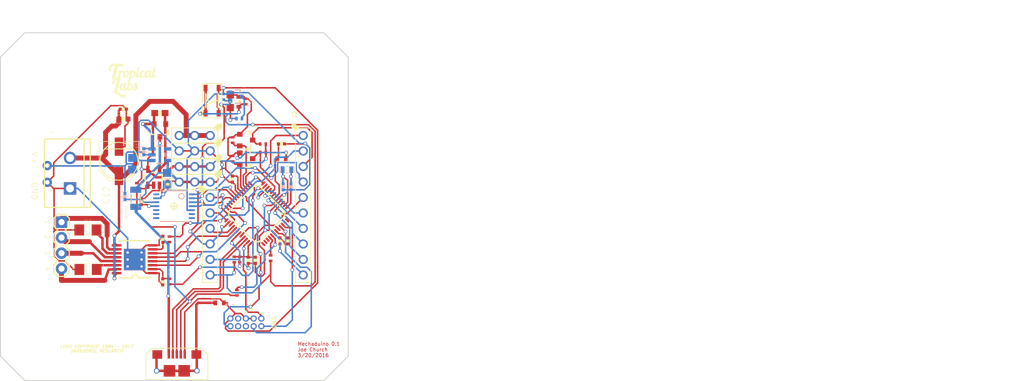
<source format=kicad_pcb>
(kicad_pcb (version 20171130) (host pcbnew "(5.1.12)-1")
  (layers (0 Top signal) (31 Bottom signal) (34 B.Paste user hide) (35 F.Paste user hide) (36 B.SilkS user hide) (37 F.SilkS user hide) (38 B.Mask user hide) (39 F.Mask user hide) (44 Edge.Cuts user))
  (net 0 "")
  (net 1 GND)
  (net 2 3.3V)
  (net 3 VIN)
  (net 4 GND2)
  (net 5 V+)
  (net 6 /ARDUINO_AREF)
  (net 7 /VDDANA)
  (net 8 /PA00_XIN32)
  (net 9 /PA01_XOUT32)
  (net 10 /VDDCORE)
  (net 11 /N$32)
  (net 12 /N$6)
  (net 13 /N$27)
  (net 14 /RESET)
  (net 15 /N$36)
  (net 16 /N$33)
  (net 17 /ARDUINO_A0)
  (net 18 /ARDUINO_A1)
  (net 19 /ARDUINO_A2----HEADER_SS)
  (net 20 /ARDUINO_A3)
  (net 21 /ARDUINO_A4)
  (net 22 /ARDUINO_D8----IN1)
  (net 23 /ARDUINO_D9----VREF1)
  (net 24 /ARDUINO_D4----VREF2)
  (net 25 /ARDUINO_D3)
  (net 26 /ARDUINO_D1)
  (net 27 /ARDUINO_D0)
  (net 28 /HEADER_MOSI)
  (net 29 /HEADER_SCK)
  (net 30 /HEADER_MISO)
  (net 31 /DGI_GPIO0)
  (net 32 /ARDUINO_D2)
  (net 33 /ARDUINO_D5----IN3)
  (net 34 /ARDUINO_D11_MOSI)
  (net 35 /ARDUINO_D13_SCK)
  (net 36 /ARDUINO_D10_SS)
  (net 37 /ARDUINO_D12_MISO)
  (net 38 /ARDUINO_D6----IN4)
  (net 39 /ARDUINO_D7----IN2)
  (net 40 /ARDUINO_D20_SDA)
  (net 41 /ARDUINO_D21_SCL)
  (net 42 /TARGET_USB_N)
  (net 43 /TARGET_USB_P)
  (net 44 /TXD)
  (net 45 /RXD)
  (net 46 /PA27_TX_LED)
  (net 47 /TARGET_RESET_EDBG)
  (net 48 /PA28_USB_HOST_EN)
  (net 49 /PA30_SWCLK)
  (net 50 /PA31_SWDIO)
  (net 51 /ARDUINO_A5)
  (net 52 /PB03_RX_LED)
  (net 53 /N$7)
  (net 54 SLD)
  (net 55 /HV1)
  (net 56 /HV2)
  (net 57 "Net-(JP4-Pad6)")
  (net 58 "Net-(JP4-Pad7)")
  (net 59 "Net-(JP4-Pad8)")
  (net 60 /N$14)
  (net 61 /N$15)
  (net 62 /N$16)
  (net 63 /N$13)
  (net 64 /N$1)
  (net 65 /N$34)
  (net 66 /N$3)
  (net 67 /N$2)
  (net 68 /N$4)
  (net 69 "Net-(U1-Pad6)")
  (net 70 "Net-(U1-Pad7)")
  (net 71 "Net-(U1-Pad8)")
  (net 72 "Net-(U1-Pad9)")
  (net 73 "Net-(U1-Pad10)")
  (net 74 "Net-(U1-Pad14)")
  (net 75 "Net-(U4-Pad4)")
  (module SHORT_ALL-50 (layer Top) (at 130.192 102.91 90)
    (fp_text reference SH1)
    (fp_text value SHORT-HA5 hide)
    (pad 1 thru_hole circle (at -1.3289 -2.3114 90) (size 1.524 1.524) (drill 0.7366) (layers *.Cu *.Mask) (net 4 GND2))
    (pad 2 thru_hole circle (at 1.4211 -2.3114 90) (size 1.524 1.524) (drill 0.7366) (layers *.Cu *.Mask) (net 1 GND))
  )
  (module LOGO3 (layer Top) (at 137.8025 90.535)
    (fp_text reference U$3 hide)
    (fp_text value TROPICAL_LABS_LOGO_1LOGO3 hide)
  )
  (module 0603-RES (layer Top) (at 146.33 92.8889)
    (fp_text reference R19 (at 1.9495 -0.8299 90) (layer F.SilkS) (effects (font (size 0.38608 0.38608) (thickness 0.032512)) (justify right top)))
    (fp_text value 47K hide)
    (pad 1 smd rect (at -0.85 0) (size 1.1 1) (layers Top F.Paste F.Mask) (net 3 VIN))
    (pad 2 smd rect (at 0.85 0) (size 1.1 1) (layers Top F.Paste F.Mask) (net 65 /N$34))
  )
  (module CREATIVE_COMMONS (layer Top) (at 170.788956 76.4728 180)
    (fp_text reference FRAME1 hide)
    (fp_text value FRAME-LEDGER hide)
  )
  (module C0805 (layer Bottom) (at 141.876 101.185 270)
    (fp_text reference C18 (at -0.616603 1.6604 270) (layer B.SilkS) (effects (font (size 0.4064 0.4064) (thickness 0.0254)) (justify left bottom mirror)))
    (fp_text value 10.0uF hide)
    (pad 1 smd rect (at -0.95 0 270) (size 1.3 1.5) (layers Bottom B.Paste B.Mask) (net 3 VIN))
    (pad 2 smd rect (at 0.95 0 270) (size 1.3 1.5) (layers Bottom B.Paste B.Mask) (net 1 GND))
  )
  (module PTH_2.54MM_01X10 (layer Top) (at 169.816 107.99 270)
    (fp_text reference J2 (at -14.09 0.8909 270) (layer F.SilkS) (effects (font (size 0.77216 0.77216) (thickness 0.130048)) (justify left bottom)))
    (fp_text value HEADER_01X10_2.54MM hide)
    (pad P$1 thru_hole circle (at -11.43 0 270) (size 1.5 1.5) (drill 1) (layers *.Cu *.Mask) (net 25 /ARDUINO_D3))
    (pad P$2 thru_hole circle (at -8.89 0 270) (size 1.5 1.5) (drill 1) (layers *.Cu *.Mask) (net 32 /ARDUINO_D2))
    (pad P$3 thru_hole circle (at -6.35 0 270) (size 1.5 1.5) (drill 1) (layers *.Cu *.Mask) (net 55 /HV1))
    (pad P$4 thru_hole circle (at -3.81 0 270) (size 1.5 1.5) (drill 1) (layers *.Cu *.Mask) (net 56 /HV2))
    (pad P$5 thru_hole circle (at -1.27 0 270) (size 1.5 1.5) (drill 1) (layers *.Cu *.Mask) (net 51 /ARDUINO_A5))
    (pad P$6 thru_hole circle (at 1.27 0 270) (size 1.5 1.5) (drill 1) (layers *.Cu *.Mask) (net 21 /ARDUINO_A4))
    (pad P$7 thru_hole circle (at 3.81 0 270) (size 1.5 1.5) (drill 1) (layers *.Cu *.Mask) (net 20 /ARDUINO_A3))
    (pad P$8 thru_hole circle (at 6.35 0 270) (size 1.5 1.5) (drill 1) (layers *.Cu *.Mask) (net 18 /ARDUINO_A1))
    (pad P$9 thru_hole circle (at 8.89 0 270) (size 1.5 1.5) (drill 1) (layers *.Cu *.Mask) (net 17 /ARDUINO_A0))
    (pad P$10 thru_hole circle (at 11.43 0 270) (size 1.5 1.5) (drill 1) (layers *.Cu *.Mask) (net 6 /ARDUINO_AREF))
  )
  (module MECHADUINO_LOGO (layer Top) (at 153.106 87.487)
    (fp_text reference U$5 hide)
    (fp_text value MECHADUINO_LOGO hide)
  )
  (module "Mechaduino DR 1:CRYSTAL-SMD-2.0X1.2" (layer Bottom) (at 167.156 102.164)
    (fp_text reference Y1 (at -1.921 0.1821) (layer B.SilkS) (effects (font (size 0.38608 0.38608) (thickness 0.032512)) (justify left bottom mirror)))
    (fp_text value 32,768Khz (at 0.619 -1.2149) (layer B.SilkS) (effects (font (size 0.38608 0.38608) (thickness 0.032512)) (justify left bottom mirror)))
    (pad 1 smd rect (at -0.7 0) (size 0.6 1.1) (layers Bottom B.Paste B.Mask) (net 9 /PA01_XOUT32))
    (pad 2 smd rect (at 0.7 0) (size 0.6 1.1) (layers Bottom B.Paste B.Mask) (net 8 /PA00_XIN32))
  )
  (module "Mechaduino DR 1:SCREWTERMINAL-5MM-2" (layer Top) (at 131.606 105.239 90)
    (fp_text reference MOTOR_POWER42 hide)
    (fp_text value SCREWTERMINAL-5MM-2 hide)
    (pad 1 thru_hole rect (at 0 0 90) (size 2.032 2.032) (drill 1.29794) (layers *.Cu *.Paste *.Mask) (net 4 GND2))
    (pad 2 thru_hole circle (at 4.99872 0 90) (size 2.032 2.032) (drill 1.29794) (layers *.Cu *.Paste *.Mask) (net 5 V+))
  )
  (module "Mechaduino DR 1:CONNECTORS_M04PTH" (layer Top) (at 130.206 110.764 270)
    (fp_text reference JP6 (at -14.4504 2.182 180) (layer F.SilkS) (effects (font (size 0.4064 0.4064) (thickness 0.0254)) (justify left bottom)))
    (fp_text value CONNECTORS_M04PTH hide)
    (pad 1 thru_hole rect (at 0 0) (size 1.8796 1.8796) (drill 1.016) (layers *.Cu *.Mask) (net 60 /N$14))
    (pad 2 thru_hole circle (at 2.54 0) (size 1.8796 1.8796) (drill 1.016) (layers *.Cu *.Mask) (net 61 /N$15))
    (pad 3 thru_hole circle (at 5.08 0) (size 1.8796 1.8796) (drill 1.016) (layers *.Cu *.Mask) (net 62 /N$16))
    (pad 4 thru_hole circle (at 7.62 0) (size 1.8796 1.8796) (drill 1.016) (layers *.Cu *.Mask) (net 63 /N$13))
  )
  (module "Mechaduino DR 1:USB_MICRO-RIGHT" (layer Top) (at 149.1 133.725)
    (fp_text reference J1 (at -5.08 -2.7) (layer F.SilkS) (effects (font (size 0.4064 0.4064) (thickness 0.0254)) (justify left bottom)))
    (fp_text value USB_MICRO_RIGHT hide)
    (pad 3 smd rect (at 0 -1.27 180) (size 0.4 1.35) (layers Top F.Paste F.Mask) (net 43 /TARGET_USB_P))
    (pad 4 smd rect (at 0.65 -1.27 180) (size 0.4 1.35) (layers Top F.Paste F.Mask) (net 53 /N$7))
    (pad 2 smd rect (at -0.65 -1.27 180) (size 0.4 1.35) (layers Top F.Paste F.Mask) (net 42 /TARGET_USB_N))
    (pad 1 smd rect (at -1.3 -1.27 180) (size 0.4 1.35) (layers Top F.Paste F.Mask) (net 15 /N$36))
    (pad 5 smd rect (at 1.3 -1.27 180) (size 0.4 1.35) (layers Top F.Paste F.Mask) (net 1 GND))
    (pad S3 smd rect (at -3.2 -1.27 90) (size 1.4 1.6) (layers Top F.Paste F.Mask) (net 54 SLD))
    (pad S4 smd rect (at 3.2 -1.27 90) (size 1.4 1.6) (layers Top F.Paste F.Mask) (net 54 SLD))
    (pad S5 smd rect (at -1.2 1.405) (size 1.9 1.9) (layers Top F.Paste F.Mask) (net 54 SLD))
    (pad S6 smd rect (at 1.2 1.405) (size 1.9 1.9) (layers Top F.Paste F.Mask) (net 54 SLD))
    (pad S1 thru_hole circle (at -3.3 1.4 180) (size 0.9 0.9) (drill 0.6096) (layers *.Cu *.Mask) (net 54 SLD))
    (pad S2 thru_hole circle (at 3.3 1.4 180) (size 0.9 0.9) (drill 0.6096) (layers *.Cu *.Mask) (net 54 SLD))
  )
  (module "Mechaduino DR 1:HEADER_01X06_2.54MM" (layer Top) (at 154.556 113.064 270)
    (fp_text reference J3 (at -5.56768 -1.905 270) (layer F.SilkS) (effects (font (size 0.4064 0.4064) (thickness 0.0254))))
    (fp_text value HEADER_01X06_2.54MM hide)
    (pad P$1 thru_hole circle (at -6.35 0 270) (size 1.50622 1.50622) (drill 0.99822) (layers *.Cu *.Paste *.Mask) (net 36 /ARDUINO_D10_SS))
    (pad P$2 thru_hole circle (at -3.81 0 270) (size 1.50622 1.50622) (drill 0.99822) (layers *.Cu *.Paste *.Mask) (net 34 /ARDUINO_D11_MOSI))
    (pad P$3 thru_hole circle (at -1.27 0 270) (size 1.50622 1.50622) (drill 0.99822) (layers *.Cu *.Paste *.Mask) (net 37 /ARDUINO_D12_MISO))
    (pad P$4 thru_hole circle (at 1.27 0 270) (size 1.50622 1.50622) (drill 0.99822) (layers *.Cu *.Paste *.Mask) (net 35 /ARDUINO_D13_SCK))
    (pad P$5 thru_hole circle (at 3.81 0 270) (size 1.50622 1.50622) (drill 0.99822) (layers *.Cu *.Paste *.Mask) (net 40 /ARDUINO_D20_SDA))
    (pad P$6 thru_hole circle (at 6.35 0 270) (size 1.50622 1.50622) (drill 0.99822) (layers *.Cu *.Paste *.Mask) (net 41 /ARDUINO_D21_SCL))
  )
  (module "Mechaduino DR 1:HEADER_01X03_2.54MM" (layer Top) (at 152.03 99.0889 180)
    (fp_text reference GND42 (at -1.75768 -1.905 180) (layer F.SilkS) (effects (font (size 0.4064 0.4064) (thickness 0.0254))))
    (fp_text value ~ (at -4.826 0 180) (layer F.SilkS) (effects (font (size 0.4064 0.4064) (thickness 0.0254))))
    (pad P$1 thru_hole circle (at -2.54 0 180) (size 1.50622 1.50622) (drill 0.99822) (layers *.Cu *.Paste *.Mask) (net 1 GND))
    (pad P$2 thru_hole circle (at 0 0 180) (size 1.50622 1.50622) (drill 0.99822) (layers *.Cu *.Paste *.Mask) (net 1 GND))
    (pad P$3 thru_hole circle (at 2.54 0 180) (size 1.50622 1.50622) (drill 0.99822) (layers *.Cu *.Paste *.Mask) (net 1 GND))
  )
  (module "Mechaduino DR 1:R0402" (layer Top) (at 163.23 97.9639 180)
    (fp_text reference R21 (at -0.925 0.9) (layer F.SilkS) (effects (font (size 0.4064 0.4064) (thickness 0.0254))))
    (fp_text value 10K hide)
    (pad 1 smd rect (at -0.44958 0 180) (size 0.39878 0.59944) (layers Top F.Paste F.Mask) (net 3 VIN))
    (pad 2 smd rect (at 0.44958 0 180) (size 0.39878 0.59944) (layers Top F.Paste F.Mask) (net 55 /HV1))
  )
  (module "Mechaduino DR 1:0603-TDK" (layer Top) (at 166.26 100.37 180)
    (fp_text reference L2 (at 0.2634 1.199 180) (layer F.SilkS) (effects (font (size 0.4064 0.4064) (thickness 0.0254))))
    (fp_text value BLM18PG471SN1D hide)
    (pad 1 smd rect (at -0.6985 0 180) (size 0.59944 0.79756) (layers Top F.Paste F.Mask) (net 2 3.3V))
    (pad 2 smd rect (at 0.6985 0 180) (size 0.59944 0.79756) (layers Top F.Paste F.Mask) (net 7 /VDDANA))
  )
  (module Mechaduino01:SWIFT_0402-CAP (layer Top) (at 160.806 117.014 270)
    (fp_text reference C1 (at -1.4599 -0.0475 270) (layer F.SilkS) (effects (font (size 0.4064 0.4064) (thickness 0.0254))))
    (fp_text value 0.1uF hide)
    (pad 1 smd rect (at -0.49784 0 270) (size 0.49784 0.49784) (layers Top F.Paste F.Mask) (net 2 3.3V))
    (pad 2 smd rect (at 0.49784 0 270) (size 0.49784 0.49784) (layers Top F.Paste F.Mask) (net 1 GND))
  )
  (module Mechaduino01:SWIFT_0402-CAP (layer Top) (at 161.98 117.014 270)
    (fp_text reference C2 (at -1.4599 -0.0155 270) (layer F.SilkS) (effects (font (size 0.4064 0.4064) (thickness 0.0254))))
    (fp_text value 0.1uF hide)
    (pad 1 smd rect (at -0.49784 0 270) (size 0.49784 0.49784) (layers Top F.Paste F.Mask) (net 2 3.3V))
    (pad 2 smd rect (at 0.49784 0 270) (size 0.49784 0.49784) (layers Top F.Paste F.Mask) (net 1 GND))
  )
  (module Mechaduino01:SWIFT_0402-CAP (layer Top) (at 166.006 113.839 90)
    (fp_text reference C4 (at -1.3341 -0.644 90) (layer F.SilkS) (effects (font (size 0.4064 0.4064) (thickness 0.0254))))
    (fp_text value 0.1uF hide)
    (pad 1 smd rect (at -0.49784 0 90) (size 0.49784 0.49784) (layers Top F.Paste F.Mask) (net 6 /ARDUINO_AREF))
    (pad 2 smd rect (at 0.49784 0 90) (size 0.49784 0.49784) (layers Top F.Paste F.Mask) (net 1 GND))
  )
  (module Mechaduino01:SWIFT_0402-CAP (layer Top) (at 167.306 113.839 270)
    (fp_text reference C11 (at 0.127 -0.89916 270) (layer F.SilkS) (effects (font (size 0.4064 0.4064) (thickness 0.0254))))
    (fp_text value 1uF hide)
    (pad 1 smd rect (at -0.49784 0 270) (size 0.49784 0.49784) (layers Top F.Paste F.Mask) (net 10 /VDDCORE))
    (pad 2 smd rect (at 0.49784 0 270) (size 0.49784 0.49784) (layers Top F.Paste F.Mask) (net 1 GND))
  )
  (module "Mechaduino DR 1:0402-CAP" (layer Top) (at 140.33 92.2389)
    (fp_text reference C6 (at -1.7025 -0.1164) (layer F.SilkS) (effects (font (size 0.4064 0.4064) (thickness 0.0254))))
    (fp_text value 0.01uF hide)
    (pad 1 smd rect (at -0.49784 0) (size 0.49784 0.49784) (layers Top F.Paste F.Mask) (net 5 V+))
    (pad 2 smd rect (at 0.49784 0) (size 0.49784 0.49784) (layers Top F.Paste F.Mask) (net 4 GND2))
  )
  (module Mechaduino01:SWIFT_0402-CAP (layer Top) (at 166.256 97.9389)
    (fp_text reference C5 (at 0.127 -0.89916) (layer F.SilkS) (effects (font (size 0.4064 0.4064) (thickness 0.0254))))
    (fp_text value 0.1uF hide)
    (pad 1 smd rect (at -0.49784 0) (size 0.49784 0.49784) (layers Top F.Paste F.Mask) (net 7 /VDDANA))
    (pad 2 smd rect (at 0.49784 0) (size 0.49784 0.49784) (layers Top F.Paste F.Mask) (net 1 GND))
  )
  (module Mechaduino01:SWIFT_0402-CAP (layer Top) (at 147.606 104.564 270)
    (fp_text reference C19 (at 0.127 -0.89916 270) (layer F.SilkS) (effects (font (size 0.4064 0.4064) (thickness 0.0254))))
    (fp_text value 0.1uF hide)
    (pad 1 smd rect (at -0.49784 0 270) (size 0.49784 0.49784) (layers Top F.Paste F.Mask) (net 2 3.3V))
    (pad 2 smd rect (at 0.49784 0 270) (size 0.49784 0.49784) (layers Top F.Paste F.Mask) (net 1 GND))
  )
  (module Mechaduino01:SWIFT_0402-CAP (layer Top) (at 158.206 103.714 270)
    (fp_text reference C3 (at 0.127 -0.89916 270) (layer F.SilkS) (effects (font (size 0.4064 0.4064) (thickness 0.0254))))
    (fp_text value 0.1uF hide)
    (pad 1 smd rect (at -0.49784 0 270) (size 0.49784 0.49784) (layers Top F.Paste F.Mask) (net 2 3.3V))
    (pad 2 smd rect (at 0.49784 0 270) (size 0.49784 0.49784) (layers Top F.Paste F.Mask) (net 1 GND))
  )
  (module Mechaduino01:SWIFT_0402-CAP (layer Bottom) (at 167.806 104.964 90)
    (fp_text reference C7 (at 1.4114 0.0325 90) (layer B.SilkS) (effects (font (size 0.4064 0.4064) (thickness 0.0254)) (justify mirror)))
    (fp_text value 22pF hide)
    (pad 1 smd rect (at -0.49784 0 90) (size 0.49784 0.49784) (layers Bottom B.Paste B.Mask) (net 1 GND))
    (pad 2 smd rect (at 0.49784 0 90) (size 0.49784 0.49784) (layers Bottom B.Paste B.Mask) (net 8 /PA00_XIN32))
  )
  (module Mechaduino01:SWIFT_0402-CAP (layer Bottom) (at 166.53 104.964 90)
    (fp_text reference C8 (at 1.4114 0.0375 90) (layer B.SilkS) (effects (font (size 0.4064 0.4064) (thickness 0.0254)) (justify mirror)))
    (fp_text value 22pF hide)
    (pad 1 smd rect (at -0.49784 0 90) (size 0.49784 0.49784) (layers Bottom B.Paste B.Mask) (net 1 GND))
    (pad 2 smd rect (at 0.49784 0 90) (size 0.49784 0.49784) (layers Bottom B.Paste B.Mask) (net 9 /PA01_XOUT32))
  )
  (module Mechaduino01:SWIFT_0402-CAP (layer Top) (at 143.264 107.401 90)
    (fp_text reference C16 (at 0.127 -0.89916 90) (layer F.SilkS) (effects (font (size 0.4064 0.4064) (thickness 0.0254))))
    (fp_text value 0.1uF hide)
    (pad 1 smd rect (at -0.49784 0 90) (size 0.49784 0.49784) (layers Top F.Paste F.Mask) (net 13 /N$27))
    (pad 2 smd rect (at 0.49784 0 90) (size 0.49784 0.49784) (layers Top F.Paste F.Mask) (net 1 GND))
  )
  (module Mechaduino01:SWIFT_0402-CAP (layer Bottom) (at 140.6 106.55 90)
    (fp_text reference C17 (at 1.5955 -0.3864 90) (layer B.SilkS) (effects (font (size 0.4064 0.4064) (thickness 0.0254)) (justify mirror)))
    (fp_text value 1uF hide)
    (pad 1 smd rect (at -0.49784 0 90) (size 0.49784 0.49784) (layers Bottom B.Paste B.Mask) (net 2 3.3V))
    (pad 2 smd rect (at 0.49784 0 90) (size 0.49784 0.49784) (layers Bottom B.Paste B.Mask) (net 1 GND))
  )
  (module Mechaduino01:SWIFT_0402-CAP (layer Top) (at 146.825 113.575 90)
    (fp_text reference C14 (at 0.127 -0.89916 90) (layer F.SilkS) (effects (font (size 0.4064 0.4064) (thickness 0.0254))))
    (fp_text value 0.1uF hide)
    (pad 1 smd rect (at -0.49784 0 90) (size 0.49784 0.49784) (layers Top F.Paste F.Mask) (net 11 /N$32))
    (pad 2 smd rect (at 0.49784 0 90) (size 0.49784 0.49784) (layers Top F.Paste F.Mask) (net 4 GND2))
  )
  (module Mechaduino01:SWIFT_0402-CAP (layer Top) (at 146.8 120.55 270)
    (fp_text reference C15 (at -1.6309 0.009 270) (layer F.SilkS) (effects (font (size 0.4064 0.4064) (thickness 0.0254))))
    (fp_text value 0.1uF hide)
    (pad 1 smd rect (at -0.49784 0 270) (size 0.49784 0.49784) (layers Top F.Paste F.Mask) (net 12 /N$6))
    (pad 2 smd rect (at 0.49784 0 270) (size 0.49784 0.49784) (layers Top F.Paste F.Mask) (net 4 GND2))
  )
  (module Mechaduino01:SWIFT_0402-CAP (layer Bottom) (at 143.68 99.2139 270)
    (fp_text reference C9 (at -0.9319 1.052 270) (layer B.SilkS) (effects (font (size 0.4064 0.4064) (thickness 0.0254)) (justify mirror)))
    (fp_text value 0.1uF (at 0.1397 -0.9398 270) (layer B.SilkS) (effects (font (size 0.4064 0.4064) (thickness 0.0254)) (justify mirror)))
    (pad 1 smd rect (at -0.49784 0 270) (size 0.49784 0.49784) (layers Bottom B.Paste B.Mask) (net 3 VIN))
    (pad 2 smd rect (at 0.49784 0 270) (size 0.49784 0.49784) (layers Bottom B.Paste B.Mask) (net 1 GND))
  )
  (module "Mechaduino DR 1:0603-CAP" (layer Top) (at 140.356 93.8639)
    (fp_text reference C13 (at -2.172 0.0366) (layer F.SilkS) (effects (font (size 0.4064 0.4064) (thickness 0.0254))))
    (fp_text value 1.0uF hide)
    (pad 1 smd rect (at -0.7493 0) (size 0.79756 0.79756) (layers Top F.Paste F.Mask) (net 5 V+))
    (pad 2 smd rect (at 0.7493 0) (size 0.79756 0.79756) (layers Top F.Paste F.Mask) (net 4 GND2))
  )
  (module "Mechaduino DR 1:CAPACITORS_ELECTROL_6.6X6.6" (layer Top) (at 139.63 100.789 270)
    (fp_text reference C12 (at 5.5576 2.0185 270) (layer F.SilkS) (effects (font (size 1.016 1.016) (thickness 0.0762))))
    (fp_text value 100uF hide)
    (pad + smd rect (at 2.39776 0 270) (size 2.99974 1.39954) (layers Top F.Paste F.Mask) (net 5 V+))
    (pad - smd rect (at -2.39776 0 270) (size 2.99974 1.39954) (layers Top F.Paste F.Mask) (net 4 GND2))
  )
  (module "Mechaduino DR 1:0805-CAP" (layer Bottom) (at 147.58 103.639 270)
    (fp_text reference C10 (at 0.0406 1.5865 270) (layer B.SilkS) (effects (font (size 0.4064 0.4064) (thickness 0.0254)) (justify mirror)))
    (fp_text value 10uF hide)
    (pad 1 smd rect (at -0.94996 0 270) (size 1.29794 1.4986) (layers Bottom B.Paste B.Mask) (net 2 3.3V))
    (pad 2 smd rect (at 0.94742 0 270) (size 1.29794 1.4986) (layers Bottom B.Paste B.Mask) (net 1 GND))
  )
  (module "Mechaduino DR 1:R1206" (layer Top) (at 134.556 118.514)
    (fp_text reference R12 (at 0 -1.524) (layer F.SilkS) (effects (font (size 0.4064 0.4064) (thickness 0.0254))))
    (fp_text value "0.15 ohm" hide)
    (pad 1 smd rect (at -1.41986 0) (size 1.59766 1.80086) (layers Top F.Paste F.Mask) (net 4 GND2))
    (pad 2 smd rect (at 1.41986 0) (size 1.59766 1.80086) (layers Top F.Paste F.Mask) (net 67 /N$2))
  )
  (module "Mechaduino DR 1:R1206" (layer Top) (at 134.53 112.039)
    (fp_text reference R13 (at 0 -1.524) (layer F.SilkS) (effects (font (size 0.4064 0.4064) (thickness 0.0254))))
    (fp_text value "0.15 ohm" hide)
    (pad 1 smd rect (at -1.41986 0) (size 1.59766 1.80086) (layers Top F.Paste F.Mask) (net 4 GND2))
    (pad 2 smd rect (at 1.41986 0) (size 1.59766 1.80086) (layers Top F.Paste F.Mask) (net 68 /N$4))
  )
  (module "Mechaduino DR 1:R0402" (layer Top) (at 147.9 113.575 90)
    (fp_text reference R14 (at -0.0771 0.871 90) (layer F.SilkS) (effects (font (size 0.4064 0.4064) (thickness 0.0254))))
    (fp_text value 1K hide)
    (pad 1 smd rect (at -0.44958 0 90) (size 0.39878 0.59944) (layers Top F.Paste F.Mask) (net 11 /N$32))
    (pad 2 smd rect (at 0.44958 0 90) (size 0.39878 0.59944) (layers Top F.Paste F.Mask) (net 23 /ARDUINO_D9----VREF1))
  )
  (module "Mechaduino DR 1:R0402" (layer Top) (at 147.9 120.5 270)
    (fp_text reference R15 (at -1.5809 -0.007 270) (layer F.SilkS) (effects (font (size 0.4064 0.4064) (thickness 0.0254))))
    (fp_text value 1K hide)
    (pad 1 smd rect (at -0.44958 0 270) (size 0.39878 0.59944) (layers Top F.Paste F.Mask) (net 12 /N$6))
    (pad 2 smd rect (at 0.44958 0 270) (size 0.39878 0.59944) (layers Top F.Paste F.Mask) (net 24 /ARDUINO_D4----VREF2))
  )
  (module "Mechaduino DR 1:R0402" (layer Top) (at 142.556 104.814 270)
    (fp_text reference R9 (at -0.125 -0.775 270) (layer F.SilkS) (effects (font (size 0.4064 0.4064) (thickness 0.0254))))
    (fp_text value 100K hide)
    (pad 1 smd rect (at -0.44958 0 270) (size 0.39878 0.59944) (layers Top F.Paste F.Mask) (net 3 VIN))
    (pad 2 smd rect (at 0.44958 0 270) (size 0.39878 0.59944) (layers Top F.Paste F.Mask) (net 53 /N$7))
  )
  (module "Mechaduino DR 1:R0402" (layer Top) (at 160.406 90.9889 270)
    (fp_text reference R1 (at -0.0094 -0.892 270) (layer F.SilkS) (effects (font (size 0.4064 0.4064) (thickness 0.0254))))
    (fp_text value 100K hide)
    (pad 1 smd rect (at -0.44958 0 270) (size 0.39878 0.59944) (layers Top F.Paste F.Mask) (net 2 3.3V))
    (pad 2 smd rect (at 0.44958 0 270) (size 0.39878 0.59944) (layers Top F.Paste F.Mask) (net 14 /RESET))
  )
  (module "Mechaduino DR 1:R0402" (layer Bottom) (at 156.73 90.2139 90)
    (fp_text reference R16 (at -0.0671 -0.9575 90) (layer B.SilkS) (effects (font (size 0.4064 0.4064) (thickness 0.0254)) (justify mirror)))
    (fp_text value 100K hide)
    (pad 1 smd rect (at -0.44958 0 90) (size 0.39878 0.59944) (layers Bottom B.Paste B.Mask) (net 35 /ARDUINO_D13_SCK))
    (pad 2 smd rect (at 0.44958 0 90) (size 0.39878 0.59944) (layers Bottom B.Paste B.Mask) (net 1 GND))
  )
  (module "Mechaduino DR 1:R0402" (layer Bottom) (at 159.33 93.7889)
    (fp_text reference R5 (at -0.065 0.8736) (layer B.SilkS) (effects (font (size 0.4064 0.4064) (thickness 0.0254)) (justify mirror)))
    (fp_text value 330 hide)
    (pad 1 smd rect (at -0.44958 0) (size 0.39878 0.59944) (layers Bottom B.Paste B.Mask) (net 64 /N$1))
    (pad 2 smd rect (at 0.44958 0) (size 0.39878 0.59944) (layers Bottom B.Paste B.Mask) (net 66 /N$3))
  )
  (module "Mechaduino DR 1:R0402" (layer Top) (at 164.48 116.664 90)
    (fp_text reference R6 (at 0.254 -0.762 90) (layer F.SilkS) (effects (font (size 0.4064 0.4064) (thickness 0.0254))))
    (fp_text value 330 hide)
    (pad 1 smd rect (at -0.44958 0 90) (size 0.39878 0.59944) (layers Top F.Paste F.Mask) (net 14 /RESET))
    (pad 2 smd rect (at 0.44958 0 90) (size 0.39878 0.59944) (layers Top F.Paste F.Mask) (net 47 /TARGET_RESET_EDBG))
  )
  (module "Mechaduino DR 1:R0402" (layer Top) (at 158.95 122.325 90)
    (fp_text reference R10 (at 0.254 -0.762 90) (layer F.SilkS) (effects (font (size 0.4064 0.4064) (thickness 0.0254))))
    (fp_text value 330 hide)
    (pad 1 smd rect (at -0.44958 0 90) (size 0.39878 0.59944) (layers Top F.Paste F.Mask) (net 53 /N$7))
    (pad 2 smd rect (at 0.44958 0 90) (size 0.39878 0.59944) (layers Top F.Paste F.Mask) (net 48 /PA28_USB_HOST_EN))
  )
  (module "Mechaduino DR 1:R0402" (layer Top) (at 158.53 116.889 270)
    (fp_text reference R7 (at -1.3349 -0.0365 270) (layer F.SilkS) (effects (font (size 0.4064 0.4064) (thickness 0.0254))))
    (fp_text value 4.7K hide)
    (pad 1 smd rect (at -0.44958 0 270) (size 0.39878 0.59944) (layers Top F.Paste F.Mask) (net 2 3.3V))
    (pad 2 smd rect (at 0.44958 0 270) (size 0.39878 0.59944) (layers Top F.Paste F.Mask) (net 41 /ARDUINO_D21_SCL))
  )
  (module "Mechaduino DR 1:R0402" (layer Top) (at 159.406 116.889 270)
    (fp_text reference R8 (at -1.3349 -0.0505 270) (layer F.SilkS) (effects (font (size 0.4064 0.4064) (thickness 0.0254))))
    (fp_text value 4.7K hide)
    (pad 1 smd rect (at -0.44958 0 270) (size 0.39878 0.59944) (layers Top F.Paste F.Mask) (net 2 3.3V))
    (pad 2 smd rect (at 0.44958 0 270) (size 0.39878 0.59944) (layers Top F.Paste F.Mask) (net 40 /ARDUINO_D20_SDA))
  )
  (module "Mechaduino DR 1:R0402" (layer Top) (at 158.256 100.364 270)
    (fp_text reference R3 (at -1.35 0.075 270) (layer F.SilkS) (effects (font (size 0.4064 0.4064) (thickness 0.0254))))
    (fp_text value 10K hide)
    (pad 1 smd rect (at -0.44958 0 270) (size 0.39878 0.59944) (layers Top F.Paste F.Mask) (net 2 3.3V))
    (pad 2 smd rect (at 0.44958 0 270) (size 0.39878 0.59944) (layers Top F.Paste F.Mask) (net 27 /ARDUINO_D0))
  )
  (module "Mechaduino DR 1:R0402" (layer Top) (at 158.256 97.3139 270)
    (fp_text reference R20 (at -1.475 0.125 270) (layer F.SilkS) (effects (font (size 0.4064 0.4064) (thickness 0.0254))))
    (fp_text value 10K hide)
    (pad 1 smd rect (at -0.44958 0 270) (size 0.39878 0.59944) (layers Top F.Paste F.Mask) (net 2 3.3V))
    (pad 2 smd rect (at 0.44958 0 270) (size 0.39878 0.59944) (layers Top F.Paste F.Mask) (net 26 /ARDUINO_D1))
  )
  (module "Mechaduino DR 1:R0402" (layer Top) (at 163.23 99.3389 180)
    (fp_text reference R2 (at 0.35 -0.95) (layer F.SilkS) (effects (font (size 0.4064 0.4064) (thickness 0.0254))))
    (fp_text value 10K hide)
    (pad 1 smd rect (at -0.44958 0 180) (size 0.39878 0.59944) (layers Top F.Paste F.Mask) (net 3 VIN))
    (pad 2 smd rect (at 0.44958 0 180) (size 0.39878 0.59944) (layers Top F.Paste F.Mask) (net 56 /HV2))
  )
  (module "Mechaduino DR 1:DIODE_SOD-123" (layer Top) (at 159.28 91.0389)
    (fp_text reference D1 (at -0.015 -1.8374 90) (layer F.SilkS) (effects (font (size 0.4064 0.4064) (thickness 0.0254))))
    (fp_text value DIODE_SOD-123 hide)
    (pad A smd rect (at 0 0.79756) (size 0.79756 0.59944) (layers Top F.Paste F.Mask) (net 14 /RESET))
    (pad K smd rect (at 0 -0.79756) (size 0.79756 0.59944) (layers Top F.Paste F.Mask) (net 2 3.3V))
  )
  (module "Mechaduino DR 1:HEADER_01X03_2.54MM" (layer Top) (at 152.03 96.5639 180)
    (fp_text reference V+42 (at -1.75768 -1.905 180) (layer F.SilkS) (effects (font (size 0.4064 0.4064) (thickness 0.0254))))
    (fp_text value ~ (at -4.826 0 180) (layer F.SilkS) (effects (font (size 0.4064 0.4064) (thickness 0.0254))))
    (pad P$1 thru_hole circle (at -2.54 0 180) (size 1.50622 1.50622) (drill 0.99822) (layers *.Cu *.Paste *.Mask) (net 5 V+))
    (pad P$2 thru_hole circle (at 0 0 180) (size 1.50622 1.50622) (drill 0.99822) (layers *.Cu *.Paste *.Mask) (net 5 V+))
    (pad P$3 thru_hole circle (at 2.54 0 180) (size 1.50622 1.50622) (drill 0.99822) (layers *.Cu *.Paste *.Mask) (net 5 V+))
  )
  (module "Mechaduino DR 1:HEADER_01X03_2.54MM" (layer Top) (at 152.03 104.189 180)
    (fp_text reference 3V3 (at -1.75768 -1.905 180) (layer F.SilkS) (effects (font (size 0.4064 0.4064) (thickness 0.0254))))
    (fp_text value ~ (at -4.826 0 180) (layer F.SilkS) (effects (font (size 0.4064 0.4064) (thickness 0.0254))))
    (pad P$1 thru_hole circle (at -2.54 0 180) (size 1.50622 1.50622) (drill 0.99822) (layers *.Cu *.Paste *.Mask) (net 2 3.3V))
    (pad P$2 thru_hole circle (at 0 0 180) (size 1.50622 1.50622) (drill 0.99822) (layers *.Cu *.Paste *.Mask) (net 2 3.3V))
    (pad P$3 thru_hole circle (at 2.54 0 180) (size 1.50622 1.50622) (drill 0.99822) (layers *.Cu *.Paste *.Mask) (net 2 3.3V))
  )
  (module "Mechaduino DR 1:HEADER_01X03_2.54MM" (layer Top) (at 152.03 101.664 180)
    (fp_text reference VIN42 (at -1.75768 -1.905 180) (layer F.SilkS) (effects (font (size 0.4064 0.4064) (thickness 0.0254))))
    (fp_text value ~ (at -4.826 0 180) (layer F.SilkS) (effects (font (size 0.4064 0.4064) (thickness 0.0254))))
    (pad P$1 thru_hole circle (at -2.54 0 180) (size 1.50622 1.50622) (drill 0.99822) (layers *.Cu *.Paste *.Mask) (net 3 VIN))
    (pad P$2 thru_hole circle (at 0 0 180) (size 1.50622 1.50622) (drill 0.99822) (layers *.Cu *.Paste *.Mask) (net 3 VIN))
    (pad P$3 thru_hole circle (at 2.54 0 180) (size 1.50622 1.50622) (drill 0.99822) (layers *.Cu *.Paste *.Mask) (net 3 VIN))
  )
  (module TQFP48-7X7 (layer Top) (at 162.206 109.389 225)
    (fp_text reference IC1 hide)
    (fp_text value SAMD21G18A-AUT hide)
    (pad 1 smd oval (at -4.275 -2.75 225) (size 0.85 0.32) (layers Top F.Paste F.Mask) (net 8 /PA00_XIN32))
    (pad 2 smd oval (at -4.275 -2.25 225) (size 0.85 0.32) (layers Top F.Paste F.Mask) (net 9 /PA01_XOUT32))
    (pad 3 smd oval (at -4.275 -1.75 225) (size 0.85 0.32) (layers Top F.Paste F.Mask) (net 17 /ARDUINO_A0))
    (pad 4 smd oval (at -4.275 -1.25 225) (size 0.85 0.32) (layers Top F.Paste F.Mask) (net 6 /ARDUINO_AREF))
    (pad 5 smd oval (at -4.275 -0.75 225) (size 0.85 0.32) (layers Top F.Paste F.Mask) (net 1 GND))
    (pad 6 smd oval (at -4.275 -0.25 225) (size 0.85 0.32) (layers Top F.Paste F.Mask) (net 7 /VDDANA))
    (pad 7 smd oval (at -4.275 0.25 225) (size 0.85 0.32) (layers Top F.Paste F.Mask) (net 18 /ARDUINO_A1))
    (pad 8 smd oval (at -4.275 0.75 225) (size 0.85 0.32) (layers Top F.Paste F.Mask) (net 19 /ARDUINO_A2----HEADER_SS))
    (pad 9 smd oval (at -4.275 1.25 225) (size 0.85 0.32) (layers Top F.Paste F.Mask) (net 20 /ARDUINO_A3))
    (pad 10 smd oval (at -4.275 1.75 225) (size 0.85 0.32) (layers Top F.Paste F.Mask) (net 21 /ARDUINO_A4))
    (pad 11 smd oval (at -4.275 2.25 225) (size 0.85 0.32) (layers Top F.Paste F.Mask) (net 22 /ARDUINO_D8----IN1))
    (pad 12 smd oval (at -4.275 2.75 225) (size 0.85 0.32) (layers Top F.Paste F.Mask) (net 23 /ARDUINO_D9----VREF1))
    (pad 13 smd oval (at -2.75 4.275 315) (size 0.85 0.32) (layers Top F.Paste F.Mask) (net 24 /ARDUINO_D4----VREF2))
    (pad 14 smd oval (at -2.25 4.275 315) (size 0.85 0.32) (layers Top F.Paste F.Mask) (net 25 /ARDUINO_D3))
    (pad 15 smd oval (at -1.75 4.275 315) (size 0.85 0.32) (layers Top F.Paste F.Mask) (net 26 /ARDUINO_D1))
    (pad 16 smd oval (at -1.25 4.275 315) (size 0.85 0.32) (layers Top F.Paste F.Mask) (net 27 /ARDUINO_D0))
    (pad 17 smd oval (at -0.75 4.275 315) (size 0.85 0.32) (layers Top F.Paste F.Mask) (net 2 3.3V))
    (pad 18 smd oval (at -0.25 4.275 315) (size 0.85 0.32) (layers Top F.Paste F.Mask) (net 1 GND))
    (pad 19 smd oval (at 0.25 4.275 315) (size 0.85 0.32) (layers Top F.Paste F.Mask) (net 28 /HEADER_MOSI))
    (pad 20 smd oval (at 0.75 4.275 315) (size 0.85 0.32) (layers Top F.Paste F.Mask) (net 29 /HEADER_SCK))
    (pad 21 smd oval (at 1.25 4.275 315) (size 0.85 0.32) (layers Top F.Paste F.Mask) (net 30 /HEADER_MISO))
    (pad 22 smd oval (at 1.75 4.275 315) (size 0.85 0.32) (layers Top F.Paste F.Mask) (net 31 /DGI_GPIO0))
    (pad 23 smd oval (at 2.25 4.275 315) (size 0.85 0.32) (layers Top F.Paste F.Mask) (net 32 /ARDUINO_D2))
    (pad 24 smd oval (at 2.75 4.275 315) (size 0.85 0.32) (layers Top F.Paste F.Mask) (net 33 /ARDUINO_D5----IN3))
    (pad 25 smd oval (at 4.275 2.75 225) (size 0.85 0.32) (layers Top F.Paste F.Mask) (net 34 /ARDUINO_D11_MOSI))
    (pad 26 smd oval (at 4.275 2.25 225) (size 0.85 0.32) (layers Top F.Paste F.Mask) (net 35 /ARDUINO_D13_SCK))
    (pad 27 smd oval (at 4.275 1.75 225) (size 0.85 0.32) (layers Top F.Paste F.Mask) (net 36 /ARDUINO_D10_SS))
    (pad 28 smd oval (at 4.275 1.25 225) (size 0.85 0.32) (layers Top F.Paste F.Mask) (net 37 /ARDUINO_D12_MISO))
    (pad 29 smd oval (at 4.275 0.75 225) (size 0.85 0.32) (layers Top F.Paste F.Mask) (net 38 /ARDUINO_D6----IN4))
    (pad 30 smd oval (at 4.275 0.25 225) (size 0.85 0.32) (layers Top F.Paste F.Mask) (net 39 /ARDUINO_D7----IN2))
    (pad 31 smd oval (at 4.275 -0.25 225) (size 0.85 0.32) (layers Top F.Paste F.Mask) (net 40 /ARDUINO_D20_SDA))
    (pad 32 smd oval (at 4.275 -0.75 225) (size 0.85 0.32) (layers Top F.Paste F.Mask) (net 41 /ARDUINO_D21_SCL))
    (pad 33 smd oval (at 4.275 -1.25 225) (size 0.85 0.32) (layers Top F.Paste F.Mask) (net 42 /TARGET_USB_N))
    (pad 34 smd oval (at 4.275 -1.75 225) (size 0.85 0.32) (layers Top F.Paste F.Mask) (net 43 /TARGET_USB_P))
    (pad 35 smd oval (at 4.275 -2.25 225) (size 0.85 0.32) (layers Top F.Paste F.Mask) (net 1 GND))
    (pad 36 smd oval (at 4.275 -2.75 225) (size 0.85 0.32) (layers Top F.Paste F.Mask) (net 2 3.3V))
    (pad 37 smd oval (at 2.75 -4.275 315) (size 0.85 0.32) (layers Top F.Paste F.Mask) (net 44 /TXD))
    (pad 38 smd oval (at 2.25 -4.275 315) (size 0.85 0.32) (layers Top F.Paste F.Mask) (net 45 /RXD))
    (pad 39 smd oval (at 1.75 -4.275 315) (size 0.85 0.32) (layers Top F.Paste F.Mask) (net 46 /PA27_TX_LED))
    (pad 40 smd oval (at 1.25 -4.275 315) (size 0.85 0.32) (layers Top F.Paste F.Mask) (net 47 /TARGET_RESET_EDBG))
    (pad 41 smd oval (at 0.75 -4.275 315) (size 0.85 0.32) (layers Top F.Paste F.Mask) (net 48 /PA28_USB_HOST_EN))
    (pad 42 smd oval (at 0.25 -4.275 315) (size 0.85 0.32) (layers Top F.Paste F.Mask) (net 1 GND))
    (pad 43 smd oval (at -0.25 -4.275 315) (size 0.85 0.32) (layers Top F.Paste F.Mask) (net 10 /VDDCORE))
    (pad 44 smd oval (at -0.75 -4.275 315) (size 0.85 0.32) (layers Top F.Paste F.Mask) (net 2 3.3V))
    (pad 45 smd oval (at -1.25 -4.275 315) (size 0.85 0.32) (layers Top F.Paste F.Mask) (net 49 /PA30_SWCLK))
    (pad 46 smd oval (at -1.75 -4.275 315) (size 0.85 0.32) (layers Top F.Paste F.Mask) (net 50 /PA31_SWDIO))
    (pad 47 smd oval (at -2.25 -4.275 315) (size 0.85 0.32) (layers Top F.Paste F.Mask) (net 51 /ARDUINO_A5))
    (pad 48 smd oval (at -2.75 -4.275 315) (size 0.85 0.32) (layers Top F.Paste F.Mask) (net 52 /PB03_RX_LED))
  )
  (module CONNECTOR_PINHEAD-2X5-P127 (layer Top) (at 160.42 127.189 270)
    (fp_text reference JP4 (at -1.6019 0.139) (layer F.SilkS) (effects (font (size 0.57912 0.57912) (thickness 0.048768)) (justify left bottom)))
    (fp_text value SWD hide)
    (pad 1 thru_hole circle (at -0.635 -2.54 90) (size 1.016 1.016) (drill 0.6096) (layers *.Cu *.Mask) (net 2 3.3V))
    (pad 2 thru_hole circle (at 0.635 -2.54 270) (size 1.016 1.016) (drill 0.6096) (layers *.Cu *.Mask) (net 50 /PA31_SWDIO))
    (pad 3 thru_hole circle (at -0.635 -1.27 90) (size 1.016 1.016) (drill 0.6096) (layers *.Cu *.Mask) (net 1 GND))
    (pad 4 thru_hole circle (at 0.635 -1.27 270) (size 1.016 1.016) (drill 0.6096) (layers *.Cu *.Mask) (net 49 /PA30_SWCLK))
    (pad 5 thru_hole circle (at -0.635 0 90) (size 1.016 1.016) (drill 0.6096) (layers *.Cu *.Mask) (net 1 GND))
    (pad 6 thru_hole circle (at 0.635 0 270) (size 1.016 1.016) (drill 0.6096) (layers *.Cu *.Mask) (net 57 "Net-(JP4-Pad6)"))
    (pad 7 thru_hole circle (at -0.635 1.27 90) (size 1.016 1.016) (drill 0.6096) (layers *.Cu *.Mask) (net 58 "Net-(JP4-Pad7)"))
    (pad 8 thru_hole circle (at 0.635 1.27 270) (size 1.016 1.016) (drill 0.6096) (layers *.Cu *.Mask) (net 59 "Net-(JP4-Pad8)"))
    (pad 9 thru_hole circle (at -0.635 2.54 90) (size 1.016 1.016) (drill 0.6096) (layers *.Cu *.Mask) (net 1 GND))
    (pad 10 thru_hole circle (at 0.635 2.54 270) (size 1.016 1.016) (drill 0.6096) (layers *.Cu *.Mask) (net 14 /RESET))
  )
  (module FUSE_SMD-PTC-1206 (layer Bottom) (at 142.374 106.854 90)
    (fp_text reference F1 (at -2.2225 -2.2225 90) (layer B.SilkS) (effects (font (size 0.4064 0.4064) (thickness 0.0254)) (justify mirror)))
    (fp_text value 500mA (at -2.2225 -1.5875 90) (layer B.SilkS) (effects (font (size 0.4064 0.4064) (thickness 0.0254)) (justify mirror)))
    (pad 1 smd rect (at -1.4 0 90) (size 1 1.8) (layers Bottom B.Paste B.Mask) (net 15 /N$36))
    (pad 2 smd rect (at 1.4 0 90) (size 1 1.8) (layers Bottom B.Paste B.Mask) (net 16 /N$33))
  )
  (module AS5047D_TSSOP14 (layer Bottom) (at 148.648 108.15 270)
    (fp_text reference U1 (at 3.3741 -0.3045 180) (layer B.SilkS) (effects (font (size 0.4064 0.4064) (thickness 0.0254)) (justify left bottom mirror)))
    (fp_text value AS5047D_TSSOP14 hide)
    (pad 1 smd rect (at -1.95 -2.9178 270) (size 0.3048 0.9906) (layers Bottom B.Paste B.Mask) (net 19 /ARDUINO_A2----HEADER_SS))
    (pad 2 smd rect (at -1.3 -2.9178 270) (size 0.3048 0.9906) (layers Bottom B.Paste B.Mask) (net 29 /HEADER_SCK))
    (pad 3 smd rect (at -0.65 -2.9178 270) (size 0.3048 0.9906) (layers Bottom B.Paste B.Mask) (net 30 /HEADER_MISO))
    (pad 4 smd rect (at 0 -2.9178 270) (size 0.3048 0.9906) (layers Bottom B.Paste B.Mask) (net 28 /HEADER_MOSI))
    (pad 5 smd rect (at 0.65 -2.9178 270) (size 0.3048 0.9906) (layers Bottom B.Paste B.Mask) (net 1 GND))
    (pad 6 smd rect (at 1.3 -2.9178 270) (size 0.3048 0.9906) (layers Bottom B.Paste B.Mask) (net 69 "Net-(U1-Pad6)"))
    (pad 7 smd rect (at 1.95 -2.9178 270) (size 0.3048 0.9906) (layers Bottom B.Paste B.Mask) (net 70 "Net-(U1-Pad7)"))
    (pad 8 smd rect (at 1.95 2.9178 270) (size 0.3048 0.9906) (layers Bottom B.Paste B.Mask) (net 71 "Net-(U1-Pad8)"))
    (pad 9 smd rect (at 1.3 2.9178 270) (size 0.3048 0.9906) (layers Bottom B.Paste B.Mask) (net 72 "Net-(U1-Pad9)"))
    (pad 10 smd rect (at 0.65 2.9178 270) (size 0.3048 0.9906) (layers Bottom B.Paste B.Mask) (net 73 "Net-(U1-Pad10)"))
    (pad 11 smd rect (at 0 2.9178 270) (size 0.3048 0.9906) (layers Bottom B.Paste B.Mask) (net 13 /N$27))
    (pad 12 smd rect (at -0.65 2.9178 270) (size 0.3048 0.9906) (layers Bottom B.Paste B.Mask) (net 2 3.3V))
    (pad 13 smd rect (at -1.3 2.9178 270) (size 0.3048 0.9906) (layers Bottom B.Paste B.Mask) (net 1 GND))
    (pad 14 smd rect (at -1.95 2.9178 270) (size 0.3048 0.9906) (layers Bottom B.Paste B.Mask) (net 74 "Net-(U1-Pad14)"))
  )
  (module ALLEGRO_A4954_TSSOP16 (layer Top) (at 142.28 116.889 90)
    (fp_text reference U2 hide)
    (fp_text value ALLEGRO_A4954_TSSOP16 hide)
    (pad 1 smd rect (at -2.225 2.85 90) (size 0.4 1.6) (layers Top F.Paste F.Mask) (net 4 GND2))
    (pad 2 smd rect (at -1.575 2.85 90) (size 0.4 1.6) (layers Top F.Paste F.Mask) (net 12 /N$6))
    (pad 3 smd rect (at -0.925 2.85 90) (size 0.4 1.6) (layers Top F.Paste F.Mask) (net 33 /ARDUINO_D5----IN3))
    (pad 4 smd rect (at -0.275 2.85 90) (size 0.4 1.6) (layers Top F.Paste F.Mask) (net 38 /ARDUINO_D6----IN4))
    (pad 5 smd rect (at 0.375 2.85 90) (size 0.4 1.6) (layers Top F.Paste F.Mask) (net 39 /ARDUINO_D7----IN2))
    (pad 6 smd rect (at 1.025 2.85 90) (size 0.4 1.6) (layers Top F.Paste F.Mask) (net 22 /ARDUINO_D8----IN1))
    (pad 7 smd rect (at 1.675 2.85 90) (size 0.4 1.6) (layers Top F.Paste F.Mask) (net 11 /N$32))
    (pad 8 smd rect (at 2.325 2.85 90) (size 0.4 1.6) (layers Top F.Paste F.Mask) (net 4 GND2))
    (pad 9 smd rect (at 2.325 -3.05 90) (size 0.4 1.6) (layers Top F.Paste F.Mask) (net 5 V+))
    (pad 10 smd rect (at 1.675 -3.05 90) (size 0.4 1.6) (layers Top F.Paste F.Mask) (net 60 /N$14))
    (pad 11 smd rect (at 1.025 -3.05 90) (size 0.4 1.6) (layers Top F.Paste F.Mask) (net 68 /N$4))
    (pad 12 smd rect (at 0.375 -3.05 90) (size 0.4 1.6) (layers Top F.Paste F.Mask) (net 61 /N$15))
    (pad 13 smd rect (at -0.275 -3.05 90) (size 0.4 1.6) (layers Top F.Paste F.Mask) (net 62 /N$16))
    (pad 14 smd rect (at -0.925 -3.05 90) (size 0.4 1.6) (layers Top F.Paste F.Mask) (net 67 /N$2))
    (pad 15 smd rect (at -1.575 -3.05 90) (size 0.4 1.6) (layers Top F.Paste F.Mask) (net 63 /N$13))
    (pad 16 smd rect (at -2.225 -3.05 90) (size 0.4 1.6) (layers Top F.Paste F.Mask) (net 5 V+))
  )
  (module INDUCTOR_0603-TDK (layer Top) (at 156.106 123.989)
    (fp_text reference L1 (at 1.001 -1.3229) (layer F.SilkS) (effects (font (size 0.4064 0.4064) (thickness 0.0254))))
    (fp_text value INDUCTOR_0603-TDK hide)
    (pad 1 smd rect (at -0.6985 0) (size 0.59944 0.79756) (layers Top F.Paste F.Mask) (net 54 SLD))
    (pad 2 smd rect (at 0.6985 0) (size 0.59944 0.79756) (layers Top F.Paste F.Mask) (net 1 GND))
  )
  (module MOSFET_P_CHANNEL_SOT23 (layer Top) (at 146.33 95.6889 180)
    (fp_text reference Q1 (at 2.432 0.3279 270) (layer F.SilkS) (effects (font (size 0.4064 0.4064) (thickness 0.0254)) (justify right top)))
    (fp_text value "2.5A 30V" hide)
    (pad 1 smd rect (at -0.95 1 180) (size 0.8 0.9) (layers Top F.Paste F.Mask) (net 65 /N$34))
    (pad 2 smd rect (at 0.95 1 180) (size 0.8 0.9) (layers Top F.Paste F.Mask) (net 3 VIN))
    (pad 3 smd rect (at 0 -1.1 180) (size 0.8 0.9) (layers Top F.Paste F.Mask) (net 16 /N$33))
  )
  (module MOSFET-N_CHANNEL_SOT23-3 (layer Top) (at 160.43 97.3139 270)
    (fp_text reference Q3 (at -0.8734 -1.5655 270) (layer F.SilkS) (effects (font (size 0.4064 0.4064) (thickness 0.0254)) (justify left bottom)))
    (fp_text value BSS138 hide)
    (pad 3 smd rect (at 0 -1.1 270) (size 0.8 0.9) (layers Top F.Paste F.Mask) (net 55 /HV1))
    (pad 2 smd rect (at 0.95 1 270) (size 0.8 0.9) (layers Top F.Paste F.Mask) (net 26 /ARDUINO_D1))
    (pad 1 smd rect (at -0.95 1 270) (size 0.8 0.9) (layers Top F.Paste F.Mask) (net 2 3.3V))
  )
  (module MOSFET-N_CHANNEL_SOT23-3 (layer Top) (at 160.43 100.364 270)
    (fp_text reference Q4 (at -0.8754 -1.5655 270) (layer F.SilkS) (effects (font (size 0.4064 0.4064) (thickness 0.0254)) (justify left bottom)))
    (fp_text value BSS138 hide)
    (pad 3 smd rect (at 0 -1.1 270) (size 0.8 0.9) (layers Top F.Paste F.Mask) (net 56 /HV2))
    (pad 2 smd rect (at 0.95 1 270) (size 0.8 0.9) (layers Top F.Paste F.Mask) (net 27 /ARDUINO_D0))
    (pad 1 smd rect (at -0.95 1 270) (size 0.8 0.9) (layers Top F.Paste F.Mask) (net 2 3.3V))
  )
  (module DISCRETE_SEMI_SOT323 (layer Bottom) (at 158.78 90.1889 90)
    (fp_text reference Q2 (at 1.6224 1.628 90) (layer B.SilkS) (effects (font (size 0.4064 0.4064) (thickness 0.0254)) (justify left bottom mirror)))
    (fp_text value 2N7002PW (at 1.4319 2.263 90) (layer B.SilkS) (effects (font (size 0.4064 0.4064) (thickness 0.0254)) (justify left bottom mirror)))
    (pad 1 smd rect (at -0.65 -0.925 90) (size 0.7 0.7) (layers Bottom B.Paste B.Mask) (net 35 /ARDUINO_D13_SCK))
    (pad 2 smd rect (at 0.65 -0.925 90) (size 0.7 0.7) (layers Bottom B.Paste B.Mask) (net 1 GND))
    (pad 3 smd rect (at 0 0.925 90) (size 0.7 0.7) (layers Bottom B.Paste B.Mask) (net 66 /N$3))
  )
  (module CHIPLED_0805 (layer Top) (at 157.856 90.9389 180)
    (fp_text reference LED1 (at -0.2035 2.1184 270) (layer F.SilkS) (effects (font (size 0.4064 0.4064) (thickness 0.0254)) (justify left bottom)))
    (fp_text value GREEN (at 1.27 0.8255 270) (layer F.SilkS) (effects (font (size 0.4064 0.4064) (thickness 0.0254)) (justify left bottom)))
    (pad A smd rect (at 0 1.05 180) (size 1.2 1.2) (layers Top F.Paste F.Mask) (net 2 3.3V))
    (pad C smd rect (at 0 -1.05 180) (size 1.2 1.2) (layers Top F.Paste F.Mask) (net 64 /N$1))
  )
  (module DIGITAL_IC_SOT23-5 (layer Top) (at 145.306 103.414)
    (fp_text reference U3 (at -0.0735 2.7421 180) (layer F.SilkS) (effects (font (size 0.38608 0.38608) (thickness 0.032512)) (justify left bottom)))
    (fp_text value 74AHC1G125 hide)
    (pad 1 smd rect (at -0.95 1.3001) (size 0.55 1.2) (layers Top F.Paste F.Mask) (net 53 /N$7))
    (pad 2 smd rect (at 0 1.3001) (size 0.55 1.2) (layers Top F.Paste F.Mask) (net 53 /N$7))
    (pad 3 smd rect (at 0.95 1.3001) (size 0.55 1.2) (layers Top F.Paste F.Mask) (net 1 GND))
    (pad 4 smd rect (at 0.95 -1.3001) (size 0.55 1.2) (layers Top F.Paste F.Mask) (net 65 /N$34))
    (pad 5 smd rect (at -0.95 -1.3001) (size 0.55 1.2) (layers Top F.Paste F.Mask) (net 3 VIN))
  )
  (module SOT23-5_1 (layer Bottom) (at 146.33 99.7139 90)
    (fp_text reference U4 (at 2.8924 0.362 180) (layer B.SilkS) (effects (font (size 0.4064 0.4064) (thickness 0.0254)) (justify left bottom mirror)))
    (fp_text value 3.3V_REG (at 2.0669 1.124 180) (layer B.SilkS) (effects (font (size 0.4064 0.4064) (thickness 0.0254)) (justify left bottom mirror)))
    (pad 1 smd rect (at -0.95 -1.3001 90) (size 0.55 1.2) (layers Bottom B.Paste B.Mask) (net 3 VIN))
    (pad 2 smd rect (at 0 -1.3001 90) (size 0.55 1.2) (layers Bottom B.Paste B.Mask) (net 1 GND))
    (pad 3 smd rect (at 0.95 -1.3001 90) (size 0.55 1.2) (layers Bottom B.Paste B.Mask) (net 3 VIN))
    (pad 4 smd rect (at 0.95 1.3001 90) (size 0.55 1.2) (layers Bottom B.Paste B.Mask) (net 75 "Net-(U4-Pad4)"))
    (pad 5 smd rect (at -0.95 1.3001 90) (size 0.55 1.2) (layers Bottom B.Paste B.Mask) (net 2 3.3V))
  )
  (module "Mechaduino DR 1:MOT_GRAPHICS_1" (layer Top) (at 148.648 108.15 270)
    (fp_text reference MOT_GRAPHICS_1 hide)
    (fp_text value WANTAI_57BYGH115-003B hide)
    (pad "" np_thru_hole circle (at -16.0011 -25.5036 270) (size 3.2 3.2) (drill 3.2) (layers *.Cu))
    (pad "" np_thru_hole circle (at -25.5011 15.9964 270) (size 3.2 3.2) (drill 3.2) (layers *.Cu))
    (pad "" np_thru_hole circle (at 15.9989 25.4964 270) (size 3.2 3.2) (drill 3.2) (layers *.Cu))
    (pad "" np_thru_hole circle (at 25.4989 -16.0036 270) (size 3.2 3.2) (drill 3.2) (layers *.Cu))
  )
  (module "Mechaduino DR 1:Heat_Sink" (layer Top) (at 142.184 116.888 90)
    (fp_text reference HS hide)
    (fp_text value HS hide)
    (pad HS connect rect (at 0 0 90) (size 3.5 3.5) (layers *.Mask Bottom) (net 4 GND2))
    (pad HS connect rect (at 0 0 90) (size 3.5 3.5) (layers *.Mask Top) (net 4 GND2))
    (pad ~ thru_hole circle (at -1.143 -1.143 90) (size 1 1) (drill 0.4) (layers *.Cu *.Mask) (net 4 GND2))
    (pad ~ thru_hole circle (at 0 -1.143 90) (size 1 1) (drill 0.4) (layers *.Cu *.Mask) (net 4 GND2))
    (pad ~ thru_hole circle (at 1.143 -1.143 90) (size 1 1) (drill 0.4) (layers *.Cu *.Paste *.Mask) (net 4 GND2))
    (pad ~ thru_hole circle (at 1.143 1.143 90) (size 1 1) (drill 0.4) (layers *.Cu *.Mask) (net 4 GND2))
    (pad ~ thru_hole circle (at 0 1.143 90) (size 1 1) (drill 0.4) (layers *.Cu *.Mask) (net 4 GND2))
    (pad ~ thru_hole circle (at -1.143 1.143 90) (size 1 1) (drill 0.4) (layers *.Cu *.Mask) (net 4 GND2))
  )
  (module "Mechaduino DR 1:TACT_4.2MM" (layer Top) (at 154.884 90.8525 90)
    (fp_text reference SW2 (at 0 -2.2225 90) (layer F.SilkS) (effects (font (size 0.4064 0.4064) (thickness 0.0254))))
    (fp_text value TACT_4.2MM hide)
    (pad P$1 smd rect (at -2.07264 -1.07442 180) (size 0.6477 1.04902) (layers Top F.Paste F.Mask) (net 14 /RESET))
    (pad P$2 smd rect (at 2.07264 -1.07442 180) (size 0.6477 1.04902) (layers Top F.Paste F.Mask) (net 14 /RESET))
    (pad P$3 smd rect (at -2.07264 1.07442 180) (size 0.6477 1.04902) (layers Top F.Paste F.Mask) (net 1 GND))
    (pad P$4 smd rect (at 2.07264 1.07442 180) (size 0.6477 1.04902) (layers Top F.Paste F.Mask) (net 1 GND))
  )
  (module "DR logo:OSH_9mm" (layer Top) (at 127.0075 89.392)
    (fp_text reference G***_2 hide)
    (fp_text value LOGO hide)
  )
  (module "DR logo:DR_LOGO_14mm" (layer Top) (at 132.331 127.9635)
    (fp_text reference G*** hide)
    (fp_text value "DR LOGO 14mm" hide)
    (fp_text user "DARKHORSE RESEARCH" (at 3.644 3.9115) (layer F.SilkS) (effects (font (size 0.5 0.5) (thickness 0.1))))
    (fp_text user "LOGO COPYRIGHT 1984 - 2017" (at 3.683 3.175) (layer F.SilkS) (effects (font (size 0.5 0.5) (thickness 0.1))))
  )
  (gr_line (start 124.2 136.725) (end 173.2 136.725) (angle 90) (layer Edge.Cuts) (width 0.15))
  (gr_line (start 124.2 136.725) (end 120.2 132.725) (angle 90) (layer Edge.Cuts) (width 0.15))
  (gr_line (start 177.2 83.725) (end 177.2 132.725) (angle 90) (layer Edge.Cuts) (width 0.15))
  (gr_line (start 173.2 136.725) (end 177.2 132.725) (angle 90) (layer Edge.Cuts) (width 0.15))
  (gr_line (start 124.2 79.725) (end 173.2 79.725) (angle 90) (layer Edge.Cuts) (width 0.15))
  (gr_line (start 173.2 79.725) (end 177.2 83.725) (angle 90) (layer Edge.Cuts) (width 0.15))
  (gr_line (start 124.2 79.725) (end 120.2 83.725) (angle 90) (layer Edge.Cuts) (width 0.15))
  (gr_line (start 120.2 132.725) (end 120.2 83.725) (angle 90) (layer Edge.Cuts) (width 0.15))
  (gr_text SWD (at 164.9899 127.2305 270) (layer F.SilkS) (effects (font (size 0.67564 0.67564) (thickness 0.128016))))
  (gr_text GND (at 125.2055 104.1389 270) (layer F.SilkS) (effects (font (size 0.9652 0.9652) (thickness 0.08128)) (justify left bottom)))
  (gr_text 4 (at 127.9305 118.4139 270) (layer F.SilkS) (effects (font (size 0.77216 0.77216) (thickness 0.065024))))
  (gr_text 3 (at 127.9055 115.8139 270) (layer F.SilkS) (effects (font (size 0.77216 0.77216) (thickness 0.065024))))
  (gr_text 2 (at 128.3055 113.6639 270) (layer F.SilkS) (effects (font (size 0.77216 0.77216) (thickness 0.065024)) (justify right top)))
  (gr_text "Mechaduino 0.1\nJoe Church\n3/20/2016" (at 168.872 132.926) (layer Top) (effects (font (size 0.57912 0.57912) (thickness 0.079248)) (justify left bottom)))
  (gr_text V+ (at 125.2055 99.1889 270) (layer F.SilkS) (effects (font (size 0.9652 0.9652) (thickness 0.08128)) (justify left bottom)))
  (gr_text 1 (at 127.9055 110.7639 270) (layer F.SilkS) (effects (font (size 0.77216 0.77216) (thickness 0.065024))))
  (via (at 160.8657 118.32768) (size 0.6) (drill 0.4) (layers Top Bottom) (net 1))
  (via (at 160.07068 115.10188) (size 0.6) (drill 0.4) (layers Top Bottom) (net 1))
  (segment (start 162.6111 119.5933) (end 163.111 119.5933) (width 0.25) (layer Top) (net 1))
  (segment (start 163.111 119.5933) (end 163.4584 119.2459) (width 0.25) (layer Top) (net 1))
  (segment (start 163.4584 119.2459) (end 163.4584 115.4116) (width 0.25) (layer Top) (net 1))
  (segment (start 163.4584 115.4116) (end 162.6472 114.6004) (width 0.25) (layer Top) (net 1))
  (segment (start 162.6472 114.6004) (end 162.6472 113.0504) (width 0.25) (layer Top) (net 1))
  (segment (start 162.6472 113.0504) (end 163.607 112.0906) (width 0.25) (layer Top) (net 1))
  (segment (start 162.6111 119.5932) (end 162.6111 119.5933) (width 0.25) (layer Top) (net 1))
  (segment (start 162.611 119.5932) (end 162.6111 119.5932) (width 0.25) (layer Top) (net 1))
  (segment (start 162.6109 119.5931) (end 162.611 119.5932) (width 0.25) (layer Top) (net 1))
  (segment (start 162.6107 119.5929) (end 162.6109 119.5931) (width 0.25) (layer Top) (net 1))
  (segment (start 162.6104 119.5925) (end 162.6107 119.5929) (width 0.25) (layer Top) (net 1))
  (segment (start 162.6096 119.5918) (end 162.6104 119.5925) (width 0.25) (layer Top) (net 1))
  (segment (start 162.608 119.5902) (end 162.6096 119.5918) (width 0.25) (layer Top) (net 1))
  (segment (start 162.6048 119.587) (end 162.608 119.5902) (width 0.25) (layer Top) (net 1))
  (segment (start 162.5985 119.5807) (end 162.6048 119.587) (width 0.25) (layer Top) (net 1))
  (segment (start 162.5858 119.568) (end 162.5985 119.5807) (width 0.25) (layer Top) (net 1))
  (segment (start 162.5604 119.5426) (end 162.5858 119.568) (width 0.25) (layer Top) (net 1))
  (segment (start 162.5096 119.4918) (end 162.5604 119.5426) (width 0.25) (layer Top) (net 1))
  (segment (start 161.98 117.5118) (end 161.98 118.9622) (width 0.25) (layer Top) (net 1))
  (segment (start 161.98 118.9622) (end 162.5096 119.4918) (width 0.25) (layer Top) (net 1))
  (segment (start 157.855 89.5389) (end 160.8549 89.5389) (width 0.25) (layer Bottom) (net 1))
  (segment (start 160.8549 89.5389) (end 169.1845 97.8685) (width 0.25) (layer Bottom) (net 1))
  (segment (start 169.1845 97.8685) (end 170.1582 97.8685) (width 0.25) (layer Bottom) (net 1))
  (segment (start 166.7538 97.9389) (end 170.0878 97.9389) (width 0.25) (layer Top) (net 1))
  (segment (start 170.0878 97.9389) (end 170.1582 97.8685) (width 0.25) (layer Top) (net 1))
  (segment (start 167.806 105.4618) (end 170.0398 105.4618) (width 0.25) (layer Bottom) (net 1))
  (segment (start 170.0398 105.4618) (end 170.9083 104.5933) (width 0.25) (layer Bottom) (net 1))
  (segment (start 170.9083 104.5933) (end 170.9083 98.6186) (width 0.25) (layer Bottom) (net 1))
  (segment (start 170.9083 98.6186) (end 170.1582 97.8685) (width 0.25) (layer Bottom) (net 1))
  (segment (start 166.6934 106.3066) (end 166.349 106.3066) (width 0.25) (layer Top) (net 1))
  (segment (start 166.349 106.3066) (end 165.7592 106.8964) (width 0.25) (layer Top) (net 1))
  (segment (start 157.309 89.7643) (end 157.5344 89.5389) (width 0.25) (layer Bottom) (net 1))
  (segment (start 157.5344 89.5389) (end 157.855 89.5389) (width 0.25) (layer Bottom) (net 1))
  (segment (start 140.6 101.5524) (end 140.9467 101.2057) (width 0.25) (layer Bottom) (net 1))
  (segment (start 140.6 106.0522) (end 140.6 101.5524) (width 0.25) (layer Bottom) (net 1))
  (segment (start 140.6 101.5524) (end 127.9441 101.5524) (width 0.25) (layer Bottom) (net 1))
  (segment (start 127.9441 101.5524) (end 127.8806 101.4889) (width 0.25) (layer Bottom) (net 1))
  (segment (start 142.9038 99.2711) (end 141.0374 99.2711) (width 0.25) (layer Bottom) (net 1))
  (segment (start 141.0374 99.2711) (end 140.8003 99.5082) (width 0.25) (layer Bottom) (net 1))
  (segment (start 140.8003 99.5082) (end 140.8003 101.0593) (width 0.25) (layer Bottom) (net 1))
  (segment (start 140.8003 101.0593) (end 140.9467 101.2057) (width 0.25) (layer Bottom) (net 1))
  (segment (start 143.7498 99.7117) (end 143.3092 99.2711) (width 0.25) (layer Bottom) (net 1))
  (segment (start 143.3092 99.2711) (end 142.9038 99.2711) (width 0.25) (layer Bottom) (net 1))
  (segment (start 149.49 99.0889) (end 144.4667 94.0656) (width 0.25) (layer Bottom) (net 1))
  (segment (start 144.4667 94.0656) (end 143.2378 94.0656) (width 0.25) (layer Bottom) (net 1))
  (segment (start 143.2378 94.0656) (end 142.9038 94.3996) (width 0.25) (layer Bottom) (net 1))
  (segment (start 142.9038 94.3996) (end 142.9038 99.2711) (width 0.25) (layer Bottom) (net 1))
  (segment (start 152.03 99.0889) (end 154.57 99.0889) (width 0.25) (layer Bottom) (net 1))
  (segment (start 156.73 89.7643) (end 155.3281 89.7643) (width 0.25) (layer Bottom) (net 1))
  (segment (start 155.3281 89.7643) (end 150.9976 94.0948) (width 0.25) (layer Bottom) (net 1))
  (segment (start 150.9976 94.0948) (end 150.9976 98.0565) (width 0.25) (layer Bottom) (net 1))
  (segment (start 150.9976 98.0565) (end 152.03 99.0889) (width 0.25) (layer Bottom) (net 1))
  (segment (start 149.49 99.0889) (end 152.03 99.0889) (width 0.25) (layer Top) (net 1))
  (segment (start 150.7912 105.5147) (end 150.7912 100.3277) (width 0.25) (layer Bottom) (net 1))
  (segment (start 150.7912 100.3277) (end 152.03 99.0889) (width 0.25) (layer Bottom) (net 1))
  (segment (start 156.8538 89.7643) (end 156.73 89.7643) (width 0.25) (layer Bottom) (net 1))
  (segment (start 156.8538 89.7643) (end 157.309 89.7643) (width 0.25) (layer Bottom) (net 1))
  (segment (start 156.8045 123.989) (end 157.3835 123.989) (width 0.25) (layer Top) (net 1))
  (segment (start 158.698 125.736) (end 159.602 125.736) (width 0.25) (layer Top) (net 1))
  (segment (start 159.602 125.736) (end 160.42 126.554) (width 0.25) (layer Top) (net 1))
  (segment (start 157.88 126.554) (end 158.698 125.736) (width 0.25) (layer Top) (net 1))
  (segment (start 157.3835 123.989) (end 157.3835 124.4215) (width 0.25) (layer Top) (net 1))
  (segment (start 157.3835 124.4215) (end 158.698 125.736) (width 0.25) (layer Top) (net 1))
  (segment (start 161.98 117.5118) (end 160.806 117.5118) (width 0.25) (layer Top) (net 1))
  (segment (start 167.306 114.3368) (end 166.7778 114.3368) (width 0.25) (layer Top) (net 1))
  (segment (start 166.7778 114.3368) (end 166.7778 114.113) (width 0.25) (layer Top) (net 1))
  (segment (start 166.7778 114.113) (end 166.006 113.3412) (width 0.25) (layer Top) (net 1))
  (segment (start 146.6782 105.5934) (end 147.0778 105.1938) (width 0.25) (layer Top) (net 1))
  (segment (start 147.0778 105.1938) (end 147.0778 105.0618) (width 0.25) (layer Top) (net 1))
  (segment (start 146.256 105.5934) (end 146.6782 105.5934) (width 0.25) (layer Top) (net 1))
  (segment (start 146.6782 105.5934) (end 146.6782 106.0103) (width 0.25) (layer Top) (net 1))
  (segment (start 146.6782 106.0103) (end 146.8813 106.2134) (width 0.25) (layer Top) (net 1))
  (segment (start 146.8813 106.2134) (end 147.58 105.5147) (width 0.25) (layer Bottom) (net 1))
  (segment (start 146.5048 106.85) (end 146.5048 106.5899) (width 0.25) (layer Bottom) (net 1))
  (segment (start 146.5048 106.5899) (end 146.8813 106.2134) (width 0.25) (layer Bottom) (net 1))
  (segment (start 158.206 104.2118) (end 157.6778 104.2118) (width 0.25) (layer Top) (net 1))
  (segment (start 154.57 99.0889) (end 156.5061 101.025) (width 0.25) (layer Top) (net 1))
  (segment (start 156.5061 101.025) (end 156.5061 101.3347) (width 0.25) (layer Top) (net 1))
  (segment (start 156.5061 103.1958) (end 156.5061 101.3347) (width 0.25) (layer Bottom) (net 1))
  (segment (start 157.6778 104.2118) (end 156.6618 103.1958) (width 0.25) (layer Top) (net 1))
  (segment (start 156.6618 103.1958) (end 156.5061 103.1958) (width 0.25) (layer Top) (net 1))
  (segment (start 166.53 105.4618) (end 167.2778 105.4618) (width 0.25) (layer Bottom) (net 1))
  (segment (start 167.806 105.4618) (end 167.2778 105.4618) (width 0.25) (layer Bottom) (net 1))
  (segment (start 167.2778 105.4618) (end 167.2778 105.7222) (width 0.25) (layer Bottom) (net 1))
  (segment (start 167.2778 105.7222) (end 166.6934 106.3066) (width 0.25) (layer Bottom) (net 1))
  (segment (start 143.264 106.9032) (end 143.7922 106.9032) (width 0.25) (layer Top) (net 1))
  (segment (start 143.7922 106.9032) (end 145.102 105.5934) (width 0.25) (layer Top) (net 1))
  (segment (start 145.102 105.5934) (end 146.256 105.5934) (width 0.25) (layer Top) (net 1))
  (segment (start 140.9467 101.2057) (end 141.876 101.2057) (width 0.25) (layer Bottom) (net 1))
  (segment (start 141.876 102.135) (end 141.876 101.2057) (width 0.25) (layer Bottom) (net 1))
  (segment (start 143.9441 99.7117) (end 144.2082 99.7117) (width 0.25) (layer Bottom) (net 1))
  (segment (start 143.68 99.7117) (end 143.7498 99.7117) (width 0.25) (layer Bottom) (net 1))
  (segment (start 143.9441 99.7117) (end 143.7498 99.7117) (width 0.25) (layer Bottom) (net 1))
  (segment (start 150.7912 108.8) (end 150.7912 105.5147) (width 0.25) (layer Bottom) (net 1))
  (segment (start 150.7912 105.5147) (end 147.58 105.5147) (width 0.25) (layer Bottom) (net 1))
  (segment (start 165.7592 106.8964) (end 164.6176 108.038) (width 0.25) (layer Top) (net 1))
  (segment (start 164.6176 108.038) (end 163.464 108.038) (width 0.25) (layer Top) (net 1))
  (segment (start 163.607 112.0906) (end 163.464 111.9476) (width 0.25) (layer Bottom) (net 1))
  (segment (start 163.464 111.9476) (end 163.464 108.038) (width 0.25) (layer Bottom) (net 1))
  (segment (start 164.554 112.0906) (end 163.607 112.0906) (width 0.25) (layer Top) (net 1))
  (segment (start 165.0521 112.5887) (end 164.554 112.0906) (width 0.25) (layer Top) (net 1))
  (segment (start 165.0521 112.5887) (end 165.8046 113.3412) (width 0.25) (layer Top) (net 1))
  (segment (start 165.8046 113.3412) (end 166.006 113.3412) (width 0.25) (layer Top) (net 1))
  (segment (start 161.69 126.554) (end 160.42 126.554) (width 0.25) (layer Top) (net 1))
  (segment (start 151.5658 108.8) (end 150.7912 108.8) (width 0.25) (layer Bottom) (net 1))
  (segment (start 147.58 104.5864) (end 147.58 105.5147) (width 0.25) (layer Bottom) (net 1))
  (segment (start 145.7302 106.85) (end 146.5048 106.85) (width 0.25) (layer Bottom) (net 1))
  (segment (start 147.606 105.0618) (end 147.0778 105.0618) (width 0.25) (layer Top) (net 1))
  (segment (start 146.256 104.7141) (end 146.256 105.5934) (width 0.25) (layer Top) (net 1))
  (segment (start 145.0299 99.7139) (end 144.2104 99.7139) (width 0.25) (layer Bottom) (net 1))
  (segment (start 144.2104 99.7139) (end 144.2082 99.7117) (width 0.25) (layer Bottom) (net 1))
  (segment (start 156.7811 88.7469) (end 156.73 88.798) (width 0.25) (layer Bottom) (net 1))
  (segment (start 156.73 88.798) (end 156.73 89.7643) (width 0.25) (layer Bottom) (net 1))
  (segment (start 155.9584 89.0803) (end 156.4477 89.0803) (width 0.25) (layer Top) (net 1))
  (segment (start 156.4477 89.0803) (end 156.7811 88.7469) (width 0.25) (layer Top) (net 1))
  (segment (start 155.9584 89.0803) (end 155.9584 89.5837) (width 0.25) (layer Top) (net 1))
  (segment (start 155.9584 88.7799) (end 155.9584 89.0803) (width 0.25) (layer Top) (net 1))
  (segment (start 155.9584 92.9251) (end 155.9584 92.1213) (width 0.25) (layer Top) (net 1))
  (segment (start 155.9584 89.5837) (end 155.7416 89.8005) (width 0.25) (layer Top) (net 1))
  (segment (start 155.7416 89.8005) (end 155.7416 91.9045) (width 0.25) (layer Top) (net 1))
  (segment (start 155.7416 91.9045) (end 155.9584 92.1213) (width 0.25) (layer Top) (net 1))
  (via (at 170.1582 97.8685) (size 0.6) (layers Top Bottom) (net 1))
  (via (at 146.8813 106.2134) (size 0.6) (layers Top Bottom) (net 1))
  (via (at 156.5061 101.3347) (size 0.6) (layers Top Bottom) (net 1))
  (via (at 156.5061 103.1958) (size 0.6) (layers Top Bottom) (net 1))
  (via (at 166.6934 106.3066) (size 0.6) (layers Top Bottom) (net 1))
  (via (at 163.607 112.0906) (size 0.6) (layers Top Bottom) (net 1))
  (via (at 163.464 108.038) (size 0.6) (layers Top Bottom) (net 1))
  (via (at 156.7811 88.7469) (size 0.6) (layers Top Bottom) (net 1))
  (segment (start 158.70359 104.70943) (end 158.206 104.21184) (width 0.25) (layer Top) (net 1))
  (segment (start 158.70359 105.533037) (end 158.70359 104.70943) (width 0.25) (layer Top) (net 1))
  (segment (start 159.359895 106.189342) (end 158.70359 105.533037) (width 0.25) (layer Top) (net 1))
  (segment (start 150.4 125.499842) (end 150.4 132.455) (width 0.25) (layer Top) (net 1))
  (segment (start 152.587023 123.312819) (end 150.4 125.499842) (width 0.25) (layer Top) (net 1))
  (segment (start 156.128319 123.312819) (end 152.587023 123.312819) (width 0.25) (layer Top) (net 1))
  (segment (start 156.8045 123.989) (end 156.128319 123.312819) (width 0.25) (layer Top) (net 1))
  (segment (start 165.222546 88.7469) (end 156.7811 88.7469) (width 0.25) (layer Top) (net 1))
  (segment (start 164.305877 128.609401) (end 172.177447 120.737831) (width 0.25) (layer Top) (net 1))
  (segment (start 172.177447 95.701801) (end 165.222546 88.7469) (width 0.25) (layer Top) (net 1))
  (segment (start 157.503007 128.609401) (end 164.305877 128.609401) (width 0.25) (layer Top) (net 1))
  (segment (start 157.094599 128.200993) (end 157.503007 128.609401) (width 0.25) (layer Top) (net 1))
  (segment (start 172.177447 120.737831) (end 172.177447 95.701801) (width 0.25) (layer Top) (net 1))
  (segment (start 157.094599 127.339401) (end 157.094599 128.200993) (width 0.25) (layer Top) (net 1))
  (segment (start 157.88 126.554) (end 157.094599 127.339401) (width 0.25) (layer Top) (net 1))
  (segment (start 160.07068 114.706301) (end 160.07068 115.10188) (width 0.25) (layer Top) (net 1))
  (segment (start 160.774109 114.002872) (end 160.07068 114.706301) (width 0.25) (layer Top) (net 1))
  (segment (start 160.806 118.26798) (end 160.8657 118.32768) (width 0.25) (layer Top) (net 1))
  (segment (start 160.806 117.51184) (end 160.806 118.26798) (width 0.25) (layer Top) (net 1))
  (segment (start 160.07068 117.53266) (end 160.8657 118.32768) (width 0.25) (layer Bottom) (net 1))
  (segment (start 160.07068 115.10188) (end 160.07068 117.53266) (width 0.25) (layer Bottom) (net 1))
  (segment (start 149.4947 104.1794) (end 149.25 104.061) (width 0.254) (layer Top) (net 2))
  (segment (start 149.25 104.061) (end 147.606 104.061) (width 0.254) (layer Top) (net 2))
  (segment (start 149.496 104.18) (end 149.4947 104.1794) (width 0.254) (layer Top) (net 2))
  (segment (start 149.49 104.189) (end 149.4947 104.1843) (width 0.25) (layer Top) (net 2))
  (segment (start 149.4947 104.1843) (end 149.4947 104.1794) (width 0.25) (layer Top) (net 2))
  (segment (start 160.418 90.522) (end 160.73 90.522) (width 0.254) (layer Top) (net 2))
  (segment (start 160.73 90.522) (end 161.307 91.099) (width 0.254) (layer Top) (net 2))
  (segment (start 161.307 91.099) (end 161.307 92.496) (width 0.254) (layer Top) (net 2))
  (segment (start 161.307 92.496) (end 160.672 93.131) (width 0.254) (layer Top) (net 2))
  (segment (start 160.672 93.131) (end 160.672 95.118) (width 0.254) (layer Top) (net 2))
  (segment (start 160.672 95.118) (end 159.4281 96.3619) (width 0.254) (layer Top) (net 2))
  (segment (start 159.275 90.2355) (end 160.131 90.2355) (width 0.254) (layer Top) (net 2))
  (segment (start 160.131 90.2355) (end 160.418 90.522) (width 0.254) (layer Top) (net 2))
  (segment (start 160.406 90.5393) (end 160.418 90.5273) (width 0.25) (layer Top) (net 2))
  (segment (start 160.418 90.5273) (end 160.418 90.522) (width 0.25) (layer Top) (net 2))
  (segment (start 158.53 116.4394) (end 158.538 116.4314) (width 0.25) (layer Top) (net 2))
  (segment (start 158.538 116.4314) (end 158.538 116.43) (width 0.25) (layer Top) (net 2))
  (segment (start 159.406 116.43) (end 160.012 116.43) (width 0.254) (layer Top) (net 2))
  (segment (start 158.538 116.43) (end 159.406 116.43) (width 0.254) (layer Top) (net 2))
  (segment (start 159.406 116.4394) (end 159.406 116.43) (width 0.25) (layer Top) (net 2))
  (segment (start 154.561 104.18) (end 154.57 104.189) (width 0.25) (layer Top) (net 2))
  (segment (start 154.561 104.18) (end 150.8079 104.18) (width 0.4064) (layer Top) (net 2))
  (segment (start 154.576 104.18) (end 154.561 104.18) (width 0.4064) (layer Top) (net 2))
  (segment (start 150.8079 104.18) (end 150.8169 104.189) (width 0.25) (layer Top) (net 2))
  (segment (start 150.8169 104.189) (end 152.03 104.189) (width 0.25) (layer Top) (net 2))
  (segment (start 150.8079 104.18) (end 149.496 104.18) (width 0.4064) (layer Top) (net 2))
  (segment (start 158.2483 96.872) (end 158.256 96.8643) (width 0.25) (layer Top) (net 2))
  (segment (start 158.2483 96.872) (end 157.693 96.872) (width 0.254) (layer Top) (net 2))
  (segment (start 157.693 96.872) (end 157.497 97.068) (width 0.254) (layer Top) (net 2))
  (segment (start 157.497 97.068) (end 157.497 99.735) (width 0.254) (layer Top) (net 2))
  (segment (start 157.497 99.735) (end 157.624 99.862) (width 0.254) (layer Top) (net 2))
  (segment (start 157.624 99.862) (end 158.201 99.862) (width 0.254) (layer Top) (net 2))
  (segment (start 158.201 99.862) (end 158.23 99.891) (width 0.254) (layer Top) (net 2))
  (segment (start 159.4281 96.3619) (end 159.357 96.433) (width 0.254) (layer Top) (net 2))
  (segment (start 159.357 96.433) (end 158.767 96.433) (width 0.254) (layer Top) (net 2))
  (segment (start 158.767 96.433) (end 158.328 96.872) (width 0.254) (layer Top) (net 2))
  (segment (start 158.328 96.872) (end 158.2483 96.872) (width 0.254) (layer Top) (net 2))
  (segment (start 160.806 116.507) (end 160.815 116.507) (width 0.254) (layer Top) (net 2))
  (segment (start 160.012 116.43) (end 160.368 116.43) (width 0.254) (layer Top) (net 2))
  (segment (start 160.368 116.43) (end 160.799 116.507) (width 0.254) (layer Top) (net 2))
  (segment (start 160.799 116.507) (end 160.806 116.507) (width 0.254) (layer Top) (net 2))
  (segment (start 160.806 116.5162) (end 160.806 116.507) (width 0.25) (layer Top) (net 2))
  (segment (start 161.98 116.5162) (end 161.9709 116.5071) (width 0.25) (layer Top) (net 2))
  (segment (start 161.9709 116.5071) (end 161.9709 116.507) (width 0.25) (layer Top) (net 2))
  (segment (start 161.9709 116.507) (end 161.942 116.507) (width 0.25) (layer Top) (net 2))
  (segment (start 147.606 104.061) (end 147.591 104.061) (width 0.254) (layer Top) (net 2))
  (segment (start 147.606 104.0662) (end 147.606 104.061) (width 0.25) (layer Top) (net 2))
  (segment (start 158.23 99.891) (end 158.2326 99.891) (width 0.25) (layer Top) (net 2))
  (segment (start 158.2326 99.891) (end 158.256 99.9144) (width 0.25) (layer Top) (net 2))
  (segment (start 158.23 99.891) (end 158.259 99.92) (width 0.254) (layer Top) (net 2))
  (segment (start 147.455 102.689) (end 147.621 102.523) (width 0.25) (layer Bottom) (net 2))
  (segment (start 147.455 102.689) (end 147.58 102.689) (width 0.25) (layer Bottom) (net 2))
  (segment (start 143.098 107.048) (end 143.098 106.994) (width 0.25) (layer Bottom) (net 2))
  (segment (start 143.098 106.994) (end 144.026 106.067) (width 0.25) (layer Bottom) (net 2))
  (segment (start 144.026 106.067) (end 144.026 104.759) (width 0.25) (layer Bottom) (net 2))
  (segment (start 144.026 104.759) (end 146.096 102.689) (width 0.25) (layer Bottom) (net 2))
  (segment (start 146.096 102.689) (end 147.455 102.689) (width 0.25) (layer Bottom) (net 2))
  (segment (start 157.878 89.922) (end 158.961 89.922) (width 0.254) (layer Top) (net 2))
  (segment (start 158.961 89.922) (end 159.275 90.2355) (width 0.254) (layer Top) (net 2))
  (segment (start 159.28 90.2413) (end 159.275 90.2363) (width 0.25) (layer Top) (net 2))
  (segment (start 159.275 90.2363) (end 159.275 90.2355) (width 0.25) (layer Top) (net 2))
  (segment (start 159.703 105.8358) (end 159.703 105.834) (width 0.254) (layer Top) (net 2))
  (segment (start 159.703 105.878) (end 159.703 105.8358) (width 0.254) (layer Top) (net 2))
  (segment (start 159.7134 105.8358) (end 159.703 105.8358) (width 0.25) (layer Top) (net 2))
  (segment (start 161.209 114.263) (end 160.799 114.673) (width 0.254) (layer Top) (net 2))
  (segment (start 160.799 114.673) (end 160.799 116.499) (width 0.254) (layer Top) (net 2))
  (segment (start 164.355 111.292) (end 163.545 111.292) (width 0.254) (layer Top) (net 2))
  (segment (start 163.545 111.292) (end 161.942 112.943) (width 0.254) (layer Top) (net 2))
  (segment (start 161.942 112.943) (end 161.942 113.53) (width 0.254) (layer Top) (net 2))
  (segment (start 161.942 113.53) (end 161.209 114.263) (width 0.254) (layer Top) (net 2))
  (segment (start 161.1277 114.3564) (end 161.2089 114.2752) (width 0.25) (layer Top) (net 2))
  (segment (start 161.2089 114.2752) (end 161.2089 114.263) (width 0.25) (layer Top) (net 2))
  (segment (start 161.2089 114.263) (end 161.209 114.263) (width 0.25) (layer Top) (net 2))
  (segment (start 165.7592 111.8816) (end 165.7506 111.8816) (width 0.25) (layer Top) (net 2))
  (segment (start 165.7506 111.8816) (end 165.749 111.88) (width 0.25) (layer Top) (net 2))
  (segment (start 145.7286 107.5) (end 143.756 107.5) (width 0.25) (layer Bottom) (net 2))
  (segment (start 145.73 107.5) (end 145.7286 107.5) (width 0.25) (layer Bottom) (net 2))
  (segment (start 145.7286 107.5026) (end 145.727 107.501) (width 0.254) (layer Bottom) (net 2))
  (segment (start 145.7302 107.5042) (end 145.7286 107.5026) (width 0.254) (layer Bottom) (net 2))
  (segment (start 145.7286 107.5026) (end 145.7286 107.5) (width 0.25) (layer Bottom) (net 2))
  (segment (start 159.43 96.3639) (end 159.4281 96.362) (width 0.25) (layer Top) (net 2))
  (segment (start 159.4281 96.362) (end 159.4281 96.3619) (width 0.25) (layer Top) (net 2))
  (segment (start 159.418 99.42) (end 159.463 99.547) (width 0.254) (layer Top) (net 2))
  (segment (start 159.463 99.547) (end 159.021 100.243) (width 0.254) (layer Top) (net 2))
  (segment (start 158.259 99.92) (end 158.759 99.42) (width 0.254) (layer Top) (net 2))
  (segment (start 158.759 99.42) (end 159.418 99.42) (width 0.254) (layer Top) (net 2))
  (segment (start 159.43 99.414) (end 159.424 99.414) (width 0.25) (layer Top) (net 2))
  (segment (start 159.424 99.414) (end 159.418 99.42) (width 0.25) (layer Top) (net 2))
  (segment (start 157.856 89.8889) (end 157.878 89.9109) (width 0.25) (layer Top) (net 2))
  (segment (start 157.878 89.9109) (end 157.878 89.922) (width 0.25) (layer Top) (net 2))
  (segment (start 147.6301 100.6639) (end 147.621 100.673) (width 0.25) (layer Bottom) (net 2))
  (segment (start 147.621 100.673) (end 147.621 100.748) (width 0.25) (layer Bottom) (net 2))
  (segment (start 140.6002 107.048) (end 140.6 107.0478) (width 0.25) (layer Bottom) (net 2))
  (segment (start 140.6002 107.048) (end 143.098 107.048) (width 0.25) (layer Bottom) (net 2))
  (segment (start 140.613 107.034) (end 140.6 107.048) (width 0.25) (layer Bottom) (net 2))
  (segment (start 140.6 107.048) (end 140.6002 107.048) (width 0.25) (layer Bottom) (net 2))
  (segment (start 149.49 104.174) (end 149.49 104.189) (width 0.25) (layer Bottom) (net 2))
  (segment (start 149.49 104.174) (end 149.496 104.18) (width 0.4064) (layer Bottom) (net 2))
  (segment (start 147.691 102.468) (end 148.234 102.918) (width 0.4064) (layer Bottom) (net 2))
  (segment (start 148.234 102.918) (end 149.49 104.174) (width 0.4064) (layer Bottom) (net 2))
  (segment (start 145.7302 107.5042) (end 145.7302 107.5) (width 0.25) (layer Bottom) (net 2))
  (segment (start 145.742 107.516) (end 145.7302 107.5042) (width 0.254) (layer Bottom) (net 2))
  (segment (start 143.5954 107.339) (end 143.756 107.5) (width 0.25) (layer Bottom) (net 2))
  (segment (start 143.098 107.048) (end 143.101 107.05) (width 0.25) (layer Bottom) (net 2))
  (segment (start 143.101 107.05) (end 143.307 107.05) (width 0.25) (layer Bottom) (net 2))
  (segment (start 143.307 107.05) (end 143.5954 107.339) (width 0.25) (layer Bottom) (net 2))
  (segment (start 143.5954 107.339) (end 143.098 107.339) (width 0.25) (layer Bottom) (net 2))
  (segment (start 143.098 107.339) (end 143.098 107.048) (width 0.25) (layer Bottom) (net 2))
  (segment (start 158.259 99.92) (end 158.074 99.92) (width 0.254) (layer Top) (net 2))
  (segment (start 158.074 99.92) (end 157.116 100.878) (width 0.254) (layer Top) (net 2))
  (segment (start 157.116 100.878) (end 157.116 101.949) (width 0.254) (layer Top) (net 2))
  (segment (start 160.799 116.499) (end 160.799 116.507) (width 0.254) (layer Top) (net 2))
  (segment (start 160.799 116.507) (end 160.807 116.499) (width 0.254) (layer Top) (net 2))
  (segment (start 160.807 116.499) (end 160.799 116.499) (width 0.254) (layer Top) (net 2))
  (segment (start 160.815 116.507) (end 160.807 116.499) (width 0.25) (layer Top) (net 2))
  (segment (start 160.815 116.507) (end 161.942 116.507) (width 0.254) (layer Top) (net 2))
  (segment (start 166.991 100.401) (end 166.9895 100.401) (width 0.25) (layer Top) (net 2))
  (segment (start 166.9895 100.401) (end 166.9585 100.37) (width 0.25) (layer Top) (net 2))
  (segment (start 166.991 100.401) (end 166.96 100.37) (width 0.254) (layer Top) (net 2))
  (segment (start 167.022 99.354) (end 167.022 100.432) (width 0.254) (layer Top) (net 2))
  (segment (start 167.022 100.432) (end 166.991 100.401) (width 0.254) (layer Top) (net 2))
  (segment (start 158.206 103.215) (end 158.206 103.216) (width 0.25) (layer Top) (net 2))
  (segment (start 158.206 103.216) (end 158.933 103.216) (width 0.25) (layer Top) (net 2))
  (segment (start 158.933 103.216) (end 159.106 103.389) (width 0.25) (layer Top) (net 2))
  (segment (start 159.106 103.389) (end 159.106 105.281) (width 0.25) (layer Top) (net 2))
  (segment (start 159.106 105.281) (end 159.148 105.323) (width 0.25) (layer Top) (net 2))
  (segment (start 157.116 101.949) (end 157.116 102.124) (width 0.25) (layer Top) (net 2))
  (segment (start 157.116 102.124) (end 158.206 103.214) (width 0.25) (layer Top) (net 2))
  (segment (start 158.206 103.214) (end 158.206 103.215) (width 0.25) (layer Top) (net 2))
  (segment (start 158.206 103.215) (end 158.206 103.2162) (width 0.25) (layer Top) (net 2))
  (segment (start 159.703 105.878) (end 160.545 106.72) (width 0.254) (layer Top) (net 2))
  (segment (start 160.545 106.72) (end 160.545 107.228) (width 0.254) (layer Top) (net 2))
  (segment (start 160.545 107.228) (end 164.355 111.292) (width 0.254) (layer Top) (net 2))
  (segment (start 159.148 105.323) (end 159.703 105.878) (width 0.254) (layer Top) (net 2))
  (segment (start 164.355 111.292) (end 165.117 111.292) (width 0.254) (layer Top) (net 2))
  (segment (start 165.117 111.292) (end 165.704 111.88) (width 0.254) (layer Top) (net 2))
  (segment (start 165.704 111.88) (end 165.749 111.88) (width 0.254) (layer Top) (net 2))
  (segment (start 159.021 100.243) (end 159.529 100.243) (width 0.254) (layer Bottom) (net 2))
  (segment (start 159.529 100.243) (end 160.418 99.354) (width 0.254) (layer Bottom) (net 2))
  (segment (start 160.418 99.354) (end 167.022 99.354) (width 0.254) (layer Bottom) (net 2))
  (segment (start 154.576 104.18) (end 155.592 104.18) (width 0.254) (layer Top) (net 2))
  (segment (start 155.592 104.18) (end 155.846 103.926) (width 0.254) (layer Top) (net 2))
  (segment (start 155.846 103.926) (end 155.846 102.656) (width 0.254) (layer Top) (net 2))
  (segment (start 155.846 102.656) (end 156.553 101.949) (width 0.254) (layer Top) (net 2))
  (segment (start 156.553 101.949) (end 157.116 101.949) (width 0.254) (layer Top) (net 2))
  (segment (start 147.621 102.523) (end 147.691 102.468) (width 0.254) (layer Bottom) (net 2))
  (segment (start 147.621 100.748) (end 147.621 102.523) (width 0.4064) (layer Bottom) (net 2))
  (segment (start 160.4 119.021) (end 160.4 119.057) (width 0.25) (layer Top) (net 2))
  (segment (start 160.4 119.057) (end 160.418 119.039) (width 0.25) (layer Top) (net 2))
  (segment (start 160.418 119.039) (end 160.418 125.088) (width 0.25) (layer Top) (net 2))
  (segment (start 160.418 125.088) (end 160.853 125.524) (width 0.25) (layer Top) (net 2))
  (segment (start 160.853 125.524) (end 162.377 125.524) (width 0.25) (layer Top) (net 2))
  (segment (start 162.377 125.524) (end 162.958 126.104) (width 0.25) (layer Top) (net 2))
  (segment (start 162.958 126.104) (end 162.96 126.554) (width 0.25) (layer Top) (net 2))
  (segment (start 160.012 116.43) (end 160.012 118.633) (width 0.254) (layer Top) (net 2))
  (segment (start 160.012 118.633) (end 160.4 119.021) (width 0.254) (layer Top) (net 2))
  (segment (start 143.756 107.5) (end 143.596 107.339) (width 0.25) (layer Bottom) (net 2))
  (segment (start 143.596 107.339) (end 143.5954 107.339) (width 0.25) (layer Bottom) (net 2))
  (via (at 167.022 99.354) (size 0.6) (layers Top Bottom) (net 2))
  (via (at 159.021 100.243) (size 0.6) (layers Top Bottom) (net 2))
  (segment (start 145.0299 98.7639) (end 144.9678 98.7639) (width 0.25) (layer Bottom) (net 3))
  (segment (start 144.9678 98.7639) (end 144.952 98.7797) (width 0.25) (layer Bottom) (net 3))
  (segment (start 145.03 97.4612) (end 145.0299 97.4613) (width 0.25) (layer Bottom) (net 3))
  (segment (start 145.0299 97.4613) (end 145.0299 98.7639) (width 0.25) (layer Bottom) (net 3))
  (segment (start 145.178 95.577) (end 145.178 94.8915) (width 0.4) (layer Top) (net 3))
  (segment (start 145.178 94.8915) (end 145.38 94.6889) (width 0.4) (layer Top) (net 3))
  (segment (start 145.178 99.5426) (end 145.178 95.577) (width 0.4) (layer Top) (net 3))
  (segment (start 145.178 94.671) (end 145.371 94.671) (width 0.4064) (layer Top) (net 3))
  (segment (start 145.371 94.671) (end 145.371 92.977) (width 0.4064) (layer Top) (net 3))
  (segment (start 145.371 92.977) (end 145.421 92.927) (width 0.4064) (layer Top) (net 3))
  (segment (start 143.527 94.655) (end 143.797 94.671) (width 0.4064) (layer Top) (net 3))
  (segment (start 143.797 94.671) (end 145.178 94.671) (width 0.4064) (layer Top) (net 3))
  (segment (start 145.178 95.577) (end 145.178 94.671) (width 0.25) (layer Top) (net 3))
  (segment (start 154.546 101.64) (end 154.57 101.664) (width 0.25) (layer Top) (net 3))
  (segment (start 154.546 101.64) (end 154.576 101.64) (width 0.4064) (layer Top) (net 3))
  (segment (start 152.006 101.64) (end 154.546 101.64) (width 0.4064) (layer Top) (net 3))
  (segment (start 152.006 101.64) (end 152.03 101.664) (width 0.25) (layer Top) (net 3))
  (segment (start 149.514 101.64) (end 152.006 101.64) (width 0.4064) (layer Top) (net 3))
  (segment (start 154.576 101.64) (end 154.57 101.646) (width 0.25) (layer Bottom) (net 3))
  (segment (start 154.57 101.646) (end 154.57 101.664) (width 0.25) (layer Bottom) (net 3))
  (segment (start 154.576 101.64) (end 155.465 100.751) (width 0.254) (layer Bottom) (net 3))
  (segment (start 155.465 100.751) (end 158.005 100.751) (width 0.254) (layer Bottom) (net 3))
  (segment (start 158.005 100.751) (end 158.259 101.005) (width 0.254) (layer Bottom) (net 3))
  (segment (start 158.259 101.005) (end 163.085 101.005) (width 0.254) (layer Bottom) (net 3))
  (segment (start 163.085 101.005) (end 163.72 100.37) (width 0.254) (layer Bottom) (net 3))
  (segment (start 149.514 101.64) (end 149.49 101.664) (width 0.25) (layer Top) (net 3))
  (segment (start 145.0205 102.768) (end 145.686 103.418) (width 0.4064) (layer Top) (net 3))
  (segment (start 145.686 103.418) (end 146.575 103.418) (width 0.4064) (layer Top) (net 3))
  (segment (start 146.575 103.418) (end 148.48 101.64) (width 0.4064) (layer Top) (net 3))
  (segment (start 148.48 101.64) (end 149.514 101.64) (width 0.4064) (layer Top) (net 3))
  (segment (start 163.662 98.3062) (end 163.6796 98.2886) (width 0.25) (layer Top) (net 3))
  (segment (start 163.6796 98.2886) (end 163.6796 97.9639) (width 0.25) (layer Top) (net 3))
  (segment (start 163.662 98.3062) (end 163.662 97.957) (width 0.254) (layer Top) (net 3))
  (segment (start 163.662 98.6555) (end 163.662 98.3062) (width 0.254) (layer Top) (net 3))
  (segment (start 144.952 98.7797) (end 145.021 98.8485) (width 0.254) (layer Bottom) (net 3))
  (segment (start 143.6851 98.711) (end 144.883 98.711) (width 0.254) (layer Bottom) (net 3))
  (segment (start 144.883 98.711) (end 144.952 98.7797) (width 0.254) (layer Bottom) (net 3))
  (segment (start 142.556 104.364) (end 142.556 104.3644) (width 0.25) (layer Top) (net 3))
  (segment (start 143.327 102.092) (end 143.327 103.593) (width 0.25) (layer Top) (net 3))
  (segment (start 143.327 103.593) (end 142.556 104.364) (width 0.25) (layer Top) (net 3))
  (segment (start 145.421 92.927) (end 145.4419 92.927) (width 0.25) (layer Top) (net 3))
  (segment (start 145.4419 92.927) (end 145.48 92.8889) (width 0.25) (layer Top) (net 3))
  (segment (start 145.421 92.927) (end 145.471 92.877) (width 0.4064) (layer Top) (net 3))
  (segment (start 143.6851 98.711) (end 143.68 98.7161) (width 0.25) (layer Bottom) (net 3))
  (segment (start 143.654 98.711) (end 143.6851 98.711) (width 0.254) (layer Bottom) (net 3))
  (segment (start 144.356 102.114) (end 144.356 102.1139) (width 0.25) (layer Top) (net 3))
  (segment (start 143.327 102.092) (end 143.349 102.114) (width 0.25) (layer Top) (net 3))
  (segment (start 143.349 102.114) (end 144.356 102.114) (width 0.25) (layer Top) (net 3))
  (segment (start 145.0205 102.768) (end 145.01 102.768) (width 0.25) (layer Top) (net 3))
  (segment (start 145.01 102.768) (end 144.356 102.114) (width 0.25) (layer Top) (net 3))
  (segment (start 144.355 102.118) (end 145.0205 102.768) (width 0.4064) (layer Top) (net 3))
  (segment (start 145.03 97.4612) (end 145.03 96.1585) (width 0.4) (layer Bottom) (net 3))
  (segment (start 145.03 96.1585) (end 143.527 94.655) (width 0.4) (layer Bottom) (net 3))
  (segment (start 145.03 98.7639) (end 145.03 97.4612) (width 0.4) (layer Bottom) (net 3))
  (segment (start 163.662 98.6555) (end 163.6796 98.6731) (width 0.25) (layer Top) (net 3))
  (segment (start 163.6796 98.6731) (end 163.6796 99.3389) (width 0.25) (layer Top) (net 3))
  (segment (start 163.72 100.37) (end 163.72 99.412) (width 0.254) (layer Top) (net 3))
  (segment (start 163.72 99.412) (end 163.662 99.354) (width 0.254) (layer Top) (net 3))
  (segment (start 163.662 99.354) (end 163.662 98.6555) (width 0.254) (layer Top) (net 3))
  (segment (start 145.0298 100.664) (end 145.0299 100.6639) (width 0.25) (layer Bottom) (net 3))
  (segment (start 145.0298 100.664) (end 145.03 100.664) (width 0.25) (layer Bottom) (net 3))
  (segment (start 143.327 100.664) (end 145.0298 100.664) (width 0.25) (layer Bottom) (net 3))
  (segment (start 144.356 102.1139) (end 144.356 100.365) (width 0.25) (layer Top) (net 3))
  (segment (start 144.356 100.365) (end 145.178 99.5426) (width 0.25) (layer Top) (net 3))
  (segment (start 141.876 100.235) (end 142.601 100.235) (width 0.25) (layer Bottom) (net 3))
  (segment (start 142.601 100.235) (end 143.03 100.664) (width 0.25) (layer Bottom) (net 3))
  (segment (start 143.03 100.664) (end 143.327 100.664) (width 0.25) (layer Bottom) (net 3))
  (segment (start 141.876 100.235) (end 141.876 100.497) (width 0.254) (layer Bottom) (net 3))
  (segment (start 143.327 100.664) (end 143.327 102.092) (width 0.25) (layer Bottom) (net 3))
  (via (at 163.72 100.37) (size 0.6) (layers Top Bottom) (net 3))
  (via (at 143.527 94.655) (size 0.6) (layers Top Bottom) (net 3))
  (via (at 143.327 102.092) (size 0.6) (layers Top Bottom) (net 3))
  (segment (start 129.1291 112.039) (end 133.1101 112.039) (width 0.25) (layer Top) (net 4))
  (segment (start 128.9869 105.239) (end 128.9869 111.8968) (width 0.25) (layer Top) (net 4))
  (segment (start 128.9869 111.8968) (end 129.1291 112.039) (width 0.25) (layer Top) (net 4))
  (segment (start 129.1291 112.039) (end 128.9804 112.1877) (width 0.25) (layer Top) (net 4))
  (segment (start 128.9804 112.1877) (end 128.9804 116.3894) (width 0.25) (layer Top) (net 4))
  (segment (start 128.9804 116.3894) (end 129.705 117.114) (width 0.25) (layer Top) (net 4))
  (segment (start 129.705 117.114) (end 130.7928 117.114) (width 0.25) (layer Top) (net 4))
  (segment (start 130.7928 117.114) (end 132.058 118.3792) (width 0.25) (layer Top) (net 4))
  (segment (start 132.058 118.3792) (end 132.058 118.514) (width 0.25) (layer Top) (net 4))
  (segment (start 133.1361 118.514) (end 132.058 118.514) (width 0.25) (layer Top) (net 4))
  (segment (start 128.9869 105.239) (end 128.8807 105.239) (width 0.25) (layer Top) (net 4))
  (segment (start 128.8807 105.239) (end 127.8806 104.2389) (width 0.25) (layer Top) (net 4))
  (segment (start 131.606 105.239) (end 128.9869 105.239) (width 0.25) (layer Top) (net 4))
  (segment (start 140.8278 92.2389) (end 140.2627 91.6738) (width 0.25) (layer Top) (net 4))
  (segment (start 140.2627 91.6738) (end 138.2842 91.6738) (width 0.25) (layer Top) (net 4))
  (segment (start 138.2842 91.6738) (end 128.9219 101.0361) (width 0.25) (layer Top) (net 4))
  (segment (start 128.9219 101.0361) (end 128.9219 103.1976) (width 0.25) (layer Top) (net 4))
  (segment (start 128.9219 103.1976) (end 127.8806 104.2389) (width 0.25) (layer Top) (net 4))
  (segment (start 141.1053 94.2029) (end 140.8278 93.9254) (width 0.25) (layer Top) (net 4))
  (segment (start 140.8278 93.9254) (end 140.8278 92.2389) (width 0.25) (layer Top) (net 4))
  (segment (start 131.606 105.239) (end 132.9013 105.239) (width 0.25) (layer Bottom) (net 4))
  (segment (start 141.041 115.745) (end 141.041 113.3787) (width 0.25) (layer Bottom) (net 4))
  (segment (start 141.041 113.3787) (end 132.9013 105.239) (width 0.25) (layer Bottom) (net 4))
  (segment (start 141.041 116.888) (end 141.041 115.745) (width 0.25) (layer Bottom) (net 4))
  (segment (start 145.13 119.114) (end 146.2093 119.114) (width 0.25) (layer Top) (net 4))
  (segment (start 146.8 121.0478) (end 146.2093 120.4571) (width 0.25) (layer Top) (net 4))
  (segment (start 146.2093 120.4571) (end 146.2093 119.114) (width 0.25) (layer Top) (net 4))
  (segment (start 141.1053 94.2029) (end 141.1053 94.542) (width 0.25) (layer Top) (net 4))
  (segment (start 141.1053 93.8639) (end 141.1053 94.2029) (width 0.25) (layer Top) (net 4))
  (segment (start 139.63 98.3912) (end 140.6091 98.3912) (width 0.25) (layer Top) (net 4))
  (segment (start 140.6091 98.3912) (end 140.6091 95.0382) (width 0.25) (layer Top) (net 4))
  (segment (start 140.6091 95.0382) (end 141.1053 94.542) (width 0.25) (layer Top) (net 4))
  (segment (start 145.13 114.564) (end 144.0507 114.564) (width 0.25) (layer Top) (net 4))
  (segment (start 143.327 115.745) (end 143.327 115.2877) (width 0.25) (layer Top) (net 4))
  (segment (start 143.327 115.2877) (end 144.0507 114.564) (width 0.25) (layer Top) (net 4))
  (segment (start 145.13 114.564) (end 146.2093 114.564) (width 0.25) (layer Top) (net 4))
  (segment (start 146.2093 114.564) (end 146.2093 113.6929) (width 0.25) (layer Top) (net 4))
  (segment (start 146.2093 113.6929) (end 146.825 113.0772) (width 0.25) (layer Top) (net 4))
  (segment (start 145.13 119.114) (end 144.0507 119.114) (width 0.25) (layer Top) (net 4))
  (segment (start 143.327 118.031) (end 143.327 118.3903) (width 0.25) (layer Top) (net 4))
  (segment (start 143.327 118.3903) (end 144.0507 119.114) (width 0.25) (layer Top) (net 4))
  (segment (start 141.041 116.888) (end 142.184 116.888) (width 0.25) (layer Bottom) (net 4))
  (segment (start 141.041 116.888) (end 141.041 118.031) (width 0.25) (layer Bottom) (net 4))
  (segment (start 141.041 116.888) (end 142.184 116.888) (width 0.25) (layer Top) (net 4))
  (segment (start 143.327 115.745) (end 143.327 116.888) (width 0.25) (layer Bottom) (net 4))
  (segment (start 143.327 116.888) (end 142.184 116.888) (width 0.25) (layer Top) (net 4))
  (segment (start 143.327 118.031) (end 143.327 116.888) (width 0.25) (layer Bottom) (net 4))
  (segment (start 131.606 100.2403) (end 131.6083 100.2403) (width 0.25) (layer Top) (net 5))
  (segment (start 131.6083 100.2403) (end 131.611 100.243) (width 0.25) (layer Top) (net 5))
  (segment (start 154.57 96.56) (end 154.576 96.56) (width 0.8) (layer Top) (net 5))
  (segment (start 152.03 96.56) (end 154.57 96.56) (width 0.8) (layer Top) (net 5))
  (segment (start 154.57 96.5639) (end 154.57 96.56) (width 0.25) (layer Top) (net 5))
  (segment (start 150.639 96.56) (end 152.03 96.56) (width 0.8) (layer Top) (net 5))
  (segment (start 152.03 96.5639) (end 152.03 96.56) (width 0.25) (layer Top) (net 5))
  (segment (start 149.49 96.5639) (end 149.4921 96.5639) (width 0.25) (layer Top) (net 5))
  (segment (start 149.4921 96.5639) (end 149.496 96.56) (width 0.25) (layer Top) (net 5))
  (segment (start 139.8437 92.2503) (end 139.852 92.242) (width 0.4064) (layer Top) (net 5))
  (segment (start 139.602 93.2285) (end 139.602 92.492) (width 0.4064) (layer Top) (net 5))
  (segment (start 139.602 92.492) (end 139.8437 92.2503) (width 0.4064) (layer Top) (net 5))
  (segment (start 139.8322 92.2389) (end 139.8323 92.2389) (width 0.25) (layer Top) (net 5))
  (segment (start 139.8323 92.2389) (end 139.8437 92.2503) (width 0.25) (layer Top) (net 5))
  (segment (start 131.611 100.243) (end 136.821 100.268) (width 0.8128) (layer Top) (net 5))
  (segment (start 139.63 103.1868) (end 139.58 103.1368) (width 0.25) (layer Top) (net 5))
  (segment (start 139.58 103.1368) (end 139.58 103.112) (width 0.25) (layer Top) (net 5))
  (segment (start 139.58 103.112) (end 140.583 103.112) (width 0.8) (layer Top) (net 5))
  (segment (start 140.583 103.112) (end 142.384 101.31) (width 0.8) (layer Top) (net 5))
  (segment (start 142.384 101.31) (end 142.384 93.258) (width 0.8) (layer Top) (net 5))
  (segment (start 142.384 93.258) (end 144.67 90.972) (width 0.8) (layer Top) (net 5))
  (segment (start 144.67 90.972) (end 148.48 90.972) (width 0.8) (layer Top) (net 5))
  (segment (start 148.48 90.972) (end 150.639 93.131) (width 0.8) (layer Top) (net 5))
  (segment (start 150.639 93.131) (end 150.639 96.56) (width 0.8) (layer Top) (net 5))
  (segment (start 138.066 101.513) (end 139.58 103.028) (width 0.8) (layer Top) (net 5))
  (segment (start 139.58 103.028) (end 139.58 103.112) (width 0.8) (layer Top) (net 5))
  (segment (start 139.63 103.187) (end 139.63 103.1868) (width 0.25) (layer Top) (net 5))
  (segment (start 139.2289 114.5651) (end 139.232 114.568) (width 0.4064) (layer Top) (net 5))
  (segment (start 138.88 112.989) (end 138.88 114.239) (width 0.4064) (layer Top) (net 5))
  (segment (start 138.88 114.239) (end 139.2289 114.5651) (width 0.4064) (layer Top) (net 5))
  (segment (start 139.23 114.564) (end 139.2289 114.5651) (width 0.25) (layer Top) (net 5))
  (segment (start 139.23 119.114) (end 139.232 119.116) (width 0.25) (layer Top) (net 5))
  (segment (start 139.232 119.116) (end 139.232 119.118) (width 0.25) (layer Top) (net 5))
  (segment (start 139.602 93.2285) (end 139.6067 93.2332) (width 0.25) (layer Top) (net 5))
  (segment (start 139.6067 93.2332) (end 139.6067 93.8639) (width 0.25) (layer Top) (net 5))
  (segment (start 139.602 93.893) (end 139.602 93.2285) (width 0.4064) (layer Top) (net 5))
  (segment (start 139.63 103.187) (end 139.63 112.239) (width 0.4) (layer Top) (net 5))
  (segment (start 139.63 112.239) (end 138.88 112.989) (width 0.4) (layer Top) (net 5))
  (segment (start 139.606 94.1885) (end 139.6067 94.1878) (width 0.25) (layer Top) (net 5))
  (segment (start 139.6067 94.1878) (end 139.6067 93.8639) (width 0.25) (layer Top) (net 5))
  (segment (start 139.606 94.1885) (end 139.606 93.8639) (width 0.8) (layer Top) (net 5))
  (segment (start 137.431 97.322) (end 137.431 96.0385) (width 0.8) (layer Top) (net 5))
  (segment (start 137.431 96.0385) (end 138.456 95.0139) (width 0.8) (layer Top) (net 5))
  (segment (start 138.456 95.0139) (end 139.106 95.0139) (width 0.8) (layer Top) (net 5))
  (segment (start 139.106 95.0139) (end 139.606 94.5132) (width 0.8) (layer Top) (net 5))
  (segment (start 139.606 94.5132) (end 139.606 94.1885) (width 0.8) (layer Top) (net 5))
  (segment (start 136.821 100.268) (end 138.066 101.513) (width 0.8128) (layer Top) (net 5))
  (segment (start 137.431 97.3639) (end 137.431 99.6588) (width 0.8128) (layer Top) (net 5))
  (segment (start 137.431 99.6588) (end 136.821 100.268) (width 0.8128) (layer Top) (net 5))
  (segment (start 137.431 97.322) (end 137.431 97.3639) (width 0.8128) (layer Top) (net 5))
  (segment (start 137.431 97.3639) (end 137.431 97.322) (width 0.8) (layer Top) (net 5))
  (segment (start 149.496 96.56) (end 150.639 96.56) (width 0.8) (layer Top) (net 5))
  (segment (start 139.232 119.118) (end 139.232 119.143) (width 0.4064) (layer Top) (net 5))
  (segment (start 139.232 119.143) (end 138.88 119.489) (width 0.4064) (layer Top) (net 5))
  (segment (start 138.88 119.489) (end 138.88 119.989) (width 0.4064) (layer Top) (net 5))
  (segment (start 138.88 119.989) (end 138.88 112.989) (width 0.4064) (layer Bottom) (net 5))
  (via (at 138.88 112.989) (size 0.6) (layers Top Bottom) (net 5))
  (via (at 138.88 119.989) (size 0.6) (layers Top Bottom) (net 5))
  (segment (start 166.103 107.253) (end 166.1098 107.253) (width 0.25) (layer Top) (net 6))
  (segment (start 166.1098 107.253) (end 166.1128 107.25) (width 0.25) (layer Top) (net 6))
  (segment (start 166.103 107.253) (end 166.103 107.258) (width 0.254) (layer Top) (net 6))
  (segment (start 166.103 107.258) (end 164.228 109.133) (width 0.254) (layer Top) (net 6))
  (segment (start 166.103 107.248) (end 166.103 107.253) (width 0.254) (layer Top) (net 6))
  (segment (start 166.006 114.3368) (end 166.006 114.332) (width 0.254) (layer Top) (net 6))
  (segment (start 166.006 115.483) (end 166.006 114.3368) (width 0.254) (layer Top) (net 6))
  (segment (start 164.228 109.133) (end 164.228 111.8) (width 0.254) (layer Bottom) (net 6))
  (segment (start 164.228 111.8) (end 166.006 113.578) (width 0.254) (layer Bottom) (net 6))
  (segment (start 166.006 113.578) (end 166.006 115.483) (width 0.254) (layer Bottom) (net 6))
  (segment (start 169.816 119.42) (end 166.006 115.61) (width 0.254) (layer Bottom) (net 6))
  (segment (start 166.006 115.61) (end 166.006 115.483) (width 0.254) (layer Bottom) (net 6))
  (via (at 164.228 109.133) (size 0.6) (layers Top Bottom) (net 6))
  (via (at 166.006 115.483) (size 0.6) (layers Top Bottom) (net 6))
  (segment (start 165.7582 97.9389) (end 165.76 97.9407) (width 0.25) (layer Top) (net 7))
  (segment (start 165.76 97.9407) (end 165.76 97.957) (width 0.25) (layer Top) (net 7))
  (segment (start 165.4965 100.466) (end 165.5615 100.401) (width 0.25) (layer Top) (net 7))
  (segment (start 165.5615 100.401) (end 165.5615 100.37) (width 0.25) (layer Top) (net 7))
  (segment (start 165.4965 100.466) (end 165.433 100.562) (width 0.254) (layer Top) (net 7))
  (segment (start 165.433 100.562) (end 165.495 100.624) (width 0.254) (layer Top) (net 7))
  (segment (start 165.495 100.624) (end 165.244 100.751) (width 0.254) (layer Top) (net 7))
  (segment (start 165.244 100.751) (end 165.244 104.053) (width 0.254) (layer Top) (net 7))
  (segment (start 165.244 104.053) (end 165.87 104.679) (width 0.254) (layer Top) (net 7))
  (segment (start 165.76 97.957) (end 165.76 100.17) (width 0.254) (layer Top) (net 7))
  (segment (start 165.76 100.17) (end 165.56 100.37) (width 0.254) (layer Top) (net 7))
  (segment (start 165.56 100.37) (end 165.4965 100.466) (width 0.254) (layer Top) (net 7))
  (segment (start 165.4058 106.543) (end 165.4057 106.5429) (width 0.25) (layer Top) (net 7))
  (segment (start 165.4058 106.543) (end 165.419 106.543) (width 0.25) (layer Top) (net 7))
  (segment (start 165.419 106.543) (end 165.87 106.092) (width 0.25) (layer Top) (net 7))
  (segment (start 165.87 106.092) (end 165.87 104.679) (width 0.25) (layer Top) (net 7))
  (segment (start 165.405 106.543) (end 165.4058 106.543) (width 0.25) (layer Top) (net 7))
  (segment (start 167.784 104.442) (end 167.784 103.291) (width 0.254) (layer Bottom) (net 8))
  (segment (start 167.849 102.3181) (end 167.849 104.25) (width 0.254) (layer Bottom) (net 8))
  (segment (start 167.849 104.25) (end 167.784 104.442) (width 0.254) (layer Bottom) (net 8))
  (segment (start 167.806 104.4662) (end 167.784 104.4442) (width 0.25) (layer Bottom) (net 8))
  (segment (start 167.784 104.4442) (end 167.784 104.442) (width 0.25) (layer Bottom) (net 8))
  (segment (start 167.849 102.3181) (end 167.849 102.171) (width 0.25) (layer Bottom) (net 8))
  (segment (start 167.849 102.171) (end 167.856 102.164) (width 0.25) (layer Bottom) (net 8))
  (segment (start 167.849 102.148) (end 167.849 102.3181) (width 0.254) (layer Bottom) (net 8))
  (segment (start 167.1734 108.2986) (end 167.1734 108.3107) (width 0.25) (layer Top) (net 8))
  (segment (start 167.784 103.291) (end 167.784 107.688) (width 0.254) (layer Top) (net 8))
  (segment (start 167.784 107.688) (end 167.1734 108.2986) (width 0.254) (layer Top) (net 8))
  (segment (start 167.1734 108.2986) (end 167.163 108.309) (width 0.254) (layer Top) (net 8))
  (via (at 167.784 103.291) (size 0.6) (layers Top Bottom) (net 8))
  (segment (start 166.514 104.442) (end 166.514 103.291) (width 0.254) (layer Bottom) (net 9))
  (segment (start 166.449 102.3766) (end 166.449 104.25) (width 0.254) (layer Bottom) (net 9))
  (segment (start 166.449 104.25) (end 166.514 104.442) (width 0.254) (layer Bottom) (net 9))
  (segment (start 166.53 104.4662) (end 166.514 104.4502) (width 0.25) (layer Bottom) (net 9))
  (segment (start 166.514 104.4502) (end 166.514 104.442) (width 0.25) (layer Bottom) (net 9))
  (segment (start 166.449 102.3766) (end 166.456 102.3696) (width 0.25) (layer Bottom) (net 9))
  (segment (start 166.456 102.3696) (end 166.456 102.164) (width 0.25) (layer Bottom) (net 9))
  (segment (start 166.449 102.148) (end 166.449 102.3766) (width 0.254) (layer Bottom) (net 9))
  (segment (start 166.81 107.9515) (end 166.8143 107.9515) (width 0.25) (layer Top) (net 9))
  (segment (start 166.8143 107.9515) (end 166.8199 107.9571) (width 0.25) (layer Top) (net 9))
  (segment (start 166.81 107.9515) (end 166.81 107.955) (width 0.254) (layer Top) (net 9))
  (segment (start 166.514 103.291) (end 167.276 103.926) (width 0.254) (layer Top) (net 9))
  (segment (start 167.276 103.926) (end 167.276 107.482) (width 0.254) (layer Top) (net 9))
  (segment (start 167.276 107.482) (end 166.81 107.948) (width 0.254) (layer Top) (net 9))
  (segment (start 166.81 107.948) (end 166.81 107.9515) (width 0.254) (layer Top) (net 9))
  (via (at 166.514 103.291) (size 0.6) (layers Top Bottom) (net 9))
  (segment (start 167.29 113.339) (end 167.3038 113.339) (width 0.25) (layer Top) (net 10))
  (segment (start 167.3038 113.339) (end 167.306 113.3412) (width 0.25) (layer Top) (net 10))
  (segment (start 165.6085 112.446) (end 165.821 112.659) (width 0.25) (layer Top) (net 10))
  (segment (start 165.821 112.659) (end 166.424 112.659) (width 0.25) (layer Top) (net 10))
  (segment (start 166.424 112.659) (end 167.104 113.339) (width 0.25) (layer Top) (net 10))
  (segment (start 167.104 113.339) (end 167.29 113.339) (width 0.25) (layer Top) (net 10))
  (segment (start 165.6085 112.446) (end 165.4057 112.2432) (width 0.25) (layer Top) (net 10))
  (segment (start 165.4057 112.2432) (end 165.4057 112.2351) (width 0.25) (layer Top) (net 10))
  (segment (start 165.396 112.233) (end 165.6085 112.446) (width 0.25) (layer Top) (net 10))
  (segment (start 147.8996 114.025) (end 147.9 114.0246) (width 0.25) (layer Top) (net 11))
  (segment (start 147.8996 114.025) (end 146.873 114.025) (width 0.25) (layer Top) (net 11))
  (segment (start 146.873 114.025) (end 146.825 114.073) (width 0.25) (layer Top) (net 11))
  (segment (start 146.825 114.073) (end 146.825 114.106) (width 0.25) (layer Top) (net 11))
  (segment (start 147.9 114.025) (end 147.8996 114.025) (width 0.25) (layer Top) (net 11))
  (segment (start 145.138 115.2235) (end 145.13 115.2155) (width 0.25) (layer Top) (net 11))
  (segment (start 145.13 115.2155) (end 145.13 115.214) (width 0.25) (layer Top) (net 11))
  (segment (start 145.138 115.2235) (end 145.144 115.229) (width 0.254) (layer Top) (net 11))
  (segment (start 145.132 115.218) (end 145.138 115.2235) (width 0.254) (layer Top) (net 11))
  (segment (start 146.825 114.106) (end 146.825 114.975) (width 0.25) (layer Top) (net 11))
  (segment (start 146.825 114.975) (end 146.586 115.214) (width 0.25) (layer Top) (net 11))
  (segment (start 146.586 115.214) (end 145.13 115.214) (width 0.25) (layer Top) (net 11))
  (segment (start 146.825 114.106) (end 146.85 114.081) (width 0.254) (layer Top) (net 11))
  (segment (start 146.8 114.131) (end 146.825 114.106) (width 0.254) (layer Top) (net 11))
  (segment (start 146.825 114.106) (end 146.825 114.0728) (width 0.25) (layer Top) (net 11))
  (segment (start 147.9 120.033) (end 147.9 120.0504) (width 0.25) (layer Top) (net 12))
  (segment (start 147.9 120.033) (end 147.916 120.049) (width 0.254) (layer Top) (net 12))
  (segment (start 146.8 119.999) (end 147.866 119.999) (width 0.254) (layer Top) (net 12))
  (segment (start 147.866 119.999) (end 147.9 120.033) (width 0.254) (layer Top) (net 12))
  (segment (start 146.8 120.052) (end 146.8 120.0522) (width 0.25) (layer Top) (net 12))
  (segment (start 146.8 119.999) (end 146.8 120.052) (width 0.25) (layer Top) (net 12))
  (segment (start 145.13 118.464) (end 146.339 118.464) (width 0.25) (layer Top) (net 12))
  (segment (start 146.339 118.464) (end 146.8 118.925) (width 0.25) (layer Top) (net 12))
  (segment (start 146.8 118.925) (end 146.8 119.999) (width 0.25) (layer Top) (net 12))
  (segment (start 143.2648 107.898) (end 143.264 107.8988) (width 0.25) (layer Top) (net 13))
  (segment (start 143.2648 107.898) (end 144.282 107.898) (width 0.25) (layer Top) (net 13))
  (segment (start 144.282 107.898) (end 144.534 108.15) (width 0.25) (layer Top) (net 13))
  (segment (start 143.264 107.898) (end 143.2648 107.898) (width 0.25) (layer Top) (net 13))
  (segment (start 145.73 108.15) (end 145.7302 108.15) (width 0.25) (layer Bottom) (net 13))
  (segment (start 144.534 108.15) (end 145.73 108.15) (width 0.25) (layer Bottom) (net 13))
  (via (at 144.534 108.15) (size 0.6) (layers Top Bottom) (net 13))
  (segment (start 160.3895 91.422) (end 160.406 91.4385) (width 0.25) (layer Top) (net 14))
  (segment (start 160.3895 91.422) (end 159.688 91.422) (width 0.254) (layer Top) (net 14))
  (segment (start 159.688 91.422) (end 159.275 91.8355) (width 0.254) (layer Top) (net 14))
  (segment (start 159.275 91.8355) (end 159.275 92.2927) (width 0.254) (layer Top) (net 14))
  (segment (start 160.418 91.422) (end 160.3895 91.422) (width 0.254) (layer Top) (net 14))
  (segment (start 157.88 127.824) (end 157.878 127.822) (width 0.25) (layer Bottom) (net 14))
  (segment (start 157.878 127.822) (end 157.878 127.802) (width 0.25) (layer Bottom) (net 14))
  (segment (start 153.8096 92.9962) (end 153.831 92.9962) (width 0.4064) (layer Top) (net 14))
  (segment (start 153.831 92.9962) (end 153.831 88.8462) (width 0.4064) (layer Top) (net 14))
  (segment (start 153.084 92.845) (end 153.084 92.9962) (width 0.4064) (layer Top) (net 14))
  (segment (start 153.084 92.9962) (end 153.8096 92.9962) (width 0.4064) (layer Top) (net 14))
  (segment (start 153.8096 92.9251) (end 153.8096 92.9962) (width 0.25) (layer Top) (net 14))
  (segment (start 153.8096 88.7799) (end 153.831 88.8013) (width 0.25) (layer Top) (net 14))
  (segment (start 153.831 88.8013) (end 153.831 88.8462) (width 0.25) (layer Top) (net 14))
  (segment (start 159.275 92.2927) (end 159.28 92.2877) (width 0.25) (layer Top) (net 14))
  (segment (start 159.28 92.2877) (end 159.28 91.8365) (width 0.25) (layer Top) (net 14))
  (segment (start 159.275 92.2927) (end 159.275 92.75) (width 0.254) (layer Top) (net 14))
  (segment (start 157.551 93.011) (end 157.558 93.004) (width 0.25) (layer Bottom) (net 14))
  (segment (start 161.552 94.7895) (end 157.614 94.7895) (width 0.25) (layer Bottom) (net 14))
  (segment (start 157.614 94.7895) (end 157.106 94.2815) (width 0.25) (layer Bottom) (net 14))
  (segment (start 157.106 94.2815) (end 157.106 93.456) (width 0.25) (layer Bottom) (net 14))
  (segment (start 157.106 93.456) (end 157.551 93.011) (width 0.25) (layer Bottom) (net 14))
  (segment (start 157.551 93.011) (end 157.551 93.004) (width 0.25) (layer Bottom) (net 14))
  (segment (start 164.48 117.1136) (end 164.48 119.32) (width 0.25) (layer Top) (net 14))
  (segment (start 164.48 117.113) (end 164.48 117.1136) (width 0.25) (layer Top) (net 14))
  (segment (start 164.48 119.32) (end 164.48 120.515) (width 0.25) (layer Top) (net 14))
  (segment (start 164.48 120.515) (end 165.171 121.206) (width 0.25) (layer Top) (net 14))
  (segment (start 165.171 121.206) (end 171.14 121.206) (width 0.25) (layer Top) (net 14))
  (segment (start 171.14 121.206) (end 171.775 120.57) (width 0.25) (layer Top) (net 14))
  (segment (start 171.775 120.57) (end 171.775 95.869) (width 0.25) (layer Top) (net 14))
  (segment (start 171.775 95.869) (end 170.696 94.7895) (width 0.25) (layer Top) (net 14))
  (segment (start 170.696 94.7895) (end 161.552 94.7895) (width 0.25) (layer Top) (net 14))
  (segment (start 164.482 117.076) (end 164.482 119.318) (width 0.254) (layer Top) (net 14))
  (segment (start 164.482 119.318) (end 164.48 119.32) (width 0.254) (layer Top) (net 14))
  (segment (start 157.551 93.004) (end 152.925 93.004) (width 0.254) (layer Bottom) (net 14))
  (segment (start 157.558 93.004) (end 157.551 93.004) (width 0.254) (layer Bottom) (net 14))
  (segment (start 159.275 92.75) (end 159.021 93.004) (width 0.254) (layer Bottom) (net 14))
  (segment (start 159.021 93.004) (end 157.558 93.004) (width 0.254) (layer Bottom) (net 14))
  (segment (start 152.925 93.004) (end 153.084 92.845) (width 0.254) (layer Top) (net 14))
  (segment (start 157.878 127.802) (end 157.243 127.802) (width 0.254) (layer Bottom) (net 14))
  (segment (start 157.243 127.802) (end 156.862 127.421) (width 0.254) (layer Bottom) (net 14))
  (segment (start 156.862 127.421) (end 156.862 125.638) (width 0.25) (layer Bottom) (net 14))
  (segment (start 156.862 125.638) (end 157.873 124.627) (width 0.25) (layer Bottom) (net 14))
  (segment (start 157.873 124.627) (end 161.18 124.627) (width 0.25) (layer Bottom) (net 14))
  (segment (start 157.558 93.004) (end 157.551 93.0115) (width 0.25) (layer Bottom) (net 14))
  (segment (start 157.551 93.0115) (end 157.551 93.011) (width 0.25) (layer Bottom) (net 14))
  (segment (start 164.48 119.32) (end 162.577 121.223) (width 0.254) (layer Top) (net 14))
  (segment (start 162.577 121.223) (end 162.577 123.357) (width 0.254) (layer Top) (net 14))
  (segment (start 162.577 123.357) (end 161.307 124.627) (width 0.254) (layer Top) (net 14))
  (segment (start 161.307 124.627) (end 161.18 124.627) (width 0.254) (layer Top) (net 14))
  (via (at 159.275 92.75) (size 0.6) (layers Top Bottom) (net 14))
  (via (at 152.925 93.004) (size 0.6) (layers Top Bottom) (net 14))
  (via (at 161.552 94.7895) (size 0.6) (layers Top Bottom) (net 14))
  (via (at 161.18 124.627) (size 0.6) (layers Top Bottom) (net 14))
  (segment (start 147.785 127.7025) (end 147.8 127.7175) (width 0.25) (layer Top) (net 15))
  (segment (start 147.8 127.7175) (end 147.8 132.455) (width 0.25) (layer Top) (net 15))
  (segment (start 147.785 127.7025) (end 147.788 122.919) (width 0.4064) (layer Top) (net 15))
  (segment (start 147.788 122.919) (end 147.718 122.849) (width 0.4064) (layer Top) (net 15))
  (segment (start 147.782 132.486) (end 147.785 127.7025) (width 0.4064) (layer Top) (net 15))
  (segment (start 142.695 108.254) (end 143.012 108.254) (width 0.4) (layer Bottom) (net 15))
  (segment (start 142.374 108.254) (end 142.695 108.254) (width 0.4) (layer Bottom) (net 15))
  (segment (start 147.718 122.849) (end 147.718 114.538) (width 0.4) (layer Bottom) (net 15))
  (segment (start 147.718 114.538) (end 147.721 114.538) (width 0.4) (layer Bottom) (net 15))
  (segment (start 147.721 114.538) (end 147.721 114.424) (width 0.4) (layer Bottom) (net 15))
  (segment (start 147.721 114.424) (end 142.374 109.077) (width 0.4) (layer Bottom) (net 15))
  (segment (start 142.374 109.077) (end 142.374 108.254) (width 0.4) (layer Bottom) (net 15))
  (segment (start 142.374 108.254) (end 142.695 108.254) (width 0.4) (layer Bottom) (net 15))
  (via (at 147.718 122.849) (size 0.6) (layers Top Bottom) (net 15))
  (segment (start 142.403 105.425) (end 142.374 105.454) (width 0.25) (layer Bottom) (net 16))
  (segment (start 142.403 105.425) (end 142.746 105.425) (width 0.4064) (layer Bottom) (net 16))
  (segment (start 142.362 105.425) (end 142.403 105.425) (width 0.4064) (layer Bottom) (net 16))
  (segment (start 146.321 97.3005) (end 146.33 97.2915) (width 0.25) (layer Top) (net 16))
  (segment (start 146.33 97.2915) (end 146.33 96.7889) (width 0.25) (layer Top) (net 16))
  (segment (start 146.321 97.3005) (end 146.321 96.771) (width 0.4064) (layer Top) (net 16))
  (segment (start 146.321 97.83) (end 146.321 97.3005) (width 0.4064) (layer Top) (net 16))
  (segment (start 146.321 101.321) (end 146.321 97.83) (width 0.4064) (layer Bottom) (net 16))
  (segment (start 142.374 105.454) (end 142.374 105.267) (width 0.4) (layer Bottom) (net 16))
  (segment (start 142.374 105.267) (end 146.321 101.321) (width 0.4) (layer Bottom) (net 16))
  (via (at 146.321 97.83) (size 0.6) (layers Top Bottom) (net 16))
  (segment (start 165.85 108.208) (end 165.8619 108.208) (width 0.25) (layer Top) (net 17))
  (segment (start 165.8619 108.208) (end 166.4663 107.6036) (width 0.25) (layer Top) (net 17))
  (segment (start 165.85 108.208) (end 166.456 107.602) (width 0.254) (layer Top) (net 17))
  (segment (start 165.244 109.26) (end 165.244 108.814) (width 0.254) (layer Top) (net 17))
  (segment (start 165.244 108.814) (end 165.85 108.208) (width 0.254) (layer Top) (net 17))
  (segment (start 167.403 111.419) (end 165.244 109.26) (width 0.254) (layer Bottom) (net 17))
  (segment (start 169.816 116.88) (end 167.604 114.668) (width 0.254) (layer Bottom) (net 17))
  (segment (start 167.403 111.419) (end 167.404 111.419) (width 0.25) (layer Bottom) (net 17))
  (segment (start 167.404 111.419) (end 167.604 111.619) (width 0.25) (layer Bottom) (net 17))
  (segment (start 167.604 111.619) (end 167.604 114.668) (width 0.25) (layer Bottom) (net 17))
  (via (at 165.244 109.26) (size 0.6) (layers Top Bottom) (net 17))
  (segment (start 164.5715 106.6575) (end 164.5839 106.6575) (width 0.25) (layer Top) (net 18))
  (segment (start 164.5839 106.6575) (end 165.0521 106.1893) (width 0.25) (layer Top) (net 18))
  (segment (start 164.5715 106.6575) (end 165.042 106.187) (width 0.254) (layer Top) (net 18))
  (segment (start 164.101 107.228) (end 164.101 107.128) (width 0.254) (layer Top) (net 18))
  (segment (start 164.101 107.128) (end 164.5715 106.6575) (width 0.254) (layer Top) (net 18))
  (segment (start 169.816 114.34) (end 168.038 112.562) (width 0.254) (layer Bottom) (net 18))
  (segment (start 168.038 112.562) (end 168.038 110.911) (width 0.254) (layer Bottom) (net 18))
  (segment (start 168.038 110.911) (end 164.355 107.228) (width 0.254) (layer Bottom) (net 18))
  (segment (start 164.355 107.228) (end 164.101 107.228) (width 0.254) (layer Bottom) (net 18))
  (via (at 164.101 107.228) (size 0.6) (layers Top Bottom) (net 18))
  (segment (start 164.6986 105.8234) (end 164.6986 105.8358) (width 0.25) (layer Top) (net 19))
  (segment (start 165.141 104.916) (end 165.142 104.917) (width 0.254) (layer Top) (net 19))
  (segment (start 165.142 104.917) (end 165.117 105.405) (width 0.254) (layer Top) (net 19))
  (segment (start 165.117 105.405) (end 164.6986 105.8234) (width 0.254) (layer Top) (net 19))
  (segment (start 164.6986 105.8234) (end 164.688 105.834) (width 0.254) (layer Top) (net 19))
  (segment (start 151.567 106.201) (end 151.566 106.2) (width 0.25) (layer Bottom) (net 19))
  (segment (start 151.567 106.201) (end 151.611 106.201) (width 0.254) (layer Bottom) (net 19))
  (segment (start 151.562 106.201) (end 151.567 106.201) (width 0.254) (layer Bottom) (net 19))
  (segment (start 151.566 106.2) (end 151.5658 106.2) (width 0.25) (layer Bottom) (net 19))
  (segment (start 151.566 106.2) (end 152.656 106.2) (width 0.25) (layer Bottom) (net 19))
  (segment (start 152.656 106.2) (end 153.398 105.458) (width 0.25) (layer Bottom) (net 19))
  (segment (start 153.398 105.458) (end 155.33 105.458) (width 0.25) (layer Bottom) (net 19))
  (segment (start 155.33 105.458) (end 155.465 105.323) (width 0.25) (layer Bottom) (net 19))
  (segment (start 165.141 104.916) (end 165.137 104.916) (width 0.25) (layer Top) (net 19))
  (segment (start 165.137 104.916) (end 162.123 101.902) (width 0.25) (layer Top) (net 19))
  (segment (start 162.123 101.902) (end 161.932 101.902) (width 0.25) (layer Top) (net 19))
  (segment (start 155.465 105.323) (end 158.894 101.894) (width 0.254) (layer Bottom) (net 19))
  (segment (start 158.894 101.894) (end 161.932 101.902) (width 0.254) (layer Bottom) (net 19))
  (via (at 161.932 101.902) (size 0.6) (layers Top Bottom) (net 19))
  (segment (start 163.964 105.851) (end 163.9762 105.851) (width 0.25) (layer Top) (net 20))
  (segment (start 163.9762 105.851) (end 164.345 105.4822) (width 0.25) (layer Top) (net 20))
  (segment (start 163.964 105.851) (end 164.335 105.48) (width 0.254) (layer Top) (net 20))
  (segment (start 163.593 106.466) (end 163.593 106.222) (width 0.254) (layer Top) (net 20))
  (segment (start 163.593 106.222) (end 163.964 105.851) (width 0.254) (layer Top) (net 20))
  (segment (start 169.816 111.8) (end 164.482 106.466) (width 0.254) (layer Bottom) (net 20))
  (segment (start 164.482 106.466) (end 163.593 106.466) (width 0.254) (layer Bottom) (net 20))
  (via (at 163.593 106.466) (size 0.6) (layers Top Bottom) (net 20))
  (segment (start 163.2155 105.8925) (end 163.2276 105.8925) (width 0.25) (layer Top) (net 21))
  (segment (start 163.2276 105.8925) (end 163.9914 105.1287) (width 0.25) (layer Top) (net 21))
  (segment (start 163.2155 105.8925) (end 163.981 105.127) (width 0.254) (layer Top) (net 21))
  (segment (start 162.45 106.72) (end 162.45 106.658) (width 0.254) (layer Top) (net 21))
  (segment (start 162.45 106.658) (end 163.2155 105.8925) (width 0.254) (layer Top) (net 21))
  (segment (start 169.816 109.26) (end 168.292 109.26) (width 0.254) (layer Bottom) (net 21))
  (segment (start 168.292 109.26) (end 164.736 105.704) (width 0.254) (layer Bottom) (net 21))
  (segment (start 164.736 105.704) (end 162.882 105.704) (width 0.254) (layer Bottom) (net 21))
  (segment (start 162.882 105.704) (end 162.45 106.136) (width 0.254) (layer Bottom) (net 21))
  (segment (start 162.45 106.136) (end 162.45 106.72) (width 0.254) (layer Bottom) (net 21))
  (via (at 162.45 106.72) (size 0.6) (layers Top Bottom) (net 21))
  (segment (start 163.628 104.7765) (end 163.6365 104.7765) (width 0.25) (layer Top) (net 22))
  (segment (start 163.6365 104.7765) (end 163.6379 104.7751) (width 0.25) (layer Top) (net 22))
  (segment (start 163.628 104.7765) (end 163.628 104.773) (width 0.254) (layer Top) (net 22))
  (segment (start 162.45 105.196) (end 162.577 105.323) (width 0.254) (layer Top) (net 22))
  (segment (start 162.577 105.323) (end 163.085 105.323) (width 0.254) (layer Top) (net 22))
  (segment (start 163.085 105.323) (end 163.628 104.78) (width 0.254) (layer Top) (net 22))
  (segment (start 163.628 104.78) (end 163.628 104.7765) (width 0.254) (layer Top) (net 22))
  (segment (start 145.134 115.866) (end 145.132 115.866) (width 0.25) (layer Top) (net 22))
  (segment (start 145.132 115.866) (end 145.13 115.864) (width 0.25) (layer Top) (net 22))
  (segment (start 145.134 115.866) (end 145.132 115.868) (width 0.2032) (layer Top) (net 22))
  (segment (start 145.136 115.864) (end 145.134 115.866) (width 0.2032) (layer Top) (net 22))
  (segment (start 145.132 115.868) (end 148.09 115.868) (width 0.254) (layer Top) (net 22))
  (segment (start 157.248 109.601) (end 160.204 109.601) (width 0.25) (layer Bottom) (net 22))
  (segment (start 160.204 109.601) (end 160.218 109.587) (width 0.25) (layer Bottom) (net 22))
  (segment (start 156.218 110.538) (end 153.932 110.538) (width 0.25) (layer Top) (net 22))
  (segment (start 153.932 110.538) (end 148.601 115.868) (width 0.25) (layer Top) (net 22))
  (segment (start 148.601 115.868) (end 148.09 115.868) (width 0.25) (layer Top) (net 22))
  (segment (start 156.218 110.538) (end 157.248 109.601) (width 0.254) (layer Bottom) (net 22))
  (segment (start 160.218 109.587) (end 160.926 108.879) (width 0.254) (layer Bottom) (net 22))
  (segment (start 160.926 108.879) (end 160.926 106.72) (width 0.254) (layer Bottom) (net 22))
  (segment (start 160.926 106.72) (end 162.45 105.196) (width 0.254) (layer Bottom) (net 22))
  (via (at 156.218 110.538) (size 0.6) (layers Top Bottom) (net 22))
  (via (at 162.45 105.196) (size 0.6) (layers Top Bottom) (net 22))
  (segment (start 163.2843 104.4216) (end 163.2756 104.4216) (width 0.25) (layer Top) (net 23))
  (segment (start 163.2756 104.4216) (end 163.274 104.42) (width 0.25) (layer Top) (net 23))
  (segment (start 147.9004 113.125) (end 147.9 113.1254) (width 0.25) (layer Top) (net 23))
  (segment (start 151.315 110.918) (end 150.528 110.918) (width 0.25) (layer Top) (net 23))
  (segment (start 150.528 110.918) (end 150.071 111.376) (width 0.25) (layer Top) (net 23))
  (segment (start 150.071 111.376) (end 150.071 112.729) (width 0.25) (layer Top) (net 23))
  (segment (start 150.071 112.729) (end 149.675 113.125) (width 0.25) (layer Top) (net 23))
  (segment (start 149.675 113.125) (end 147.9004 113.125) (width 0.25) (layer Top) (net 23))
  (segment (start 147.9004 113.125) (end 147.9 113.125) (width 0.25) (layer Top) (net 23))
  (segment (start 162.069 103.418) (end 162.273 103.418) (width 0.254) (layer Top) (net 23))
  (segment (start 162.273 103.418) (end 163.274 104.42) (width 0.254) (layer Top) (net 23))
  (segment (start 151.315 110.918) (end 153.052 110.911) (width 0.254) (layer Bottom) (net 23))
  (segment (start 153.052 110.911) (end 153.433 110.53) (width 0.254) (layer Bottom) (net 23))
  (segment (start 153.433 110.53) (end 154.957 110.53) (width 0.254) (layer Bottom) (net 23))
  (segment (start 154.957 110.53) (end 157.624 107.863) (width 0.254) (layer Bottom) (net 23))
  (segment (start 157.624 107.863) (end 157.624 107.736) (width 0.254) (layer Bottom) (net 23))
  (segment (start 157.624 107.736) (end 162.069 103.418) (width 0.254) (layer Bottom) (net 23))
  (via (at 162.069 103.418) (size 0.6) (layers Top Bottom) (net 23))
  (via (at 151.315 110.918) (size 0.6) (layers Top Bottom) (net 23))
  (segment (start 161.1237 104.4256) (end 161.118 104.42) (width 0.254) (layer Top) (net 24))
  (segment (start 161.561 107.228) (end 161.561 106.466) (width 0.254) (layer Top) (net 24))
  (segment (start 161.561 106.466) (end 161.815 106.212) (width 0.254) (layer Top) (net 24))
  (segment (start 161.815 106.212) (end 161.815 105.117) (width 0.254) (layer Top) (net 24))
  (segment (start 161.815 105.117) (end 161.1237 104.4256) (width 0.254) (layer Top) (net 24))
  (segment (start 161.1277 104.4216) (end 161.1237 104.4256) (width 0.25) (layer Top) (net 24))
  (segment (start 147.9004 120.95) (end 147.9 120.9496) (width 0.25) (layer Top) (net 24))
  (segment (start 147.9004 120.95) (end 150.05 120.95) (width 0.25) (layer Top) (net 24))
  (segment (start 150.05 120.95) (end 152.85 118.15) (width 0.25) (layer Top) (net 24))
  (segment (start 152.85 118.15) (end 152.898 118.15) (width 0.25) (layer Top) (net 24))
  (segment (start 147.9 120.95) (end 147.9004 120.95) (width 0.25) (layer Top) (net 24))
  (segment (start 152.898 118.15) (end 152.925 118.15) (width 0.25) (layer Top) (net 24))
  (segment (start 152.898 118.15) (end 152.925 118.15) (width 0.25) (layer Top) (net 24))
  (segment (start 152.925 118.15) (end 158.64 118.15) (width 0.254) (layer Bottom) (net 24))
  (segment (start 158.64 118.15) (end 159.199 118.709) (width 0.254) (layer Bottom) (net 24))
  (segment (start 159.199 118.709) (end 159.859 119.496) (width 0.254) (layer Bottom) (net 24))
  (segment (start 159.859 119.496) (end 160.85 119.496) (width 0.254) (layer Bottom) (net 24))
  (segment (start 160.85 119.496) (end 161.586 118.76) (width 0.254) (layer Bottom) (net 24))
  (segment (start 161.586 118.76) (end 161.561 107.228) (width 0.254) (layer Bottom) (net 24))
  (via (at 161.561 107.228) (size 0.6) (layers Top Bottom) (net 24))
  (via (at 152.925 118.15) (size 0.6) (layers Top Bottom) (net 24))
  (segment (start 160.591 104.6) (end 160.599 104.6) (width 0.25) (layer Top) (net 25))
  (segment (start 160.599 104.6) (end 160.7741 104.7751) (width 0.25) (layer Top) (net 25))
  (segment (start 160.591 104.6) (end 160.418 104.427) (width 0.254) (layer Top) (net 25))
  (segment (start 160.418 104.427) (end 160.418 103.291) (width 0.254) (layer Top) (net 25))
  (segment (start 160.418 103.291) (end 161.053 102.656) (width 0.254) (layer Top) (net 25))
  (segment (start 161.053 102.656) (end 161.561 102.656) (width 0.254) (layer Top) (net 25))
  (segment (start 160.764 104.773) (end 160.591 104.6) (width 0.254) (layer Top) (net 25))
  (segment (start 164.482 101.513) (end 164.482 97.449) (width 0.254) (layer Top) (net 25))
  (segment (start 164.482 97.449) (end 165.371 96.56) (width 0.254) (layer Top) (net 25))
  (segment (start 165.371 96.56) (end 169.816 96.56) (width 0.254) (layer Top) (net 25))
  (segment (start 161.561 102.656) (end 163.339 102.656) (width 0.254) (layer Bottom) (net 25))
  (segment (start 163.339 102.656) (end 164.482 101.513) (width 0.254) (layer Bottom) (net 25))
  (via (at 164.482 101.513) (size 0.6) (layers Top Bottom) (net 25))
  (via (at 161.561 102.656) (size 0.6) (layers Top Bottom) (net 25))
  (segment (start 158.259 97.801) (end 158.256 97.798) (width 0.25) (layer Top) (net 26))
  (segment (start 158.256 97.798) (end 158.256 97.7635) (width 0.25) (layer Top) (net 26))
  (segment (start 158.259 97.801) (end 158.259 97.83) (width 0.254) (layer Top) (net 26))
  (segment (start 158.259 97.83) (end 158.64 98.211) (width 0.254) (layer Top) (net 26))
  (segment (start 158.64 98.211) (end 159.357 98.211) (width 0.254) (layer Top) (net 26))
  (segment (start 159.357 98.211) (end 159.418 98.272) (width 0.254) (layer Top) (net 26))
  (segment (start 158.259 97.772) (end 158.259 97.801) (width 0.254) (layer Top) (net 26))
  (segment (start 160.41 105.127) (end 160.4189 105.127) (width 0.25) (layer Top) (net 26))
  (segment (start 160.4189 105.127) (end 160.4206 105.1287) (width 0.25) (layer Top) (net 26))
  (segment (start 160.41 105.127) (end 160.402 105.127) (width 0.25) (layer Top) (net 26))
  (segment (start 160.402 105.127) (end 159.999 104.723) (width 0.25) (layer Top) (net 26))
  (segment (start 159.999 104.723) (end 159.999 103.089) (width 0.25) (layer Top) (net 26))
  (segment (start 159.999 103.089) (end 160.457 102.63) (width 0.25) (layer Top) (net 26))
  (segment (start 160.457 102.63) (end 160.457 98.4862) (width 0.25) (layer Top) (net 26))
  (segment (start 160.457 98.4862) (end 160.24 98.2689) (width 0.25) (layer Top) (net 26))
  (segment (start 160.24 98.2689) (end 159.435 98.2689) (width 0.25) (layer Top) (net 26))
  (segment (start 159.435 98.2689) (end 159.43 98.2639) (width 0.25) (layer Top) (net 26))
  (segment (start 159.435 98.2689) (end 159.421 98.2689) (width 0.25) (layer Top) (net 26))
  (segment (start 159.421 98.2689) (end 159.418 98.272) (width 0.25) (layer Top) (net 26))
  (segment (start 158.259 100.849) (end 158.256 100.846) (width 0.25) (layer Top) (net 27))
  (segment (start 158.256 100.846) (end 158.256 100.8136) (width 0.25) (layer Top) (net 27))
  (segment (start 158.259 100.849) (end 158.259 100.878) (width 0.254) (layer Top) (net 27))
  (segment (start 158.259 100.878) (end 158.64 101.259) (width 0.254) (layer Top) (net 27))
  (segment (start 158.64 101.259) (end 159.357 101.259) (width 0.254) (layer Top) (net 27))
  (segment (start 159.357 101.259) (end 159.418 101.32) (width 0.254) (layer Top) (net 27))
  (segment (start 158.259 100.82) (end 158.259 100.849) (width 0.254) (layer Top) (net 27))
  (segment (start 159.418 101.32) (end 159.58 101.533) (width 0.254) (layer Top) (net 27))
  (segment (start 159.58 101.533) (end 159.58 105.003) (width 0.254) (layer Top) (net 27))
  (segment (start 159.58 105.003) (end 159.8185 105.2415) (width 0.254) (layer Top) (net 27))
  (segment (start 159.43 101.314) (end 159.424 101.32) (width 0.25) (layer Top) (net 27))
  (segment (start 159.424 101.32) (end 159.418 101.32) (width 0.25) (layer Top) (net 27))
  (segment (start 159.8185 105.2415) (end 159.8263 105.2415) (width 0.25) (layer Top) (net 27))
  (segment (start 159.8263 105.2415) (end 160.067 105.4822) (width 0.25) (layer Top) (net 27))
  (segment (start 159.8185 105.2415) (end 160.057 105.48) (width 0.254) (layer Top) (net 27))
  (segment (start 151.5658 108.15) (end 151.566 108.15) (width 0.25) (layer Bottom) (net 28))
  (segment (start 159.006 106.543) (end 159.0062 106.543) (width 0.25) (layer Top) (net 28))
  (segment (start 159.0062 106.543) (end 159.0063 106.5429) (width 0.25) (layer Top) (net 28))
  (segment (start 159.006 106.543) (end 159.005 106.543) (width 0.25) (layer Top) (net 28))
  (segment (start 159.005 106.543) (end 157.868 105.407) (width 0.25) (layer Top) (net 28))
  (segment (start 157.868 105.407) (end 157.868 105.064) (width 0.25) (layer Top) (net 28))
  (segment (start 157.868 105.064) (end 156.751 105.064) (width 0.25) (layer Bottom) (net 28))
  (segment (start 156.751 105.064) (end 155.849 105.966) (width 0.25) (layer Bottom) (net 28))
  (segment (start 155.849 105.966) (end 155.849 107.299) (width 0.25) (layer Bottom) (net 28))
  (segment (start 155.849 107.299) (end 155.176 107.972) (width 0.25) (layer Bottom) (net 28))
  (segment (start 155.176 107.972) (end 153.144 107.972) (width 0.25) (layer Bottom) (net 28))
  (segment (start 153.144 107.972) (end 152.966 108.15) (width 0.25) (layer Bottom) (net 28))
  (segment (start 152.966 108.15) (end 151.566 108.15) (width 0.25) (layer Bottom) (net 28))
  (via (at 157.868 105.064) (size 0.6) (layers Top Bottom) (net 28))
  (segment (start 157.9325 106.177) (end 157.9334 106.177) (width 0.25) (layer Top) (net 29))
  (segment (start 157.9334 106.177) (end 158.6528 106.8964) (width 0.25) (layer Top) (net 29))
  (segment (start 157.9325 106.177) (end 158.652 106.896) (width 0.25) (layer Top) (net 29))
  (segment (start 153.22 106.499) (end 153.22 106.334) (width 0.25) (layer Top) (net 29))
  (segment (start 153.22 106.334) (end 154.097 105.458) (width 0.25) (layer Top) (net 29))
  (segment (start 154.097 105.458) (end 157.213 105.458) (width 0.25) (layer Top) (net 29))
  (segment (start 157.213 105.458) (end 157.9325 106.177) (width 0.25) (layer Top) (net 29))
  (segment (start 151.566 106.85) (end 151.5658 106.85) (width 0.25) (layer Bottom) (net 29))
  (segment (start 151.566 106.85) (end 152.869 106.85) (width 0.25) (layer Bottom) (net 29))
  (segment (start 152.869 106.85) (end 153.22 106.499) (width 0.25) (layer Bottom) (net 29))
  (segment (start 153.187 106.634) (end 153.22 106.6) (width 0.25) (layer Bottom) (net 29))
  (segment (start 153.22 106.6) (end 153.22 106.499) (width 0.25) (layer Bottom) (net 29))
  (via (at 153.22 106.499) (size 0.6) (layers Top Bottom) (net 29))
  (segment (start 151.5658 107.5) (end 151.566 107.5) (width 0.25) (layer Bottom) (net 30))
  (segment (start 158.289 107.248) (end 158.299 107.248) (width 0.25) (layer Top) (net 30))
  (segment (start 158.279 107.248) (end 158.289 107.248) (width 0.254) (layer Top) (net 30))
  (segment (start 158.299 107.248) (end 158.299 107.247) (width 0.25) (layer Top) (net 30))
  (segment (start 158.299 107.247) (end 157.805 106.753) (width 0.25) (layer Top) (net 30))
  (segment (start 157.805 106.753) (end 157.068 106.753) (width 0.25) (layer Top) (net 30))
  (segment (start 157.068 106.753) (end 156.23 107.591) (width 0.25) (layer Top) (net 30))
  (segment (start 156.23 107.591) (end 155.557 107.591) (width 0.25) (layer Top) (net 30))
  (segment (start 155.557 107.591) (end 155.176 107.972) (width 0.25) (layer Top) (net 30))
  (segment (start 155.176 107.972) (end 153.83 107.972) (width 0.25) (layer Top) (net 30))
  (segment (start 153.83 107.972) (end 153.22 107.362) (width 0.25) (layer Top) (net 30))
  (segment (start 153.22 107.362) (end 153.22 107.35) (width 0.25) (layer Top) (net 30))
  (segment (start 158.299 107.2485) (end 158.299 107.248) (width 0.25) (layer Top) (net 30))
  (segment (start 158.299 107.2485) (end 158.2992 107.2487) (width 0.25) (layer Top) (net 30))
  (segment (start 158.2992 107.2487) (end 158.2992 107.25) (width 0.25) (layer Top) (net 30))
  (segment (start 158.299 107.25) (end 158.299 107.2485) (width 0.25) (layer Top) (net 30))
  (segment (start 151.566 107.5) (end 153.07 107.5) (width 0.25) (layer Bottom) (net 30))
  (segment (start 153.07 107.5) (end 153.22 107.35) (width 0.25) (layer Bottom) (net 30))
  (via (at 153.22 107.35) (size 0.6) (layers Top Bottom) (net 30))
  (segment (start 157.5921 107.9651) (end 157.5921 107.9571) (width 0.25) (layer Top) (net 32))
  (segment (start 159.91 108.498) (end 158.125 108.498) (width 0.254) (layer Top) (net 32))
  (segment (start 158.125 108.498) (end 157.5921 107.9651) (width 0.254) (layer Top) (net 32))
  (segment (start 157.5921 107.9651) (end 157.582 107.955) (width 0.254) (layer Top) (net 32))
  (segment (start 169.816 99.1) (end 168.292 99.1) (width 0.254) (layer Bottom) (net 32))
  (segment (start 168.292 99.1) (end 167.276 100.116) (width 0.254) (layer Bottom) (net 32))
  (segment (start 167.276 100.116) (end 165.498 100.116) (width 0.254) (layer Bottom) (net 32))
  (segment (start 165.498 100.116) (end 165.117 100.497) (width 0.254) (layer Bottom) (net 32))
  (segment (start 165.117 100.497) (end 165.117 102.021) (width 0.254) (layer Bottom) (net 32))
  (segment (start 165.117 102.021) (end 165.066 102.097) (width 0.254) (layer Bottom) (net 32))
  (segment (start 165.066 102.097) (end 163.694 103.469) (width 0.254) (layer Bottom) (net 32))
  (segment (start 163.694 103.469) (end 163.694 103.443) (width 0.254) (layer Bottom) (net 32))
  (segment (start 163.694 103.443) (end 163.085 104.053) (width 0.254) (layer Bottom) (net 32))
  (segment (start 163.085 104.053) (end 162.196 104.053) (width 0.254) (layer Bottom) (net 32))
  (segment (start 162.196 104.053) (end 159.91 106.339) (width 0.254) (layer Bottom) (net 32))
  (segment (start 159.91 106.339) (end 159.91 108.498) (width 0.254) (layer Bottom) (net 32))
  (via (at 159.91 108.498) (size 0.6) (layers Top Bottom) (net 32))
  (segment (start 157.228 108.333) (end 157.2386 108.3224) (width 0.25) (layer Top) (net 33))
  (segment (start 157.2386 108.3224) (end 157.2386 108.3107) (width 0.25) (layer Top) (net 33))
  (segment (start 157.228 108.333) (end 157.228 108.309) (width 0.254) (layer Top) (net 33))
  (segment (start 160.291 110.911) (end 158.64 109.133) (width 0.254) (layer Top) (net 33))
  (segment (start 158.64 109.133) (end 158.005 109.133) (width 0.254) (layer Top) (net 33))
  (segment (start 158.005 109.133) (end 157.228 108.357) (width 0.254) (layer Top) (net 33))
  (segment (start 157.228 108.357) (end 157.228 108.333) (width 0.254) (layer Top) (net 33))
  (segment (start 145.134 117.818) (end 145.13 117.814) (width 0.25) (layer Top) (net 33))
  (segment (start 145.134 117.818) (end 151.225 117.818) (width 0.254) (layer Top) (net 33))
  (segment (start 151.225 117.818) (end 152.671 116.372) (width 0.254) (layer Top) (net 33))
  (segment (start 145.132 117.818) (end 145.134 117.818) (width 0.254) (layer Top) (net 33))
  (segment (start 152.671 116.372) (end 153.433 115.61) (width 0.254) (layer Bottom) (net 33))
  (segment (start 153.433 115.61) (end 155.592 115.61) (width 0.254) (layer Bottom) (net 33))
  (segment (start 155.592 115.61) (end 160.291 110.911) (width 0.254) (layer Bottom) (net 33))
  (via (at 160.291 110.911) (size 0.6) (layers Top Bottom) (net 33))
  (via (at 152.671 116.372) (size 0.6) (layers Top Bottom) (net 33))
  (segment (start 154.556 109.254) (end 154.57 109.254) (width 0.25) (layer Top) (net 34))
  (segment (start 154.57 109.254) (end 154.576 109.26) (width 0.25) (layer Top) (net 34))
  (segment (start 157.2386 110.4673) (end 157.2303 110.4673) (width 0.25) (layer Top) (net 34))
  (segment (start 157.2303 110.4673) (end 157.228 110.465) (width 0.25) (layer Top) (net 34))
  (segment (start 154.576 109.26) (end 156.023 109.26) (width 0.254) (layer Top) (net 34))
  (segment (start 156.023 109.26) (end 157.228 110.465) (width 0.254) (layer Top) (net 34))
  (segment (start 155.5285 113.3875) (end 155.5025 113.3875) (width 0.25) (layer Bottom) (net 35))
  (segment (start 155.5025 113.3875) (end 154.556 114.334) (width 0.25) (layer Bottom) (net 35))
  (segment (start 155.5285 113.3875) (end 156.481 112.435) (width 0.254) (layer Bottom) (net 35))
  (segment (start 156.481 112.435) (end 156.481 111.546) (width 0.254) (layer Bottom) (net 35))
  (segment (start 154.576 114.34) (end 155.5285 113.3875) (width 0.254) (layer Bottom) (net 35))
  (segment (start 157.855 90.8389) (end 157.842 90.8519) (width 0.25) (layer Bottom) (net 35))
  (segment (start 157.842 90.8519) (end 157.842 90.86) (width 0.25) (layer Bottom) (net 35))
  (segment (start 156.835 90.76) (end 156.8265 90.76) (width 0.25) (layer Bottom) (net 35))
  (segment (start 156.8265 90.76) (end 156.73 90.6635) (width 0.25) (layer Bottom) (net 35))
  (segment (start 156.835 90.76) (end 156.935 90.86) (width 0.254) (layer Bottom) (net 35))
  (segment (start 156.935 90.86) (end 157.842 90.86) (width 0.254) (layer Bottom) (net 35))
  (segment (start 156.735 90.66) (end 156.835 90.76) (width 0.254) (layer Bottom) (net 35))
  (segment (start 157.2185 111.1825) (end 157.2305 111.1825) (width 0.25) (layer Top) (net 35))
  (segment (start 157.2305 111.1825) (end 157.5921 110.8209) (width 0.25) (layer Top) (net 35))
  (segment (start 157.2185 111.1825) (end 157.582 110.819) (width 0.254) (layer Top) (net 35))
  (segment (start 156.481 111.546) (end 156.855 111.546) (width 0.254) (layer Top) (net 35))
  (segment (start 156.855 111.546) (end 157.2185 111.1825) (width 0.254) (layer Top) (net 35))
  (segment (start 154.556 114.334) (end 153.372 114.334) (width 0.25) (layer Bottom) (net 35))
  (segment (start 153.372 114.334) (end 151.315 112.277) (width 0.25) (layer Bottom) (net 35))
  (segment (start 151.315 112.277) (end 152.573 111.02) (width 0.25) (layer Top) (net 35))
  (segment (start 152.573 111.02) (end 152.573 105.559) (width 0.25) (layer Top) (net 35))
  (segment (start 152.573 105.559) (end 152.496 105.483) (width 0.25) (layer Top) (net 35))
  (segment (start 152.496 105.483) (end 153.291 104.688) (width 0.25) (layer Bottom) (net 35))
  (segment (start 153.291 104.688) (end 153.306 104.688) (width 0.25) (layer Bottom) (net 35))
  (segment (start 153.306 100.243) (end 153.306 104.688) (width 0.254) (layer Bottom) (net 35))
  (segment (start 156.354 91.48) (end 157.622 91.48) (width 0.25) (layer Bottom) (net 35))
  (segment (start 157.622 91.48) (end 157.842 91.2597) (width 0.25) (layer Bottom) (net 35))
  (segment (start 157.842 91.2597) (end 157.842 90.86) (width 0.25) (layer Bottom) (net 35))
  (segment (start 156.354 91.48) (end 156.862 91.988) (width 0.254) (layer Top) (net 35))
  (segment (start 156.862 91.988) (end 156.862 97.068) (width 0.254) (layer Top) (net 35))
  (segment (start 156.862 97.068) (end 156.1 97.83) (width 0.254) (layer Top) (net 35))
  (segment (start 156.1 97.83) (end 153.941 97.83) (width 0.254) (layer Top) (net 35))
  (segment (start 153.941 97.83) (end 153.306 98.465) (width 0.254) (layer Top) (net 35))
  (segment (start 153.306 98.465) (end 153.306 100.243) (width 0.254) (layer Top) (net 35))
  (via (at 156.481 111.546) (size 0.6) (layers Top Bottom) (net 35))
  (via (at 151.315 112.277) (size 0.6) (layers Top Bottom) (net 35))
  (via (at 152.496 105.483) (size 0.6) (layers Top Bottom) (net 35))
  (via (at 156.354 91.48) (size 0.6) (layers Top Bottom) (net 35))
  (via (at 153.306 100.243) (size 0.6) (layers Top Bottom) (net 35))
  (segment (start 154.576 106.72) (end 154.562 106.72) (width 0.25) (layer Top) (net 36))
  (segment (start 154.562 106.72) (end 154.556 106.714) (width 0.25) (layer Top) (net 36))
  (segment (start 154.576 106.72) (end 156.227 106.72) (width 0.254) (layer Top) (net 36))
  (segment (start 156.227 106.72) (end 156.608 106.339) (width 0.254) (layer Top) (net 36))
  (segment (start 157.9457 111.1623) (end 157.9457 111.1744) (width 0.25) (layer Top) (net 36))
  (segment (start 156.227 108.244) (end 157.497 109.514) (width 0.254) (layer Top) (net 36))
  (segment (start 157.497 109.514) (end 157.751 109.514) (width 0.254) (layer Top) (net 36))
  (segment (start 157.751 109.514) (end 158.513 110.276) (width 0.254) (layer Top) (net 36))
  (segment (start 158.513 110.276) (end 158.513 110.595) (width 0.254) (layer Top) (net 36))
  (segment (start 158.513 110.595) (end 157.9457 111.1623) (width 0.254) (layer Top) (net 36))
  (segment (start 157.9457 111.1623) (end 157.936 111.172) (width 0.254) (layer Top) (net 36))
  (segment (start 156.608 106.339) (end 156.608 107.863) (width 0.254) (layer Bottom) (net 36))
  (segment (start 156.608 107.863) (end 156.227 108.244) (width 0.254) (layer Bottom) (net 36))
  (via (at 156.227 108.244) (size 0.6) (layers Top Bottom) (net 36))
  (via (at 156.608 106.339) (size 0.6) (layers Top Bottom) (net 36))
  (segment (start 154.8935 112.1175) (end 154.8795 112.1175) (width 0.25) (layer Top) (net 37))
  (segment (start 154.8795 112.1175) (end 154.556 111.794) (width 0.25) (layer Top) (net 37))
  (segment (start 154.8935 112.1175) (end 155.211 112.435) (width 0.254) (layer Top) (net 37))
  (segment (start 155.211 112.435) (end 157.37 112.435) (width 0.254) (layer Top) (net 37))
  (segment (start 157.37 112.435) (end 158.279 111.526) (width 0.254) (layer Top) (net 37))
  (segment (start 158.279 111.526) (end 158.289 111.526) (width 0.254) (layer Top) (net 37))
  (segment (start 154.576 111.8) (end 154.8935 112.1175) (width 0.254) (layer Top) (net 37))
  (segment (start 158.289 111.526) (end 158.2972 111.526) (width 0.25) (layer Top) (net 37))
  (segment (start 158.2972 111.526) (end 158.2992 111.528) (width 0.25) (layer Top) (net 37))
  (segment (start 158.0475 112.475) (end 158.0594 112.475) (width 0.25) (layer Top) (net 38))
  (segment (start 158.0594 112.475) (end 158.6528 111.8816) (width 0.25) (layer Top) (net 38))
  (segment (start 158.0475 112.475) (end 158.643 111.88) (width 0.254) (layer Top) (net 38))
  (segment (start 150.893 114.848) (end 151.02 114.721) (width 0.254) (layer Top) (net 38))
  (segment (start 151.02 114.721) (end 152.544 113.07) (width 0.254) (layer Top) (net 38))
  (segment (start 152.544 113.07) (end 157.452 113.07) (width 0.254) (layer Top) (net 38))
  (segment (start 157.452 113.07) (end 158.0475 112.475) (width 0.254) (layer Top) (net 38))
  (segment (start 145.134 117.168) (end 145.13 117.164) (width 0.25) (layer Top) (net 38))
  (segment (start 145.134 117.168) (end 150.478 117.168) (width 0.254) (layer Top) (net 38))
  (segment (start 150.478 117.168) (end 150.893 116.753) (width 0.254) (layer Top) (net 38))
  (segment (start 145.132 117.168) (end 145.134 117.168) (width 0.254) (layer Top) (net 38))
  (segment (start 150.893 116.753) (end 150.893 114.848) (width 0.254) (layer Bottom) (net 38))
  (via (at 150.893 114.848) (size 0.6) (layers Top Bottom) (net 38))
  (via (at 150.893 116.753) (size 0.6) (layers Top Bottom) (net 38))
  (segment (start 158.996 112.233) (end 159.0042 112.233) (width 0.25) (layer Top) (net 39))
  (segment (start 159.0042 112.233) (end 159.0063 112.2351) (width 0.25) (layer Top) (net 39))
  (segment (start 158.996 112.233) (end 158.969 112.233) (width 0.254) (layer Top) (net 39))
  (segment (start 158.969 112.233) (end 155.592 115.61) (width 0.254) (layer Top) (net 39))
  (segment (start 155.592 115.61) (end 149.75 115.61) (width 0.254) (layer Top) (net 39))
  (segment (start 149.75 115.61) (end 148.861 116.499) (width 0.254) (layer Top) (net 39))
  (segment (start 148.861 116.499) (end 145.178 116.499) (width 0.254) (layer Top) (net 39))
  (segment (start 145.178 116.499) (end 145.151 116.499) (width 0.254) (layer Top) (net 39))
  (segment (start 145.151 116.499) (end 145.1415 116.5085) (width 0.254) (layer Top) (net 39))
  (segment (start 145.1415 116.5085) (end 145.1355 116.5085) (width 0.25) (layer Top) (net 39))
  (segment (start 145.1355 116.5085) (end 145.13 116.514) (width 0.25) (layer Top) (net 39))
  (segment (start 145.1415 116.5085) (end 145.132 116.518) (width 0.254) (layer Top) (net 39))
  (segment (start 145.132 116.518) (end 145.178 116.499) (width 0.254) (layer Top) (net 39))
  (segment (start 154.556 116.874) (end 154.562 116.88) (width 0.25) (layer Bottom) (net 40))
  (segment (start 154.562 116.88) (end 154.576 116.88) (width 0.25) (layer Bottom) (net 40))
  (segment (start 158.741 113.196) (end 158.7526 113.196) (width 0.25) (layer Top) (net 40))
  (segment (start 158.7526 113.196) (end 159.3599 112.5887) (width 0.25) (layer Top) (net 40))
  (segment (start 158.741 113.196) (end 159.35 112.587) (width 0.254) (layer Top) (net 40))
  (segment (start 158.132 114.213) (end 158.132 113.805) (width 0.254) (layer Top) (net 40))
  (segment (start 158.132 113.805) (end 158.741 113.196) (width 0.254) (layer Top) (net 40))
  (segment (start 159.402 117.651) (end 159.406 117.647) (width 0.25) (layer Top) (net 40))
  (segment (start 159.406 117.647) (end 159.406 117.3386) (width 0.25) (layer Top) (net 40))
  (segment (start 159.402 117.651) (end 159.402 117.972) (width 0.254) (layer Top) (net 40))
  (segment (start 159.402 117.33) (end 159.402 117.651) (width 0.254) (layer Top) (net 40))
  (segment (start 159.402 117.007) (end 159.275 116.88) (width 0.254) (layer Bottom) (net 40))
  (segment (start 159.275 116.88) (end 154.576 116.88) (width 0.254) (layer Bottom) (net 40))
  (segment (start 159.402 117.972) (end 159.402 117.007) (width 0.254) (layer Bottom) (net 40))
  (segment (start 159.402 117.007) (end 159.402 115.483) (width 0.254) (layer Bottom) (net 40))
  (segment (start 159.402 115.483) (end 158.132 114.213) (width 0.254) (layer Bottom) (net 40))
  (via (at 158.132 114.213) (size 0.6) (layers Top Bottom) (net 40))
  (via (at 159.402 117.972) (size 0.6) (layers Top Bottom) (net 40))
  (segment (start 154.576 119.42) (end 154.562 119.42) (width 0.25) (layer Bottom) (net 41))
  (segment (start 154.562 119.42) (end 154.556 119.414) (width 0.25) (layer Bottom) (net 41))
  (segment (start 154.576 119.42) (end 157.37 119.42) (width 0.254) (layer Bottom) (net 41))
  (segment (start 159.7134 112.9422) (end 159.7052 112.9422) (width 0.25) (layer Top) (net 41))
  (segment (start 159.7052 112.9422) (end 159.703 112.94) (width 0.25) (layer Top) (net 41))
  (segment (start 158.53 117.8769) (end 158.53 117.3386) (width 0.25) (layer Top) (net 41))
  (segment (start 158.53 117.8769) (end 158.538 117.33) (width 0.254) (layer Top) (net 41))
  (segment (start 158.513 119.039) (end 158.53 117.8769) (width 0.254) (layer Top) (net 41))
  (segment (start 159.703 112.94) (end 159.703 112.896) (width 0.254) (layer Top) (net 41))
  (segment (start 159.703 112.896) (end 160.926 111.673) (width 0.254) (layer Top) (net 41))
  (segment (start 160.926 111.673) (end 162.323 111.673) (width 0.254) (layer Top) (net 41))
  (segment (start 162.323 111.673) (end 162.323 115.483) (width 0.254) (layer Bottom) (net 41))
  (segment (start 162.323 115.483) (end 162.831 115.991) (width 0.254) (layer Bottom) (net 41))
  (segment (start 162.831 115.991) (end 162.831 119.014) (width 0.254) (layer Top) (net 41))
  (segment (start 162.831 119.014) (end 162.856 119.014) (width 0.254) (layer Top) (net 41))
  (segment (start 162.856 119.014) (end 162.856 120.969) (width 0.254) (layer Bottom) (net 41))
  (segment (start 162.856 120.969) (end 162.247 121.579) (width 0.254) (layer Bottom) (net 41))
  (segment (start 162.247 121.579) (end 161.459 122.341) (width 0.254) (layer Bottom) (net 41))
  (segment (start 161.459 122.341) (end 158.157 122.341) (width 0.254) (layer Bottom) (net 41))
  (segment (start 158.157 122.341) (end 157.37 121.554) (width 0.254) (layer Bottom) (net 41))
  (segment (start 157.37 121.554) (end 157.37 119.42) (width 0.254) (layer Bottom) (net 41))
  (segment (start 157.37 119.42) (end 158.132 119.42) (width 0.254) (layer Bottom) (net 41))
  (segment (start 158.132 119.42) (end 158.513 119.039) (width 0.254) (layer Bottom) (net 41))
  (via (at 162.323 111.673) (size 0.6) (layers Top Bottom) (net 41))
  (via (at 162.831 115.991) (size 0.6) (layers Top Bottom) (net 41))
  (via (at 162.856 119.014) (size 0.6) (layers Top Bottom) (net 41))
  (via (at 158.513 119.039) (size 0.6) (layers Top Bottom) (net 41))
  (segment (start 159.4642 113.8818) (end 156.23 117.089) (width 0.254) (layer Top) (net 42))
  (segment (start 159.4642 113.8818) (end 159.481 113.8818) (width 0.25) (layer Top) (net 42))
  (segment (start 159.481 113.8818) (end 160.067 113.2958) (width 0.25) (layer Top) (net 42))
  (segment (start 160.057 113.294) (end 159.4642 113.8818) (width 0.254) (layer Top) (net 42))
  (segment (start 148.45 132.4235) (end 148.45 132.455) (width 0.25) (layer Top) (net 42))
  (segment (start 156.23 117.089) (end 156.23 121.395) (width 0.25) (layer Top) (net 42))
  (segment (start 156.23 121.395) (end 155.925 121.7) (width 0.25) (layer Top) (net 42))
  (segment (start 155.925 121.7) (end 151.8 121.7) (width 0.25) (layer Top) (net 42))
  (segment (start 151.8 121.7) (end 148.45 125.05) (width 0.25) (layer Top) (net 42))
  (segment (start 148.45 125.05) (end 148.45 132.4235) (width 0.25) (layer Top) (net 42))
  (segment (start 148.432 132.4055) (end 148.432 132.325) (width 0.254) (layer Top) (net 42))
  (segment (start 148.432 132.486) (end 148.432 132.4055) (width 0.254) (layer Top) (net 42))
  (segment (start 148.432 132.4055) (end 148.45 132.4235) (width 0.25) (layer Top) (net 42))
  (segment (start 148.452 132.467) (end 148.432 132.486) (width 0.25) (layer Top) (net 42))
  (segment (start 160.41 113.653) (end 160.4169 113.653) (width 0.25) (layer Top) (net 43))
  (segment (start 160.4169 113.653) (end 160.4206 113.6493) (width 0.25) (layer Top) (net 43))
  (segment (start 160.41 113.653) (end 160.41 113.659) (width 0.25) (layer Top) (net 43))
  (segment (start 160.41 113.659) (end 156.73 117.289) (width 0.25) (layer Top) (net 43))
  (segment (start 156.73 117.289) (end 156.73 121.52) (width 0.25) (layer Top) (net 43))
  (segment (start 156.73 121.52) (end 156.125 122.125) (width 0.25) (layer Top) (net 43))
  (segment (start 156.125 122.125) (end 152.05 122.125) (width 0.25) (layer Top) (net 43))
  (segment (start 152.05 122.125) (end 149.082 125.093) (width 0.25) (layer Top) (net 43))
  (segment (start 149.082 125.093) (end 149.082 132.081) (width 0.25) (layer Top) (net 43))
  (segment (start 160.41 113.647) (end 160.41 113.653) (width 0.25) (layer Top) (net 43))
  (segment (start 149.082 132.081) (end 149.082 132.486) (width 0.25) (layer Top) (net 43))
  (segment (start 149.082 132.486) (end 149.1 132.455) (width 0.25) (layer Top) (net 43))
  (segment (start 149.082 132.486) (end 149.082 132.081) (width 0.254) (layer Top) (net 43))
  (segment (start 164.482 115.5096) (end 164.48 115.5116) (width 0.25) (layer Top) (net 47))
  (segment (start 164.48 115.5116) (end 164.48 116.2144) (width 0.25) (layer Top) (net 47))
  (segment (start 164.482 115.5096) (end 164.482 116.176) (width 0.254) (layer Top) (net 47))
  (segment (start 164.345 113.304) (end 164.736 113.695) (width 0.254) (layer Top) (net 47))
  (segment (start 164.736 113.695) (end 164.736 113.959) (width 0.254) (layer Top) (net 47))
  (segment (start 164.736 113.959) (end 164.482 114.213) (width 0.254) (layer Top) (net 47))
  (segment (start 164.482 114.213) (end 164.482 115.5096) (width 0.254) (layer Top) (net 47))
  (segment (start 164.345 113.304) (end 164.345 113.2958) (width 0.25) (layer Top) (net 47))
  (segment (start 164.335 113.294) (end 164.345 113.304) (width 0.254) (layer Top) (net 47))
  (segment (start 164.6986 112.9422) (end 164.6964 112.94) (width 0.25) (layer Top) (net 48))
  (segment (start 164.6964 112.94) (end 164.688 112.94) (width 0.25) (layer Top) (net 48))
  (segment (start 158.95 121.875) (end 158.95 121.8754) (width 0.25) (layer Top) (net 48))
  (segment (start 159.75 121.425) (end 159.148 121.427) (width 0.25) (layer Top) (net 48))
  (segment (start 159.148 121.427) (end 158.95 121.625) (width 0.25) (layer Top) (net 48))
  (segment (start 158.95 121.625) (end 158.95 121.875) (width 0.25) (layer Top) (net 48))
  (segment (start 162.221 119.953) (end 162.221 118.379) (width 0.254) (layer Bottom) (net 48))
  (segment (start 162.221 118.379) (end 163.568 117.032) (width 0.254) (layer Bottom) (net 48))
  (segment (start 163.568 117.032) (end 163.568 116.143) (width 0.254) (layer Bottom) (net 48))
  (segment (start 163.568 116.143) (end 165.244 114.467) (width 0.254) (layer Bottom) (net 48))
  (segment (start 165.244 114.467) (end 165.244 113.496) (width 0.254) (layer Top) (net 48))
  (segment (start 165.244 113.496) (end 164.688 112.94) (width 0.254) (layer Top) (net 48))
  (segment (start 159.75 121.425) (end 161.725 121.425) (width 0.25) (layer Bottom) (net 48))
  (segment (start 161.725 121.425) (end 162.221 120.929) (width 0.25) (layer Bottom) (net 48))
  (segment (start 162.221 120.929) (end 162.221 119.953) (width 0.25) (layer Bottom) (net 48))
  (via (at 165.244 114.467) (size 0.6) (layers Top Bottom) (net 48))
  (via (at 159.75 121.425) (size 0.6) (layers Top Bottom) (net 48))
  (segment (start 166.103 111.531) (end 166.1098 111.531) (width 0.25) (layer Top) (net 49))
  (segment (start 166.1098 111.531) (end 166.1128 111.528) (width 0.25) (layer Top) (net 49))
  (segment (start 166.103 111.531) (end 166.103 111.536) (width 0.25) (layer Top) (net 49))
  (segment (start 166.103 111.536) (end 166.865 112.299) (width 0.25) (layer Top) (net 49))
  (segment (start 166.865 112.299) (end 166.928 112.299) (width 0.25) (layer Top) (net 49))
  (segment (start 166.103 111.526) (end 166.103 111.531) (width 0.25) (layer Top) (net 49))
  (segment (start 161.688 128.0865) (end 161.69 128.0845) (width 0.25) (layer Bottom) (net 49))
  (segment (start 161.69 128.0845) (end 161.69 127.824) (width 0.25) (layer Bottom) (net 49))
  (segment (start 161.688 128.0865) (end 161.688 128.371) (width 0.25) (layer Bottom) (net 49))
  (segment (start 161.688 128.371) (end 162.196 128.879) (width 0.25) (layer Bottom) (net 49))
  (segment (start 162.196 128.879) (end 170.134 128.879) (width 0.25) (layer Bottom) (net 49))
  (segment (start 170.134 128.879) (end 171.14 127.873) (width 0.25) (layer Bottom) (net 49))
  (segment (start 171.14 127.873) (end 171.14 118.856) (width 0.25) (layer Bottom) (net 49))
  (segment (start 171.14 118.856) (end 170.442 118.158) (width 0.25) (layer Bottom) (net 49))
  (segment (start 170.442 118.158) (end 169.362 118.158) (width 0.25) (layer Bottom) (net 49))
  (segment (start 169.362 118.158) (end 166.928 115.723) (width 0.25) (layer Bottom) (net 49))
  (segment (start 166.928 115.723) (end 166.928 115.479) (width 0.25) (layer Bottom) (net 49))
  (segment (start 161.688 127.802) (end 161.688 128.0865) (width 0.25) (layer Bottom) (net 49))
  (segment (start 166.928 115.352) (end 166.928 112.299) (width 0.25) (layer Bottom) (net 49))
  (segment (start 166.928 115.479) (end 166.928 115.352) (width 0.25) (layer Bottom) (net 49))
  (segment (start 166.928 115.352) (end 166.928 115.479) (width 0.254) (layer Bottom) (net 49))
  (via (at 166.928 112.299) (size 0.6) (layers Top Bottom) (net 49))
  (segment (start 162.982 127.802) (end 162.96 127.824) (width 0.25) (layer Top) (net 50))
  (segment (start 162.982 127.802) (end 163.256 127.802) (width 0.25) (layer Top) (net 50))
  (segment (start 162.958 127.802) (end 162.982 127.802) (width 0.25) (layer Top) (net 50))
  (segment (start 166.4663 111.1833) (end 166.4663 111.1744) (width 0.25) (layer Top) (net 50))
  (segment (start 166.4663 111.1833) (end 166.942 111.659) (width 0.25) (layer Top) (net 50))
  (segment (start 166.942 111.659) (end 167.858 111.659) (width 0.25) (layer Top) (net 50))
  (segment (start 167.858 111.659) (end 168.038 111.839) (width 0.25) (layer Top) (net 50))
  (segment (start 168.038 111.839) (end 168.038 112.754) (width 0.25) (layer Top) (net 50))
  (segment (start 166.456 111.172) (end 166.456 111.173) (width 0.25) (layer Top) (net 50))
  (segment (start 166.456 111.173) (end 166.4663 111.1833) (width 0.25) (layer Top) (net 50))
  (segment (start 168.038 117.005) (end 168.038 112.754) (width 0.254) (layer Top) (net 50))
  (segment (start 162.96 127.824) (end 166.998 127.824) (width 0.25) (layer Bottom) (net 50))
  (segment (start 166.998 127.824) (end 168.028 126.794) (width 0.25) (layer Bottom) (net 50))
  (segment (start 168.028 126.794) (end 168.028 118.602) (width 0.25) (layer Bottom) (net 50))
  (segment (start 168.028 118.602) (end 168.038 118.593) (width 0.25) (layer Top) (net 50))
  (segment (start 168.038 118.593) (end 168.038 117.005) (width 0.25) (layer Top) (net 50))
  (via (at 168.028 118.602) (size 0.6) (layers Top Bottom) (net 50))
  (segment (start 166.81 110.8225) (end 166.8183 110.8225) (width 0.25) (layer Top) (net 51))
  (segment (start 166.8183 110.8225) (end 166.8199 110.8209) (width 0.25) (layer Top) (net 51))
  (segment (start 166.81 110.8225) (end 166.81 110.819) (width 0.254) (layer Top) (net 51))
  (segment (start 166.81 110.826) (end 166.81 110.8225) (width 0.254) (layer Top) (net 51))
  (segment (start 169.816 106.72) (end 168.038 108.498) (width 0.254) (layer Top) (net 51))
  (segment (start 166.81 110.819) (end 166.81 110.804) (width 0.25) (layer Top) (net 51))
  (segment (start 166.81 110.804) (end 166.372 110.366) (width 0.25) (layer Top) (net 51))
  (segment (start 166.372 110.366) (end 166.372 109.727) (width 0.25) (layer Top) (net 51))
  (segment (start 166.372 109.727) (end 166.73 109.369) (width 0.25) (layer Top) (net 51))
  (segment (start 166.73 109.369) (end 167.167 109.369) (width 0.25) (layer Top) (net 51))
  (segment (start 167.167 109.369) (end 168.038 108.498) (width 0.25) (layer Top) (net 51))
  (segment (start 142.574 105.265) (end 142.5574 105.265) (width 0.25) (layer Top) (net 53))
  (segment (start 142.5574 105.265) (end 142.556 105.2636) (width 0.25) (layer Top) (net 53))
  (segment (start 144.83 104.718) (end 144.355 104.718) (width 0.254) (layer Top) (net 53))
  (segment (start 144.355 104.718) (end 144.162 105.069) (width 0.254) (layer Top) (net 53))
  (segment (start 144.162 105.069) (end 143.966 105.265) (width 0.254) (layer Top) (net 53))
  (segment (start 143.966 105.265) (end 142.574 105.265) (width 0.254) (layer Top) (net 53))
  (segment (start 145.306 104.7141) (end 145.305 104.7151) (width 0.25) (layer Top) (net 53))
  (segment (start 145.305 104.7151) (end 145.305 104.718) (width 0.25) (layer Top) (net 53))
  (segment (start 149.744 132.474) (end 149.75 132.468) (width 0.25) (layer Top) (net 53))
  (segment (start 149.75 132.468) (end 149.75 132.455) (width 0.25) (layer Top) (net 53))
  (segment (start 149.744 132.474) (end 149.732 132.486) (width 0.254) (layer Top) (net 53))
  (segment (start 144.83 104.718) (end 144.3599 104.718) (width 0.25) (layer Top) (net 53))
  (segment (start 144.3599 104.718) (end 144.356 104.7141) (width 0.25) (layer Top) (net 53))
  (segment (start 145.305 104.718) (end 144.83 104.718) (width 0.254) (layer Top) (net 53))
  (segment (start 158.9496 122.775) (end 158.95 122.7746) (width 0.25) (layer Top) (net 53))
  (segment (start 158.9496 122.775) (end 158.95 122.775) (width 0.25) (layer Top) (net 53))
  (segment (start 151.225 123.775) (end 152.45 122.55) (width 0.25) (layer Top) (net 53))
  (segment (start 152.45 122.55) (end 157.675 122.55) (width 0.25) (layer Top) (net 53))
  (segment (start 157.675 122.55) (end 157.9 122.775) (width 0.25) (layer Top) (net 53))
  (segment (start 157.9 122.775) (end 158.9496 122.775) (width 0.25) (layer Top) (net 53))
  (segment (start 142.556 105.2636) (end 142.556 105.263) (width 0.25) (layer Top) (net 53))
  (segment (start 148.788 111.554) (end 148.788 111.546) (width 0.25) (layer Top) (net 53))
  (segment (start 151.225 123.775) (end 148.788 121.338) (width 0.25) (layer Bottom) (net 53))
  (segment (start 148.788 121.338) (end 148.788 111.554) (width 0.25) (layer Bottom) (net 53))
  (segment (start 148.788 111.554) (end 144.85 111.554) (width 0.25) (layer Top) (net 53))
  (segment (start 144.85 111.554) (end 144.85 111.55) (width 0.25) (layer Top) (net 53))
  (segment (start 144.85 111.55) (end 142.556 109.256) (width 0.25) (layer Top) (net 53))
  (segment (start 142.556 109.256) (end 142.556 105.2636) (width 0.25) (layer Top) (net 53))
  (segment (start 149.75 132.455) (end 149.75 125.25) (width 0.25) (layer Top) (net 53))
  (segment (start 149.75 125.25) (end 151.225 123.775) (width 0.25) (layer Top) (net 53))
  (via (at 148.788 111.554) (size 0.6) (layers Top Bottom) (net 53))
  (via (at 151.225 123.775) (size 0.6) (layers Top Bottom) (net 53))
  (segment (start 145.825 132.505) (end 145.85 132.505) (width 0.25) (layer Top) (net 54))
  (segment (start 145.85 132.505) (end 145.9 132.455) (width 0.25) (layer Top) (net 54))
  (segment (start 145.825 132.505) (end 145.875 132.455) (width 0.4) (layer Top) (net 54))
  (segment (start 145.805 135.13) (end 145.78 135.13) (width 0.4) (layer Top) (net 54))
  (segment (start 145.78 135.13) (end 145.775 135.125) (width 0.4) (layer Top) (net 54))
  (segment (start 145.775 135.125) (end 145.775 132.555) (width 0.4) (layer Top) (net 54))
  (segment (start 145.775 132.555) (end 145.825 132.505) (width 0.4) (layer Top) (net 54))
  (segment (start 150.305 135.125) (end 150.3 135.13) (width 0.25) (layer Top) (net 54))
  (segment (start 150.305 135.125) (end 152.375 135.125) (width 0.4) (layer Top) (net 54))
  (segment (start 147.9 135.13) (end 150.275 135.13) (width 0.4) (layer Top) (net 54))
  (segment (start 150.275 135.13) (end 150.28 135.125) (width 0.4) (layer Top) (net 54))
  (segment (start 150.28 135.125) (end 150.305 135.125) (width 0.4) (layer Top) (net 54))
  (segment (start 152.375 135.125) (end 152.375 132.555) (width 0.4) (layer Top) (net 54))
  (segment (start 152.375 132.555) (end 152.275 132.455) (width 0.4) (layer Top) (net 54))
  (segment (start 152.4 135.125) (end 152.375 135.125) (width 0.25) (layer Top) (net 54))
  (segment (start 152.3 128.4595) (end 152.275 128.4845) (width 0.25) (layer Top) (net 54))
  (segment (start 152.275 128.4845) (end 152.275 132.455) (width 0.25) (layer Top) (net 54))
  (segment (start 152.3 128.4595) (end 152.3 124.275) (width 0.4) (layer Top) (net 54))
  (segment (start 152.3 124.275) (end 152.586 123.989) (width 0.4) (layer Top) (net 54))
  (segment (start 152.586 123.989) (end 155.407 123.989) (width 0.4) (layer Top) (net 54))
  (segment (start 152.3 132.455) (end 152.3 128.4595) (width 0.4) (layer Top) (net 54))
  (segment (start 155.407 123.989) (end 155.4075 123.989) (width 0.25) (layer Top) (net 54))
  (segment (start 145.805 135.13) (end 145.8 135.125) (width 0.25) (layer Top) (net 54))
  (segment (start 147.9 135.13) (end 145.805 135.13) (width 0.4) (layer Top) (net 54))
  (segment (start 162.762 97.957) (end 162.7735 97.957) (width 0.25) (layer Top) (net 55))
  (segment (start 162.7735 97.957) (end 162.7804 97.9639) (width 0.25) (layer Top) (net 55))
  (segment (start 161.53 97.31) (end 161.518 97.322) (width 0.254) (layer Top) (net 55))
  (segment (start 161.518 97.322) (end 162.153 97.957) (width 0.254) (layer Top) (net 55))
  (segment (start 162.153 97.957) (end 162.762 97.957) (width 0.254) (layer Top) (net 55))
  (segment (start 161.645 97.195) (end 161.53 97.31) (width 0.254) (layer Top) (net 55))
  (segment (start 161.53 97.31) (end 161.53 97.3139) (width 0.25) (layer Top) (net 55))
  (segment (start 169.816 101.64) (end 169.816 101.575) (width 0.25) (layer Top) (net 55))
  (segment (start 169.816 101.575) (end 171.267 100.124) (width 0.25) (layer Top) (net 55))
  (segment (start 171.267 100.124) (end 171.267 96.0595) (width 0.25) (layer Top) (net 55))
  (segment (start 171.267 96.0595) (end 170.505 95.2975) (width 0.25) (layer Top) (net 55))
  (segment (start 170.505 95.2975) (end 162.504 95.2975) (width 0.25) (layer Top) (net 55))
  (segment (start 162.504 95.2975) (end 161.53 96.271) (width 0.25) (layer Top) (net 55))
  (segment (start 161.53 96.271) (end 161.53 97.31) (width 0.25) (layer Top) (net 55))
  (segment (start 169.816 101.64) (end 169.816 101.005) (width 0.254) (layer Top) (net 55))
  (segment (start 162.762 99.354) (end 162.7653 99.354) (width 0.25) (layer Top) (net 56))
  (segment (start 162.7653 99.354) (end 162.7804 99.3389) (width 0.25) (layer Top) (net 56))
  (segment (start 162.762 99.354) (end 162.534 99.354) (width 0.254) (layer Top) (net 56))
  (segment (start 162.534 99.354) (end 161.53 100.358) (width 0.254) (layer Top) (net 56))
  (segment (start 161.53 100.358) (end 161.53 100.364) (width 0.25) (layer Top) (net 56))
  (segment (start 161.53 100.358) (end 161.518 100.37) (width 0.254) (layer Top) (net 56))
  (segment (start 162.781 100.0579) (end 162.7804 100.0573) (width 0.25) (layer Top) (net 56))
  (segment (start 162.7804 100.0573) (end 162.7804 99.3389) (width 0.25) (layer Top) (net 56))
  (segment (start 162.781 100.0579) (end 162.781 99.3389) (width 0.25) (layer Top) (net 56))
  (segment (start 164.609 103.545) (end 164.592 103.545) (width 0.25) (layer Top) (net 56))
  (segment (start 164.592 103.545) (end 162.781 101.734) (width 0.25) (layer Top) (net 56))
  (segment (start 162.781 101.734) (end 162.781 100.0579) (width 0.25) (layer Top) (net 56))
  (segment (start 164.609 103.545) (end 165.625 102.402) (width 0.254) (layer Bottom) (net 56))
  (segment (start 165.625 102.402) (end 165.625 101.005) (width 0.254) (layer Bottom) (net 56))
  (segment (start 165.625 101.005) (end 168.673 101.005) (width 0.254) (layer Bottom) (net 56))
  (segment (start 168.673 101.005) (end 168.673 102.402) (width 0.254) (layer Bottom) (net 56))
  (segment (start 168.673 102.402) (end 169.181 102.91) (width 0.254) (layer Bottom) (net 56))
  (segment (start 169.181 102.91) (end 169.181 103.545) (width 0.254) (layer Bottom) (net 56))
  (segment (start 169.181 103.545) (end 169.816 104.18) (width 0.254) (layer Bottom) (net 56))
  (via (at 164.609 103.545) (size 0.6) (layers Top Bottom) (net 56))
  (segment (start 130.192 110.4665) (end 130.206 110.4805) (width 0.25) (layer Top) (net 60))
  (segment (start 130.206 110.4805) (end 130.206 110.764) (width 0.25) (layer Top) (net 60))
  (segment (start 130.192 110.4665) (end 130.192 110.149) (width 0.8128) (layer Top) (net 60))
  (segment (start 130.192 110.149) (end 136.796 110.149) (width 0.8128) (layer Top) (net 60))
  (segment (start 136.796 110.149) (end 137.685 111.038) (width 0.8128) (layer Top) (net 60))
  (segment (start 137.685 111.038) (end 137.685 112.943) (width 0.8128) (layer Top) (net 60))
  (segment (start 130.192 110.784) (end 130.192 110.4665) (width 0.8128) (layer Top) (net 60))
  (segment (start 139.23 115.22) (end 139.23 115.214) (width 0.25) (layer Top) (net 60))
  (segment (start 139.23 115.22) (end 139.232 115.218) (width 0.4064) (layer Top) (net 60))
  (segment (start 137.685 112.943) (end 137.685 114.848) (width 0.4064) (layer Top) (net 60))
  (segment (start 137.685 114.848) (end 138.066 115.229) (width 0.4064) (layer Top) (net 60))
  (segment (start 138.066 115.229) (end 139.221 115.229) (width 0.4064) (layer Top) (net 60))
  (segment (start 139.221 115.229) (end 139.23 115.22) (width 0.4064) (layer Top) (net 60))
  (segment (start 130.206 113.338) (end 130.206 113.304) (width 0.25) (layer Top) (net 61))
  (segment (start 130.206 113.338) (end 130.827 113.959) (width 0.8128) (layer Top) (net 61))
  (segment (start 130.827 113.959) (end 134.764 113.959) (width 0.8128) (layer Top) (net 61))
  (segment (start 130.192 113.324) (end 130.206 113.338) (width 0.8128) (layer Top) (net 61))
  (segment (start 139.223 116.5085) (end 139.2245 116.5085) (width 0.25) (layer Top) (net 61))
  (segment (start 139.2245 116.5085) (end 139.23 116.514) (width 0.25) (layer Top) (net 61))
  (segment (start 139.223 116.5085) (end 139.232 116.518) (width 0.4064) (layer Top) (net 61))
  (segment (start 134.764 113.959) (end 137.304 116.499) (width 0.4064) (layer Top) (net 61))
  (segment (start 137.304 116.499) (end 139.214 116.499) (width 0.4064) (layer Top) (net 61))
  (segment (start 139.214 116.499) (end 139.223 116.5085) (width 0.4064) (layer Top) (net 61))
  (segment (start 130.226 115.864) (end 130.206 115.844) (width 0.25) (layer Top) (net 62))
  (segment (start 130.226 115.864) (end 133.367 115.864) (width 0.8128) (layer Top) (net 62))
  (segment (start 130.192 115.864) (end 130.226 115.864) (width 0.8128) (layer Top) (net 62))
  (segment (start 139.2155 117.151) (end 139.217 117.151) (width 0.25) (layer Top) (net 62))
  (segment (start 139.217 117.151) (end 139.23 117.164) (width 0.25) (layer Top) (net 62))
  (segment (start 139.2155 117.151) (end 139.232 117.168) (width 0.4064) (layer Top) (net 62))
  (segment (start 133.494 115.864) (end 135.399 115.864) (width 0.4064) (layer Top) (net 62))
  (segment (start 135.399 115.864) (end 136.669 117.134) (width 0.4064) (layer Top) (net 62))
  (segment (start 136.669 117.134) (end 139.199 117.134) (width 0.4064) (layer Top) (net 62))
  (segment (start 139.199 117.134) (end 139.2155 117.151) (width 0.4064) (layer Top) (net 62))
  (segment (start 133.367 115.864) (end 133.494 115.864) (width 0.4064) (layer Top) (net 62))
  (segment (start 133.367 115.864) (end 133.494 115.864) (width 0.8128) (layer Top) (net 62))
  (segment (start 130.192 119.3565) (end 130.206 119.3425) (width 0.25) (layer Top) (net 63))
  (segment (start 130.206 119.3425) (end 130.206 118.384) (width 0.25) (layer Top) (net 63))
  (segment (start 130.192 119.3565) (end 130.192 120.309) (width 0.8128) (layer Top) (net 63))
  (segment (start 130.192 120.309) (end 137.304 120.309) (width 0.8128) (layer Top) (net 63))
  (segment (start 130.192 118.404) (end 130.192 119.3565) (width 0.8128) (layer Top) (net 63))
  (segment (start 139.23 118.47) (end 139.23 118.464) (width 0.25) (layer Top) (net 63))
  (segment (start 139.23 118.47) (end 139.232 118.468) (width 0.4064) (layer Top) (net 63))
  (segment (start 137.304 120.309) (end 137.939 118.531) (width 0.4064) (layer Top) (net 63))
  (segment (start 137.939 118.531) (end 139.169 118.531) (width 0.4064) (layer Top) (net 63))
  (segment (start 139.169 118.531) (end 139.23 118.47) (width 0.4064) (layer Top) (net 63))
  (segment (start 157.878 92.0685) (end 157.878 94.02) (width 0.254) (layer Top) (net 64))
  (segment (start 157.878 92.022) (end 157.878 92.0685) (width 0.254) (layer Top) (net 64))
  (segment (start 157.856 91.9889) (end 157.856 92.0465) (width 0.25) (layer Top) (net 64))
  (segment (start 157.856 92.0465) (end 157.878 92.0685) (width 0.25) (layer Top) (net 64))
  (segment (start 158.8575 93.766) (end 158.8804 93.7889) (width 0.25) (layer Bottom) (net 64))
  (segment (start 158.8575 93.766) (end 158.888 93.766) (width 0.254) (layer Bottom) (net 64))
  (segment (start 157.878 94.02) (end 158.132 93.766) (width 0.254) (layer Bottom) (net 64))
  (segment (start 158.132 93.766) (end 158.8575 93.766) (width 0.254) (layer Bottom) (net 64))
  (via (at 157.878 94.02) (size 0.6) (layers Top Bottom) (net 64))
  (segment (start 147.271 94.671) (end 147.21 94.356) (width 0.4064) (layer Top) (net 65))
  (segment (start 147.21 94.356) (end 147.21 101.163) (width 0.4064) (layer Top) (net 65))
  (segment (start 147.21 101.163) (end 146.7325 101.6405) (width 0.4064) (layer Top) (net 65))
  (segment (start 147.171 93.1711) (end 147.171 94.571) (width 0.4064) (layer Top) (net 65))
  (segment (start 147.171 94.571) (end 147.271 94.671) (width 0.4064) (layer Top) (net 65))
  (segment (start 147.28 94.6889) (end 147.271 94.6799) (width 0.25) (layer Top) (net 65))
  (segment (start 147.271 94.6799) (end 147.271 94.671) (width 0.25) (layer Top) (net 65))
  (segment (start 147.171 93.1711) (end 147.18 93.1621) (width 0.25) (layer Top) (net 65))
  (segment (start 147.18 93.1621) (end 147.18 92.8889) (width 0.25) (layer Top) (net 65))
  (segment (start 147.171 92.877) (end 147.171 93.1711) (width 0.4064) (layer Top) (net 65))
  (segment (start 146.7325 101.6405) (end 146.7294 101.6405) (width 0.25) (layer Top) (net 65))
  (segment (start 146.7294 101.6405) (end 146.256 102.1139) (width 0.25) (layer Top) (net 65))
  (segment (start 146.7325 101.6405) (end 146.255 102.118) (width 0.4064) (layer Top) (net 65))
  (segment (start 159.705 90.1889) (end 159.692 90.2019) (width 0.25) (layer Bottom) (net 66))
  (segment (start 159.692 90.2019) (end 159.692 90.21) (width 0.25) (layer Bottom) (net 66))
  (segment (start 159.788 93.6362) (end 159.7796 93.6446) (width 0.25) (layer Bottom) (net 66))
  (segment (start 159.7796 93.6446) (end 159.7796 93.7889) (width 0.25) (layer Bottom) (net 66))
  (segment (start 159.788 93.6362) (end 159.788 93.766) (width 0.254) (layer Bottom) (net 66))
  (segment (start 159.692 90.21) (end 160.164 90.682) (width 0.254) (layer Bottom) (net 66))
  (segment (start 160.164 90.682) (end 160.164 93.131) (width 0.254) (layer Bottom) (net 66))
  (segment (start 160.164 93.131) (end 159.788 93.5065) (width 0.254) (layer Bottom) (net 66))
  (segment (start 159.788 93.5065) (end 159.788 93.6362) (width 0.254) (layer Bottom) (net 66))
  (segment (start 135.9759 118.3681) (end 135.9759 118.514) (width 0.25) (layer Top) (net 67))
  (segment (start 139.226 117.818) (end 136.526 117.818) (width 0.4064) (layer Top) (net 67))
  (segment (start 136.526 117.818) (end 135.9759 118.3681) (width 0.4064) (layer Top) (net 67))
  (segment (start 135.9759 118.3681) (end 135.8 118.544) (width 0.4064) (layer Top) (net 67))
  (segment (start 139.226 117.818) (end 139.23 117.814) (width 0.25) (layer Top) (net 67))
  (segment (start 139.232 117.818) (end 139.226 117.818) (width 0.4064) (layer Top) (net 67))
  (segment (start 135.83 112.276) (end 135.9499 112.1561) (width 0.25) (layer Top) (net 68))
  (segment (start 135.9499 112.1561) (end 135.9499 112.039) (width 0.25) (layer Top) (net 68))
  (segment (start 135.83 112.276) (end 135.83 112.485) (width 0.4064) (layer Top) (net 68))
  (segment (start 135.83 112.485) (end 136.923 113.451) (width 0.4064) (layer Top) (net 68))
  (segment (start 136.923 113.451) (end 136.923 115.102) (width 0.4064) (layer Top) (net 68))
  (segment (start 136.923 115.102) (end 137.685 115.864) (width 0.4064) (layer Top) (net 68))
  (segment (start 137.685 115.864) (end 138.457 115.864) (width 0.4064) (layer Top) (net 68))
  (segment (start 135.83 112.067) (end 135.83 112.276) (width 0.4064) (layer Top) (net 68))
  (segment (start 138.457 115.864) (end 139.229 115.864) (width 0.4064) (layer Top) (net 68))
  (segment (start 139.229 115.864) (end 139.232 115.868) (width 0.4064) (layer Top) (net 68))
  (segment (start 138.457 115.864) (end 139.23 115.864) (width 0.25) (layer Top) (net 68))
)
</source>
